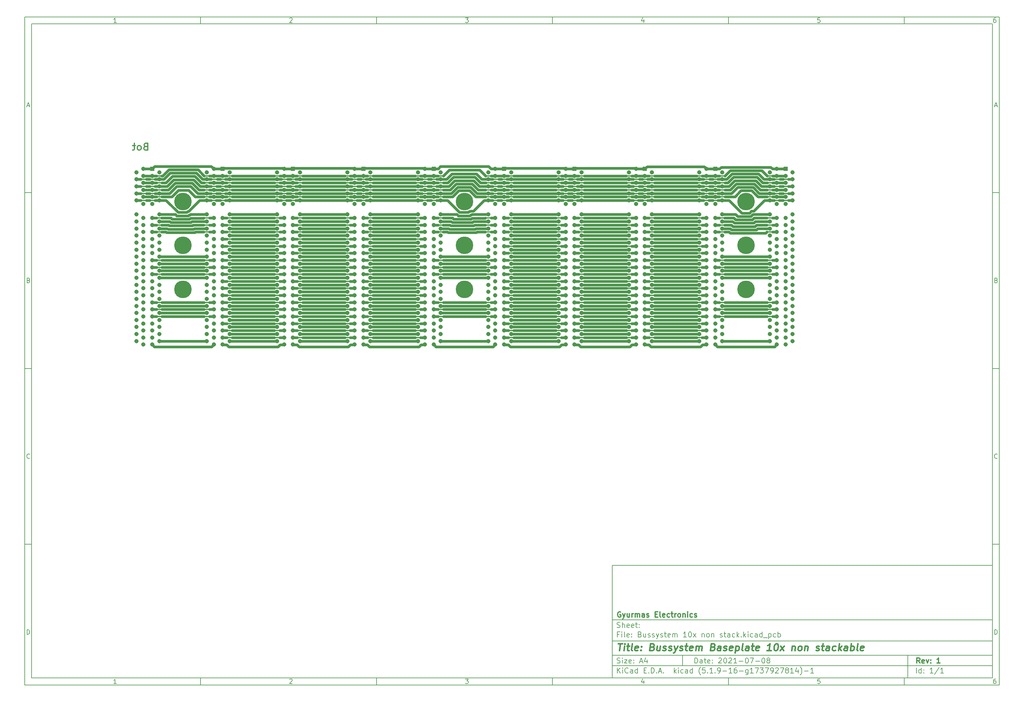
<source format=gbr>
%TF.GenerationSoftware,KiCad,Pcbnew,(5.1.9-16-g1737927814)-1*%
%TF.CreationDate,2021-07-08T15:56:40+02:00*%
%TF.ProjectId,Bussystem 10x non stack,42757373-7973-4746-956d-20313078206e,1*%
%TF.SameCoordinates,Original*%
%TF.FileFunction,Copper,L2,Bot*%
%TF.FilePolarity,Positive*%
%FSLAX46Y46*%
G04 Gerber Fmt 4.6, Leading zero omitted, Abs format (unit mm)*
G04 Created by KiCad (PCBNEW (5.1.9-16-g1737927814)-1) date 2021-07-08 15:56:40*
%MOMM*%
%LPD*%
G01*
G04 APERTURE LIST*
%ADD10C,0.100000*%
%ADD11C,0.150000*%
%ADD12C,0.300000*%
%ADD13C,0.400000*%
%TA.AperFunction,NonConductor*%
%ADD14C,0.300000*%
%TD*%
%TA.AperFunction,WasherPad*%
%ADD15C,5.000000*%
%TD*%
%TA.AperFunction,ComponentPad*%
%ADD16R,1.208000X1.208000*%
%TD*%
%TA.AperFunction,ComponentPad*%
%ADD17C,1.208000*%
%TD*%
%TA.AperFunction,Conductor*%
%ADD18C,0.750000*%
%TD*%
%TA.AperFunction,Conductor*%
%ADD19C,0.380000*%
%TD*%
G04 APERTURE END LIST*
D10*
D11*
X177002200Y-166007200D02*
X177002200Y-198007200D01*
X285002200Y-198007200D01*
X285002200Y-166007200D01*
X177002200Y-166007200D01*
D10*
D11*
X10000000Y-10000000D02*
X10000000Y-200007200D01*
X287002200Y-200007200D01*
X287002200Y-10000000D01*
X10000000Y-10000000D01*
D10*
D11*
X12000000Y-12000000D02*
X12000000Y-198007200D01*
X285002200Y-198007200D01*
X285002200Y-12000000D01*
X12000000Y-12000000D01*
D10*
D11*
X60000000Y-12000000D02*
X60000000Y-10000000D01*
D10*
D11*
X110000000Y-12000000D02*
X110000000Y-10000000D01*
D10*
D11*
X160000000Y-12000000D02*
X160000000Y-10000000D01*
D10*
D11*
X210000000Y-12000000D02*
X210000000Y-10000000D01*
D10*
D11*
X260000000Y-12000000D02*
X260000000Y-10000000D01*
D10*
D11*
X36065476Y-11588095D02*
X35322619Y-11588095D01*
X35694047Y-11588095D02*
X35694047Y-10288095D01*
X35570238Y-10473809D01*
X35446428Y-10597619D01*
X35322619Y-10659523D01*
D10*
D11*
X85322619Y-10411904D02*
X85384523Y-10350000D01*
X85508333Y-10288095D01*
X85817857Y-10288095D01*
X85941666Y-10350000D01*
X86003571Y-10411904D01*
X86065476Y-10535714D01*
X86065476Y-10659523D01*
X86003571Y-10845238D01*
X85260714Y-11588095D01*
X86065476Y-11588095D01*
D10*
D11*
X135260714Y-10288095D02*
X136065476Y-10288095D01*
X135632142Y-10783333D01*
X135817857Y-10783333D01*
X135941666Y-10845238D01*
X136003571Y-10907142D01*
X136065476Y-11030952D01*
X136065476Y-11340476D01*
X136003571Y-11464285D01*
X135941666Y-11526190D01*
X135817857Y-11588095D01*
X135446428Y-11588095D01*
X135322619Y-11526190D01*
X135260714Y-11464285D01*
D10*
D11*
X185941666Y-10721428D02*
X185941666Y-11588095D01*
X185632142Y-10226190D02*
X185322619Y-11154761D01*
X186127380Y-11154761D01*
D10*
D11*
X236003571Y-10288095D02*
X235384523Y-10288095D01*
X235322619Y-10907142D01*
X235384523Y-10845238D01*
X235508333Y-10783333D01*
X235817857Y-10783333D01*
X235941666Y-10845238D01*
X236003571Y-10907142D01*
X236065476Y-11030952D01*
X236065476Y-11340476D01*
X236003571Y-11464285D01*
X235941666Y-11526190D01*
X235817857Y-11588095D01*
X235508333Y-11588095D01*
X235384523Y-11526190D01*
X235322619Y-11464285D01*
D10*
D11*
X285941666Y-10288095D02*
X285694047Y-10288095D01*
X285570238Y-10350000D01*
X285508333Y-10411904D01*
X285384523Y-10597619D01*
X285322619Y-10845238D01*
X285322619Y-11340476D01*
X285384523Y-11464285D01*
X285446428Y-11526190D01*
X285570238Y-11588095D01*
X285817857Y-11588095D01*
X285941666Y-11526190D01*
X286003571Y-11464285D01*
X286065476Y-11340476D01*
X286065476Y-11030952D01*
X286003571Y-10907142D01*
X285941666Y-10845238D01*
X285817857Y-10783333D01*
X285570238Y-10783333D01*
X285446428Y-10845238D01*
X285384523Y-10907142D01*
X285322619Y-11030952D01*
D10*
D11*
X60000000Y-198007200D02*
X60000000Y-200007200D01*
D10*
D11*
X110000000Y-198007200D02*
X110000000Y-200007200D01*
D10*
D11*
X160000000Y-198007200D02*
X160000000Y-200007200D01*
D10*
D11*
X210000000Y-198007200D02*
X210000000Y-200007200D01*
D10*
D11*
X260000000Y-198007200D02*
X260000000Y-200007200D01*
D10*
D11*
X36065476Y-199595295D02*
X35322619Y-199595295D01*
X35694047Y-199595295D02*
X35694047Y-198295295D01*
X35570238Y-198481009D01*
X35446428Y-198604819D01*
X35322619Y-198666723D01*
D10*
D11*
X85322619Y-198419104D02*
X85384523Y-198357200D01*
X85508333Y-198295295D01*
X85817857Y-198295295D01*
X85941666Y-198357200D01*
X86003571Y-198419104D01*
X86065476Y-198542914D01*
X86065476Y-198666723D01*
X86003571Y-198852438D01*
X85260714Y-199595295D01*
X86065476Y-199595295D01*
D10*
D11*
X135260714Y-198295295D02*
X136065476Y-198295295D01*
X135632142Y-198790533D01*
X135817857Y-198790533D01*
X135941666Y-198852438D01*
X136003571Y-198914342D01*
X136065476Y-199038152D01*
X136065476Y-199347676D01*
X136003571Y-199471485D01*
X135941666Y-199533390D01*
X135817857Y-199595295D01*
X135446428Y-199595295D01*
X135322619Y-199533390D01*
X135260714Y-199471485D01*
D10*
D11*
X185941666Y-198728628D02*
X185941666Y-199595295D01*
X185632142Y-198233390D02*
X185322619Y-199161961D01*
X186127380Y-199161961D01*
D10*
D11*
X236003571Y-198295295D02*
X235384523Y-198295295D01*
X235322619Y-198914342D01*
X235384523Y-198852438D01*
X235508333Y-198790533D01*
X235817857Y-198790533D01*
X235941666Y-198852438D01*
X236003571Y-198914342D01*
X236065476Y-199038152D01*
X236065476Y-199347676D01*
X236003571Y-199471485D01*
X235941666Y-199533390D01*
X235817857Y-199595295D01*
X235508333Y-199595295D01*
X235384523Y-199533390D01*
X235322619Y-199471485D01*
D10*
D11*
X285941666Y-198295295D02*
X285694047Y-198295295D01*
X285570238Y-198357200D01*
X285508333Y-198419104D01*
X285384523Y-198604819D01*
X285322619Y-198852438D01*
X285322619Y-199347676D01*
X285384523Y-199471485D01*
X285446428Y-199533390D01*
X285570238Y-199595295D01*
X285817857Y-199595295D01*
X285941666Y-199533390D01*
X286003571Y-199471485D01*
X286065476Y-199347676D01*
X286065476Y-199038152D01*
X286003571Y-198914342D01*
X285941666Y-198852438D01*
X285817857Y-198790533D01*
X285570238Y-198790533D01*
X285446428Y-198852438D01*
X285384523Y-198914342D01*
X285322619Y-199038152D01*
D10*
D11*
X10000000Y-60000000D02*
X12000000Y-60000000D01*
D10*
D11*
X10000000Y-110000000D02*
X12000000Y-110000000D01*
D10*
D11*
X10000000Y-160000000D02*
X12000000Y-160000000D01*
D10*
D11*
X10690476Y-35216666D02*
X11309523Y-35216666D01*
X10566666Y-35588095D02*
X11000000Y-34288095D01*
X11433333Y-35588095D01*
D10*
D11*
X11092857Y-84907142D02*
X11278571Y-84969047D01*
X11340476Y-85030952D01*
X11402380Y-85154761D01*
X11402380Y-85340476D01*
X11340476Y-85464285D01*
X11278571Y-85526190D01*
X11154761Y-85588095D01*
X10659523Y-85588095D01*
X10659523Y-84288095D01*
X11092857Y-84288095D01*
X11216666Y-84350000D01*
X11278571Y-84411904D01*
X11340476Y-84535714D01*
X11340476Y-84659523D01*
X11278571Y-84783333D01*
X11216666Y-84845238D01*
X11092857Y-84907142D01*
X10659523Y-84907142D01*
D10*
D11*
X11402380Y-135464285D02*
X11340476Y-135526190D01*
X11154761Y-135588095D01*
X11030952Y-135588095D01*
X10845238Y-135526190D01*
X10721428Y-135402380D01*
X10659523Y-135278571D01*
X10597619Y-135030952D01*
X10597619Y-134845238D01*
X10659523Y-134597619D01*
X10721428Y-134473809D01*
X10845238Y-134350000D01*
X11030952Y-134288095D01*
X11154761Y-134288095D01*
X11340476Y-134350000D01*
X11402380Y-134411904D01*
D10*
D11*
X10659523Y-185588095D02*
X10659523Y-184288095D01*
X10969047Y-184288095D01*
X11154761Y-184350000D01*
X11278571Y-184473809D01*
X11340476Y-184597619D01*
X11402380Y-184845238D01*
X11402380Y-185030952D01*
X11340476Y-185278571D01*
X11278571Y-185402380D01*
X11154761Y-185526190D01*
X10969047Y-185588095D01*
X10659523Y-185588095D01*
D10*
D11*
X287002200Y-60000000D02*
X285002200Y-60000000D01*
D10*
D11*
X287002200Y-110000000D02*
X285002200Y-110000000D01*
D10*
D11*
X287002200Y-160000000D02*
X285002200Y-160000000D01*
D10*
D11*
X285692676Y-35216666D02*
X286311723Y-35216666D01*
X285568866Y-35588095D02*
X286002200Y-34288095D01*
X286435533Y-35588095D01*
D10*
D11*
X286095057Y-84907142D02*
X286280771Y-84969047D01*
X286342676Y-85030952D01*
X286404580Y-85154761D01*
X286404580Y-85340476D01*
X286342676Y-85464285D01*
X286280771Y-85526190D01*
X286156961Y-85588095D01*
X285661723Y-85588095D01*
X285661723Y-84288095D01*
X286095057Y-84288095D01*
X286218866Y-84350000D01*
X286280771Y-84411904D01*
X286342676Y-84535714D01*
X286342676Y-84659523D01*
X286280771Y-84783333D01*
X286218866Y-84845238D01*
X286095057Y-84907142D01*
X285661723Y-84907142D01*
D10*
D11*
X286404580Y-135464285D02*
X286342676Y-135526190D01*
X286156961Y-135588095D01*
X286033152Y-135588095D01*
X285847438Y-135526190D01*
X285723628Y-135402380D01*
X285661723Y-135278571D01*
X285599819Y-135030952D01*
X285599819Y-134845238D01*
X285661723Y-134597619D01*
X285723628Y-134473809D01*
X285847438Y-134350000D01*
X286033152Y-134288095D01*
X286156961Y-134288095D01*
X286342676Y-134350000D01*
X286404580Y-134411904D01*
D10*
D11*
X285661723Y-185588095D02*
X285661723Y-184288095D01*
X285971247Y-184288095D01*
X286156961Y-184350000D01*
X286280771Y-184473809D01*
X286342676Y-184597619D01*
X286404580Y-184845238D01*
X286404580Y-185030952D01*
X286342676Y-185278571D01*
X286280771Y-185402380D01*
X286156961Y-185526190D01*
X285971247Y-185588095D01*
X285661723Y-185588095D01*
D10*
D11*
X200434342Y-193785771D02*
X200434342Y-192285771D01*
X200791485Y-192285771D01*
X201005771Y-192357200D01*
X201148628Y-192500057D01*
X201220057Y-192642914D01*
X201291485Y-192928628D01*
X201291485Y-193142914D01*
X201220057Y-193428628D01*
X201148628Y-193571485D01*
X201005771Y-193714342D01*
X200791485Y-193785771D01*
X200434342Y-193785771D01*
X202577200Y-193785771D02*
X202577200Y-193000057D01*
X202505771Y-192857200D01*
X202362914Y-192785771D01*
X202077200Y-192785771D01*
X201934342Y-192857200D01*
X202577200Y-193714342D02*
X202434342Y-193785771D01*
X202077200Y-193785771D01*
X201934342Y-193714342D01*
X201862914Y-193571485D01*
X201862914Y-193428628D01*
X201934342Y-193285771D01*
X202077200Y-193214342D01*
X202434342Y-193214342D01*
X202577200Y-193142914D01*
X203077200Y-192785771D02*
X203648628Y-192785771D01*
X203291485Y-192285771D02*
X203291485Y-193571485D01*
X203362914Y-193714342D01*
X203505771Y-193785771D01*
X203648628Y-193785771D01*
X204720057Y-193714342D02*
X204577200Y-193785771D01*
X204291485Y-193785771D01*
X204148628Y-193714342D01*
X204077200Y-193571485D01*
X204077200Y-193000057D01*
X204148628Y-192857200D01*
X204291485Y-192785771D01*
X204577200Y-192785771D01*
X204720057Y-192857200D01*
X204791485Y-193000057D01*
X204791485Y-193142914D01*
X204077200Y-193285771D01*
X205434342Y-193642914D02*
X205505771Y-193714342D01*
X205434342Y-193785771D01*
X205362914Y-193714342D01*
X205434342Y-193642914D01*
X205434342Y-193785771D01*
X205434342Y-192857200D02*
X205505771Y-192928628D01*
X205434342Y-193000057D01*
X205362914Y-192928628D01*
X205434342Y-192857200D01*
X205434342Y-193000057D01*
X207220057Y-192428628D02*
X207291485Y-192357200D01*
X207434342Y-192285771D01*
X207791485Y-192285771D01*
X207934342Y-192357200D01*
X208005771Y-192428628D01*
X208077200Y-192571485D01*
X208077200Y-192714342D01*
X208005771Y-192928628D01*
X207148628Y-193785771D01*
X208077200Y-193785771D01*
X209005771Y-192285771D02*
X209148628Y-192285771D01*
X209291485Y-192357200D01*
X209362914Y-192428628D01*
X209434342Y-192571485D01*
X209505771Y-192857200D01*
X209505771Y-193214342D01*
X209434342Y-193500057D01*
X209362914Y-193642914D01*
X209291485Y-193714342D01*
X209148628Y-193785771D01*
X209005771Y-193785771D01*
X208862914Y-193714342D01*
X208791485Y-193642914D01*
X208720057Y-193500057D01*
X208648628Y-193214342D01*
X208648628Y-192857200D01*
X208720057Y-192571485D01*
X208791485Y-192428628D01*
X208862914Y-192357200D01*
X209005771Y-192285771D01*
X210077200Y-192428628D02*
X210148628Y-192357200D01*
X210291485Y-192285771D01*
X210648628Y-192285771D01*
X210791485Y-192357200D01*
X210862914Y-192428628D01*
X210934342Y-192571485D01*
X210934342Y-192714342D01*
X210862914Y-192928628D01*
X210005771Y-193785771D01*
X210934342Y-193785771D01*
X212362914Y-193785771D02*
X211505771Y-193785771D01*
X211934342Y-193785771D02*
X211934342Y-192285771D01*
X211791485Y-192500057D01*
X211648628Y-192642914D01*
X211505771Y-192714342D01*
X213005771Y-193214342D02*
X214148628Y-193214342D01*
X215148628Y-192285771D02*
X215291485Y-192285771D01*
X215434342Y-192357200D01*
X215505771Y-192428628D01*
X215577200Y-192571485D01*
X215648628Y-192857200D01*
X215648628Y-193214342D01*
X215577200Y-193500057D01*
X215505771Y-193642914D01*
X215434342Y-193714342D01*
X215291485Y-193785771D01*
X215148628Y-193785771D01*
X215005771Y-193714342D01*
X214934342Y-193642914D01*
X214862914Y-193500057D01*
X214791485Y-193214342D01*
X214791485Y-192857200D01*
X214862914Y-192571485D01*
X214934342Y-192428628D01*
X215005771Y-192357200D01*
X215148628Y-192285771D01*
X216148628Y-192285771D02*
X217148628Y-192285771D01*
X216505771Y-193785771D01*
X217720057Y-193214342D02*
X218862914Y-193214342D01*
X219862914Y-192285771D02*
X220005771Y-192285771D01*
X220148628Y-192357200D01*
X220220057Y-192428628D01*
X220291485Y-192571485D01*
X220362914Y-192857200D01*
X220362914Y-193214342D01*
X220291485Y-193500057D01*
X220220057Y-193642914D01*
X220148628Y-193714342D01*
X220005771Y-193785771D01*
X219862914Y-193785771D01*
X219720057Y-193714342D01*
X219648628Y-193642914D01*
X219577200Y-193500057D01*
X219505771Y-193214342D01*
X219505771Y-192857200D01*
X219577200Y-192571485D01*
X219648628Y-192428628D01*
X219720057Y-192357200D01*
X219862914Y-192285771D01*
X221220057Y-192928628D02*
X221077200Y-192857200D01*
X221005771Y-192785771D01*
X220934342Y-192642914D01*
X220934342Y-192571485D01*
X221005771Y-192428628D01*
X221077200Y-192357200D01*
X221220057Y-192285771D01*
X221505771Y-192285771D01*
X221648628Y-192357200D01*
X221720057Y-192428628D01*
X221791485Y-192571485D01*
X221791485Y-192642914D01*
X221720057Y-192785771D01*
X221648628Y-192857200D01*
X221505771Y-192928628D01*
X221220057Y-192928628D01*
X221077200Y-193000057D01*
X221005771Y-193071485D01*
X220934342Y-193214342D01*
X220934342Y-193500057D01*
X221005771Y-193642914D01*
X221077200Y-193714342D01*
X221220057Y-193785771D01*
X221505771Y-193785771D01*
X221648628Y-193714342D01*
X221720057Y-193642914D01*
X221791485Y-193500057D01*
X221791485Y-193214342D01*
X221720057Y-193071485D01*
X221648628Y-193000057D01*
X221505771Y-192928628D01*
D10*
D11*
X177002200Y-194507200D02*
X285002200Y-194507200D01*
D10*
D11*
X178434342Y-196585771D02*
X178434342Y-195085771D01*
X179291485Y-196585771D02*
X178648628Y-195728628D01*
X179291485Y-195085771D02*
X178434342Y-195942914D01*
X179934342Y-196585771D02*
X179934342Y-195585771D01*
X179934342Y-195085771D02*
X179862914Y-195157200D01*
X179934342Y-195228628D01*
X180005771Y-195157200D01*
X179934342Y-195085771D01*
X179934342Y-195228628D01*
X181505771Y-196442914D02*
X181434342Y-196514342D01*
X181220057Y-196585771D01*
X181077200Y-196585771D01*
X180862914Y-196514342D01*
X180720057Y-196371485D01*
X180648628Y-196228628D01*
X180577200Y-195942914D01*
X180577200Y-195728628D01*
X180648628Y-195442914D01*
X180720057Y-195300057D01*
X180862914Y-195157200D01*
X181077200Y-195085771D01*
X181220057Y-195085771D01*
X181434342Y-195157200D01*
X181505771Y-195228628D01*
X182791485Y-196585771D02*
X182791485Y-195800057D01*
X182720057Y-195657200D01*
X182577200Y-195585771D01*
X182291485Y-195585771D01*
X182148628Y-195657200D01*
X182791485Y-196514342D02*
X182648628Y-196585771D01*
X182291485Y-196585771D01*
X182148628Y-196514342D01*
X182077200Y-196371485D01*
X182077200Y-196228628D01*
X182148628Y-196085771D01*
X182291485Y-196014342D01*
X182648628Y-196014342D01*
X182791485Y-195942914D01*
X184148628Y-196585771D02*
X184148628Y-195085771D01*
X184148628Y-196514342D02*
X184005771Y-196585771D01*
X183720057Y-196585771D01*
X183577200Y-196514342D01*
X183505771Y-196442914D01*
X183434342Y-196300057D01*
X183434342Y-195871485D01*
X183505771Y-195728628D01*
X183577200Y-195657200D01*
X183720057Y-195585771D01*
X184005771Y-195585771D01*
X184148628Y-195657200D01*
X186005771Y-195800057D02*
X186505771Y-195800057D01*
X186720057Y-196585771D02*
X186005771Y-196585771D01*
X186005771Y-195085771D01*
X186720057Y-195085771D01*
X187362914Y-196442914D02*
X187434342Y-196514342D01*
X187362914Y-196585771D01*
X187291485Y-196514342D01*
X187362914Y-196442914D01*
X187362914Y-196585771D01*
X188077200Y-196585771D02*
X188077200Y-195085771D01*
X188434342Y-195085771D01*
X188648628Y-195157200D01*
X188791485Y-195300057D01*
X188862914Y-195442914D01*
X188934342Y-195728628D01*
X188934342Y-195942914D01*
X188862914Y-196228628D01*
X188791485Y-196371485D01*
X188648628Y-196514342D01*
X188434342Y-196585771D01*
X188077200Y-196585771D01*
X189577200Y-196442914D02*
X189648628Y-196514342D01*
X189577200Y-196585771D01*
X189505771Y-196514342D01*
X189577200Y-196442914D01*
X189577200Y-196585771D01*
X190220057Y-196157200D02*
X190934342Y-196157200D01*
X190077200Y-196585771D02*
X190577200Y-195085771D01*
X191077200Y-196585771D01*
X191577200Y-196442914D02*
X191648628Y-196514342D01*
X191577200Y-196585771D01*
X191505771Y-196514342D01*
X191577200Y-196442914D01*
X191577200Y-196585771D01*
X194577200Y-196585771D02*
X194577200Y-195085771D01*
X194720057Y-196014342D02*
X195148628Y-196585771D01*
X195148628Y-195585771D02*
X194577200Y-196157200D01*
X195791485Y-196585771D02*
X195791485Y-195585771D01*
X195791485Y-195085771D02*
X195720057Y-195157200D01*
X195791485Y-195228628D01*
X195862914Y-195157200D01*
X195791485Y-195085771D01*
X195791485Y-195228628D01*
X197148628Y-196514342D02*
X197005771Y-196585771D01*
X196720057Y-196585771D01*
X196577200Y-196514342D01*
X196505771Y-196442914D01*
X196434342Y-196300057D01*
X196434342Y-195871485D01*
X196505771Y-195728628D01*
X196577200Y-195657200D01*
X196720057Y-195585771D01*
X197005771Y-195585771D01*
X197148628Y-195657200D01*
X198434342Y-196585771D02*
X198434342Y-195800057D01*
X198362914Y-195657200D01*
X198220057Y-195585771D01*
X197934342Y-195585771D01*
X197791485Y-195657200D01*
X198434342Y-196514342D02*
X198291485Y-196585771D01*
X197934342Y-196585771D01*
X197791485Y-196514342D01*
X197720057Y-196371485D01*
X197720057Y-196228628D01*
X197791485Y-196085771D01*
X197934342Y-196014342D01*
X198291485Y-196014342D01*
X198434342Y-195942914D01*
X199791485Y-196585771D02*
X199791485Y-195085771D01*
X199791485Y-196514342D02*
X199648628Y-196585771D01*
X199362914Y-196585771D01*
X199220057Y-196514342D01*
X199148628Y-196442914D01*
X199077200Y-196300057D01*
X199077200Y-195871485D01*
X199148628Y-195728628D01*
X199220057Y-195657200D01*
X199362914Y-195585771D01*
X199648628Y-195585771D01*
X199791485Y-195657200D01*
X202077200Y-197157200D02*
X202005771Y-197085771D01*
X201862914Y-196871485D01*
X201791485Y-196728628D01*
X201720057Y-196514342D01*
X201648628Y-196157200D01*
X201648628Y-195871485D01*
X201720057Y-195514342D01*
X201791485Y-195300057D01*
X201862914Y-195157200D01*
X202005771Y-194942914D01*
X202077200Y-194871485D01*
X203362914Y-195085771D02*
X202648628Y-195085771D01*
X202577200Y-195800057D01*
X202648628Y-195728628D01*
X202791485Y-195657200D01*
X203148628Y-195657200D01*
X203291485Y-195728628D01*
X203362914Y-195800057D01*
X203434342Y-195942914D01*
X203434342Y-196300057D01*
X203362914Y-196442914D01*
X203291485Y-196514342D01*
X203148628Y-196585771D01*
X202791485Y-196585771D01*
X202648628Y-196514342D01*
X202577200Y-196442914D01*
X204077200Y-196442914D02*
X204148628Y-196514342D01*
X204077200Y-196585771D01*
X204005771Y-196514342D01*
X204077200Y-196442914D01*
X204077200Y-196585771D01*
X205577200Y-196585771D02*
X204720057Y-196585771D01*
X205148628Y-196585771D02*
X205148628Y-195085771D01*
X205005771Y-195300057D01*
X204862914Y-195442914D01*
X204720057Y-195514342D01*
X206220057Y-196442914D02*
X206291485Y-196514342D01*
X206220057Y-196585771D01*
X206148628Y-196514342D01*
X206220057Y-196442914D01*
X206220057Y-196585771D01*
X207005771Y-196585771D02*
X207291485Y-196585771D01*
X207434342Y-196514342D01*
X207505771Y-196442914D01*
X207648628Y-196228628D01*
X207720057Y-195942914D01*
X207720057Y-195371485D01*
X207648628Y-195228628D01*
X207577200Y-195157200D01*
X207434342Y-195085771D01*
X207148628Y-195085771D01*
X207005771Y-195157200D01*
X206934342Y-195228628D01*
X206862914Y-195371485D01*
X206862914Y-195728628D01*
X206934342Y-195871485D01*
X207005771Y-195942914D01*
X207148628Y-196014342D01*
X207434342Y-196014342D01*
X207577200Y-195942914D01*
X207648628Y-195871485D01*
X207720057Y-195728628D01*
X208362914Y-196014342D02*
X209505771Y-196014342D01*
X211005771Y-196585771D02*
X210148628Y-196585771D01*
X210577200Y-196585771D02*
X210577200Y-195085771D01*
X210434342Y-195300057D01*
X210291485Y-195442914D01*
X210148628Y-195514342D01*
X212291485Y-195085771D02*
X212005771Y-195085771D01*
X211862914Y-195157200D01*
X211791485Y-195228628D01*
X211648628Y-195442914D01*
X211577200Y-195728628D01*
X211577200Y-196300057D01*
X211648628Y-196442914D01*
X211720057Y-196514342D01*
X211862914Y-196585771D01*
X212148628Y-196585771D01*
X212291485Y-196514342D01*
X212362914Y-196442914D01*
X212434342Y-196300057D01*
X212434342Y-195942914D01*
X212362914Y-195800057D01*
X212291485Y-195728628D01*
X212148628Y-195657200D01*
X211862914Y-195657200D01*
X211720057Y-195728628D01*
X211648628Y-195800057D01*
X211577200Y-195942914D01*
X213077200Y-196014342D02*
X214220057Y-196014342D01*
X215577200Y-195585771D02*
X215577200Y-196800057D01*
X215505771Y-196942914D01*
X215434342Y-197014342D01*
X215291485Y-197085771D01*
X215077200Y-197085771D01*
X214934342Y-197014342D01*
X215577200Y-196514342D02*
X215434342Y-196585771D01*
X215148628Y-196585771D01*
X215005771Y-196514342D01*
X214934342Y-196442914D01*
X214862914Y-196300057D01*
X214862914Y-195871485D01*
X214934342Y-195728628D01*
X215005771Y-195657200D01*
X215148628Y-195585771D01*
X215434342Y-195585771D01*
X215577200Y-195657200D01*
X217077200Y-196585771D02*
X216220057Y-196585771D01*
X216648628Y-196585771D02*
X216648628Y-195085771D01*
X216505771Y-195300057D01*
X216362914Y-195442914D01*
X216220057Y-195514342D01*
X217577200Y-195085771D02*
X218577200Y-195085771D01*
X217934342Y-196585771D01*
X219005771Y-195085771D02*
X219934342Y-195085771D01*
X219434342Y-195657200D01*
X219648628Y-195657200D01*
X219791485Y-195728628D01*
X219862914Y-195800057D01*
X219934342Y-195942914D01*
X219934342Y-196300057D01*
X219862914Y-196442914D01*
X219791485Y-196514342D01*
X219648628Y-196585771D01*
X219220057Y-196585771D01*
X219077200Y-196514342D01*
X219005771Y-196442914D01*
X220434342Y-195085771D02*
X221434342Y-195085771D01*
X220791485Y-196585771D01*
X222077200Y-196585771D02*
X222362914Y-196585771D01*
X222505771Y-196514342D01*
X222577200Y-196442914D01*
X222720057Y-196228628D01*
X222791485Y-195942914D01*
X222791485Y-195371485D01*
X222720057Y-195228628D01*
X222648628Y-195157200D01*
X222505771Y-195085771D01*
X222220057Y-195085771D01*
X222077200Y-195157200D01*
X222005771Y-195228628D01*
X221934342Y-195371485D01*
X221934342Y-195728628D01*
X222005771Y-195871485D01*
X222077200Y-195942914D01*
X222220057Y-196014342D01*
X222505771Y-196014342D01*
X222648628Y-195942914D01*
X222720057Y-195871485D01*
X222791485Y-195728628D01*
X223362914Y-195228628D02*
X223434342Y-195157200D01*
X223577200Y-195085771D01*
X223934342Y-195085771D01*
X224077200Y-195157200D01*
X224148628Y-195228628D01*
X224220057Y-195371485D01*
X224220057Y-195514342D01*
X224148628Y-195728628D01*
X223291485Y-196585771D01*
X224220057Y-196585771D01*
X224720057Y-195085771D02*
X225720057Y-195085771D01*
X225077200Y-196585771D01*
X226505771Y-195728628D02*
X226362914Y-195657200D01*
X226291485Y-195585771D01*
X226220057Y-195442914D01*
X226220057Y-195371485D01*
X226291485Y-195228628D01*
X226362914Y-195157200D01*
X226505771Y-195085771D01*
X226791485Y-195085771D01*
X226934342Y-195157200D01*
X227005771Y-195228628D01*
X227077199Y-195371485D01*
X227077199Y-195442914D01*
X227005771Y-195585771D01*
X226934342Y-195657200D01*
X226791485Y-195728628D01*
X226505771Y-195728628D01*
X226362914Y-195800057D01*
X226291485Y-195871485D01*
X226220057Y-196014342D01*
X226220057Y-196300057D01*
X226291485Y-196442914D01*
X226362914Y-196514342D01*
X226505771Y-196585771D01*
X226791485Y-196585771D01*
X226934342Y-196514342D01*
X227005771Y-196442914D01*
X227077199Y-196300057D01*
X227077199Y-196014342D01*
X227005771Y-195871485D01*
X226934342Y-195800057D01*
X226791485Y-195728628D01*
X228505771Y-196585771D02*
X227648628Y-196585771D01*
X228077199Y-196585771D02*
X228077199Y-195085771D01*
X227934342Y-195300057D01*
X227791485Y-195442914D01*
X227648628Y-195514342D01*
X229791485Y-195585771D02*
X229791485Y-196585771D01*
X229434342Y-195014342D02*
X229077199Y-196085771D01*
X230005771Y-196085771D01*
X230434342Y-197157200D02*
X230505771Y-197085771D01*
X230648628Y-196871485D01*
X230720057Y-196728628D01*
X230791485Y-196514342D01*
X230862914Y-196157200D01*
X230862914Y-195871485D01*
X230791485Y-195514342D01*
X230720057Y-195300057D01*
X230648628Y-195157200D01*
X230505771Y-194942914D01*
X230434342Y-194871485D01*
X231577199Y-196014342D02*
X232720057Y-196014342D01*
X234220057Y-196585771D02*
X233362914Y-196585771D01*
X233791485Y-196585771D02*
X233791485Y-195085771D01*
X233648628Y-195300057D01*
X233505771Y-195442914D01*
X233362914Y-195514342D01*
D10*
D11*
X177002200Y-191507200D02*
X285002200Y-191507200D01*
D10*
D12*
X264411485Y-193785771D02*
X263911485Y-193071485D01*
X263554342Y-193785771D02*
X263554342Y-192285771D01*
X264125771Y-192285771D01*
X264268628Y-192357200D01*
X264340057Y-192428628D01*
X264411485Y-192571485D01*
X264411485Y-192785771D01*
X264340057Y-192928628D01*
X264268628Y-193000057D01*
X264125771Y-193071485D01*
X263554342Y-193071485D01*
X265625771Y-193714342D02*
X265482914Y-193785771D01*
X265197200Y-193785771D01*
X265054342Y-193714342D01*
X264982914Y-193571485D01*
X264982914Y-193000057D01*
X265054342Y-192857200D01*
X265197200Y-192785771D01*
X265482914Y-192785771D01*
X265625771Y-192857200D01*
X265697200Y-193000057D01*
X265697200Y-193142914D01*
X264982914Y-193285771D01*
X266197200Y-192785771D02*
X266554342Y-193785771D01*
X266911485Y-192785771D01*
X267482914Y-193642914D02*
X267554342Y-193714342D01*
X267482914Y-193785771D01*
X267411485Y-193714342D01*
X267482914Y-193642914D01*
X267482914Y-193785771D01*
X267482914Y-192857200D02*
X267554342Y-192928628D01*
X267482914Y-193000057D01*
X267411485Y-192928628D01*
X267482914Y-192857200D01*
X267482914Y-193000057D01*
X270125771Y-193785771D02*
X269268628Y-193785771D01*
X269697200Y-193785771D02*
X269697200Y-192285771D01*
X269554342Y-192500057D01*
X269411485Y-192642914D01*
X269268628Y-192714342D01*
D10*
D11*
X178362914Y-193714342D02*
X178577200Y-193785771D01*
X178934342Y-193785771D01*
X179077200Y-193714342D01*
X179148628Y-193642914D01*
X179220057Y-193500057D01*
X179220057Y-193357200D01*
X179148628Y-193214342D01*
X179077200Y-193142914D01*
X178934342Y-193071485D01*
X178648628Y-193000057D01*
X178505771Y-192928628D01*
X178434342Y-192857200D01*
X178362914Y-192714342D01*
X178362914Y-192571485D01*
X178434342Y-192428628D01*
X178505771Y-192357200D01*
X178648628Y-192285771D01*
X179005771Y-192285771D01*
X179220057Y-192357200D01*
X179862914Y-193785771D02*
X179862914Y-192785771D01*
X179862914Y-192285771D02*
X179791485Y-192357200D01*
X179862914Y-192428628D01*
X179934342Y-192357200D01*
X179862914Y-192285771D01*
X179862914Y-192428628D01*
X180434342Y-192785771D02*
X181220057Y-192785771D01*
X180434342Y-193785771D01*
X181220057Y-193785771D01*
X182362914Y-193714342D02*
X182220057Y-193785771D01*
X181934342Y-193785771D01*
X181791485Y-193714342D01*
X181720057Y-193571485D01*
X181720057Y-193000057D01*
X181791485Y-192857200D01*
X181934342Y-192785771D01*
X182220057Y-192785771D01*
X182362914Y-192857200D01*
X182434342Y-193000057D01*
X182434342Y-193142914D01*
X181720057Y-193285771D01*
X183077200Y-193642914D02*
X183148628Y-193714342D01*
X183077200Y-193785771D01*
X183005771Y-193714342D01*
X183077200Y-193642914D01*
X183077200Y-193785771D01*
X183077200Y-192857200D02*
X183148628Y-192928628D01*
X183077200Y-193000057D01*
X183005771Y-192928628D01*
X183077200Y-192857200D01*
X183077200Y-193000057D01*
X184862914Y-193357200D02*
X185577200Y-193357200D01*
X184720057Y-193785771D02*
X185220057Y-192285771D01*
X185720057Y-193785771D01*
X186862914Y-192785771D02*
X186862914Y-193785771D01*
X186505771Y-192214342D02*
X186148628Y-193285771D01*
X187077200Y-193285771D01*
D10*
D11*
X263434342Y-196585771D02*
X263434342Y-195085771D01*
X264791485Y-196585771D02*
X264791485Y-195085771D01*
X264791485Y-196514342D02*
X264648628Y-196585771D01*
X264362914Y-196585771D01*
X264220057Y-196514342D01*
X264148628Y-196442914D01*
X264077200Y-196300057D01*
X264077200Y-195871485D01*
X264148628Y-195728628D01*
X264220057Y-195657200D01*
X264362914Y-195585771D01*
X264648628Y-195585771D01*
X264791485Y-195657200D01*
X265505771Y-196442914D02*
X265577200Y-196514342D01*
X265505771Y-196585771D01*
X265434342Y-196514342D01*
X265505771Y-196442914D01*
X265505771Y-196585771D01*
X265505771Y-195657200D02*
X265577200Y-195728628D01*
X265505771Y-195800057D01*
X265434342Y-195728628D01*
X265505771Y-195657200D01*
X265505771Y-195800057D01*
X268148628Y-196585771D02*
X267291485Y-196585771D01*
X267720057Y-196585771D02*
X267720057Y-195085771D01*
X267577200Y-195300057D01*
X267434342Y-195442914D01*
X267291485Y-195514342D01*
X269862914Y-195014342D02*
X268577200Y-196942914D01*
X271148628Y-196585771D02*
X270291485Y-196585771D01*
X270720057Y-196585771D02*
X270720057Y-195085771D01*
X270577200Y-195300057D01*
X270434342Y-195442914D01*
X270291485Y-195514342D01*
D10*
D11*
X177002200Y-187507200D02*
X285002200Y-187507200D01*
D10*
D13*
X178714580Y-188211961D02*
X179857438Y-188211961D01*
X179036009Y-190211961D02*
X179286009Y-188211961D01*
X180274104Y-190211961D02*
X180440771Y-188878628D01*
X180524104Y-188211961D02*
X180416961Y-188307200D01*
X180500295Y-188402438D01*
X180607438Y-188307200D01*
X180524104Y-188211961D01*
X180500295Y-188402438D01*
X181107438Y-188878628D02*
X181869342Y-188878628D01*
X181476485Y-188211961D02*
X181262200Y-189926247D01*
X181333628Y-190116723D01*
X181512200Y-190211961D01*
X181702676Y-190211961D01*
X182655057Y-190211961D02*
X182476485Y-190116723D01*
X182405057Y-189926247D01*
X182619342Y-188211961D01*
X184190771Y-190116723D02*
X183988390Y-190211961D01*
X183607438Y-190211961D01*
X183428866Y-190116723D01*
X183357438Y-189926247D01*
X183452676Y-189164342D01*
X183571723Y-188973866D01*
X183774104Y-188878628D01*
X184155057Y-188878628D01*
X184333628Y-188973866D01*
X184405057Y-189164342D01*
X184381247Y-189354819D01*
X183405057Y-189545295D01*
X185155057Y-190021485D02*
X185238390Y-190116723D01*
X185131247Y-190211961D01*
X185047914Y-190116723D01*
X185155057Y-190021485D01*
X185131247Y-190211961D01*
X185286009Y-188973866D02*
X185369342Y-189069104D01*
X185262200Y-189164342D01*
X185178866Y-189069104D01*
X185286009Y-188973866D01*
X185262200Y-189164342D01*
X188405057Y-189164342D02*
X188678866Y-189259580D01*
X188762200Y-189354819D01*
X188833628Y-189545295D01*
X188797914Y-189831009D01*
X188678866Y-190021485D01*
X188571723Y-190116723D01*
X188369342Y-190211961D01*
X187607438Y-190211961D01*
X187857438Y-188211961D01*
X188524104Y-188211961D01*
X188702676Y-188307200D01*
X188786009Y-188402438D01*
X188857438Y-188592914D01*
X188833628Y-188783390D01*
X188714580Y-188973866D01*
X188607438Y-189069104D01*
X188405057Y-189164342D01*
X187738390Y-189164342D01*
X190631247Y-188878628D02*
X190464580Y-190211961D01*
X189774104Y-188878628D02*
X189643152Y-189926247D01*
X189714580Y-190116723D01*
X189893152Y-190211961D01*
X190178866Y-190211961D01*
X190381247Y-190116723D01*
X190488390Y-190021485D01*
X191333628Y-190116723D02*
X191512200Y-190211961D01*
X191893152Y-190211961D01*
X192095533Y-190116723D01*
X192214580Y-189926247D01*
X192226485Y-189831009D01*
X192155057Y-189640533D01*
X191976485Y-189545295D01*
X191690771Y-189545295D01*
X191512200Y-189450057D01*
X191440771Y-189259580D01*
X191452676Y-189164342D01*
X191571723Y-188973866D01*
X191774104Y-188878628D01*
X192059819Y-188878628D01*
X192238390Y-188973866D01*
X192952676Y-190116723D02*
X193131247Y-190211961D01*
X193512200Y-190211961D01*
X193714580Y-190116723D01*
X193833628Y-189926247D01*
X193845533Y-189831009D01*
X193774104Y-189640533D01*
X193595533Y-189545295D01*
X193309819Y-189545295D01*
X193131247Y-189450057D01*
X193059819Y-189259580D01*
X193071723Y-189164342D01*
X193190771Y-188973866D01*
X193393152Y-188878628D01*
X193678866Y-188878628D01*
X193857438Y-188973866D01*
X194631247Y-188878628D02*
X194940771Y-190211961D01*
X195583628Y-188878628D02*
X194940771Y-190211961D01*
X194690771Y-190688152D01*
X194583628Y-190783390D01*
X194381247Y-190878628D01*
X196095533Y-190116723D02*
X196274104Y-190211961D01*
X196655057Y-190211961D01*
X196857438Y-190116723D01*
X196976485Y-189926247D01*
X196988390Y-189831009D01*
X196916961Y-189640533D01*
X196738390Y-189545295D01*
X196452676Y-189545295D01*
X196274104Y-189450057D01*
X196202676Y-189259580D01*
X196214580Y-189164342D01*
X196333628Y-188973866D01*
X196536009Y-188878628D01*
X196821723Y-188878628D01*
X197000295Y-188973866D01*
X197678866Y-188878628D02*
X198440771Y-188878628D01*
X198047914Y-188211961D02*
X197833628Y-189926247D01*
X197905057Y-190116723D01*
X198083628Y-190211961D01*
X198274104Y-190211961D01*
X199714580Y-190116723D02*
X199512200Y-190211961D01*
X199131247Y-190211961D01*
X198952676Y-190116723D01*
X198881247Y-189926247D01*
X198976485Y-189164342D01*
X199095533Y-188973866D01*
X199297914Y-188878628D01*
X199678866Y-188878628D01*
X199857438Y-188973866D01*
X199928866Y-189164342D01*
X199905057Y-189354819D01*
X198928866Y-189545295D01*
X200655057Y-190211961D02*
X200821723Y-188878628D01*
X200797914Y-189069104D02*
X200905057Y-188973866D01*
X201107438Y-188878628D01*
X201393152Y-188878628D01*
X201571723Y-188973866D01*
X201643152Y-189164342D01*
X201512200Y-190211961D01*
X201643152Y-189164342D02*
X201762200Y-188973866D01*
X201964580Y-188878628D01*
X202250295Y-188878628D01*
X202428866Y-188973866D01*
X202500295Y-189164342D01*
X202369342Y-190211961D01*
X205643152Y-189164342D02*
X205916961Y-189259580D01*
X206000295Y-189354819D01*
X206071723Y-189545295D01*
X206036009Y-189831009D01*
X205916961Y-190021485D01*
X205809819Y-190116723D01*
X205607438Y-190211961D01*
X204845533Y-190211961D01*
X205095533Y-188211961D01*
X205762200Y-188211961D01*
X205940771Y-188307200D01*
X206024104Y-188402438D01*
X206095533Y-188592914D01*
X206071723Y-188783390D01*
X205952676Y-188973866D01*
X205845533Y-189069104D01*
X205643152Y-189164342D01*
X204976485Y-189164342D01*
X207702676Y-190211961D02*
X207833628Y-189164342D01*
X207762200Y-188973866D01*
X207583628Y-188878628D01*
X207202676Y-188878628D01*
X207000295Y-188973866D01*
X207714580Y-190116723D02*
X207512200Y-190211961D01*
X207036009Y-190211961D01*
X206857438Y-190116723D01*
X206786009Y-189926247D01*
X206809819Y-189735771D01*
X206928866Y-189545295D01*
X207131247Y-189450057D01*
X207607438Y-189450057D01*
X207809819Y-189354819D01*
X208571723Y-190116723D02*
X208750295Y-190211961D01*
X209131247Y-190211961D01*
X209333628Y-190116723D01*
X209452676Y-189926247D01*
X209464580Y-189831009D01*
X209393152Y-189640533D01*
X209214580Y-189545295D01*
X208928866Y-189545295D01*
X208750295Y-189450057D01*
X208678866Y-189259580D01*
X208690771Y-189164342D01*
X208809819Y-188973866D01*
X209012200Y-188878628D01*
X209297914Y-188878628D01*
X209476485Y-188973866D01*
X211047914Y-190116723D02*
X210845533Y-190211961D01*
X210464580Y-190211961D01*
X210286009Y-190116723D01*
X210214580Y-189926247D01*
X210309819Y-189164342D01*
X210428866Y-188973866D01*
X210631247Y-188878628D01*
X211012200Y-188878628D01*
X211190771Y-188973866D01*
X211262200Y-189164342D01*
X211238390Y-189354819D01*
X210262200Y-189545295D01*
X212155057Y-188878628D02*
X211905057Y-190878628D01*
X212143152Y-188973866D02*
X212345533Y-188878628D01*
X212726485Y-188878628D01*
X212905057Y-188973866D01*
X212988390Y-189069104D01*
X213059819Y-189259580D01*
X212988390Y-189831009D01*
X212869342Y-190021485D01*
X212762200Y-190116723D01*
X212559819Y-190211961D01*
X212178866Y-190211961D01*
X212000295Y-190116723D01*
X214083628Y-190211961D02*
X213905057Y-190116723D01*
X213833628Y-189926247D01*
X214047914Y-188211961D01*
X215702676Y-190211961D02*
X215833628Y-189164342D01*
X215762200Y-188973866D01*
X215583628Y-188878628D01*
X215202676Y-188878628D01*
X215000295Y-188973866D01*
X215714580Y-190116723D02*
X215512200Y-190211961D01*
X215036009Y-190211961D01*
X214857438Y-190116723D01*
X214786009Y-189926247D01*
X214809819Y-189735771D01*
X214928866Y-189545295D01*
X215131247Y-189450057D01*
X215607438Y-189450057D01*
X215809819Y-189354819D01*
X216536009Y-188878628D02*
X217297914Y-188878628D01*
X216905057Y-188211961D02*
X216690771Y-189926247D01*
X216762200Y-190116723D01*
X216940771Y-190211961D01*
X217131247Y-190211961D01*
X218571723Y-190116723D02*
X218369342Y-190211961D01*
X217988390Y-190211961D01*
X217809819Y-190116723D01*
X217738390Y-189926247D01*
X217833628Y-189164342D01*
X217952676Y-188973866D01*
X218155057Y-188878628D01*
X218536009Y-188878628D01*
X218714580Y-188973866D01*
X218786009Y-189164342D01*
X218762200Y-189354819D01*
X217786009Y-189545295D01*
X222083628Y-190211961D02*
X220940771Y-190211961D01*
X221512200Y-190211961D02*
X221762200Y-188211961D01*
X221536009Y-188497676D01*
X221321723Y-188688152D01*
X221119342Y-188783390D01*
X223571723Y-188211961D02*
X223762200Y-188211961D01*
X223940771Y-188307200D01*
X224024104Y-188402438D01*
X224095533Y-188592914D01*
X224143152Y-188973866D01*
X224083628Y-189450057D01*
X223940771Y-189831009D01*
X223821723Y-190021485D01*
X223714580Y-190116723D01*
X223512200Y-190211961D01*
X223321723Y-190211961D01*
X223143152Y-190116723D01*
X223059819Y-190021485D01*
X222988390Y-189831009D01*
X222940771Y-189450057D01*
X223000295Y-188973866D01*
X223143152Y-188592914D01*
X223262200Y-188402438D01*
X223369342Y-188307200D01*
X223571723Y-188211961D01*
X224655057Y-190211961D02*
X225869342Y-188878628D01*
X224821723Y-188878628D02*
X225702676Y-190211961D01*
X228155057Y-188878628D02*
X227988390Y-190211961D01*
X228131247Y-189069104D02*
X228238390Y-188973866D01*
X228440771Y-188878628D01*
X228726485Y-188878628D01*
X228905057Y-188973866D01*
X228976485Y-189164342D01*
X228845533Y-190211961D01*
X230083628Y-190211961D02*
X229905057Y-190116723D01*
X229821723Y-190021485D01*
X229750295Y-189831009D01*
X229821723Y-189259580D01*
X229940771Y-189069104D01*
X230047914Y-188973866D01*
X230250295Y-188878628D01*
X230536009Y-188878628D01*
X230714580Y-188973866D01*
X230797914Y-189069104D01*
X230869342Y-189259580D01*
X230797914Y-189831009D01*
X230678866Y-190021485D01*
X230571723Y-190116723D01*
X230369342Y-190211961D01*
X230083628Y-190211961D01*
X231774104Y-188878628D02*
X231607438Y-190211961D01*
X231750295Y-189069104D02*
X231857438Y-188973866D01*
X232059819Y-188878628D01*
X232345533Y-188878628D01*
X232524104Y-188973866D01*
X232595533Y-189164342D01*
X232464580Y-190211961D01*
X234857438Y-190116723D02*
X235036009Y-190211961D01*
X235416961Y-190211961D01*
X235619342Y-190116723D01*
X235738390Y-189926247D01*
X235750295Y-189831009D01*
X235678866Y-189640533D01*
X235500295Y-189545295D01*
X235214580Y-189545295D01*
X235036009Y-189450057D01*
X234964580Y-189259580D01*
X234976485Y-189164342D01*
X235095533Y-188973866D01*
X235297914Y-188878628D01*
X235583628Y-188878628D01*
X235762199Y-188973866D01*
X236440771Y-188878628D02*
X237202676Y-188878628D01*
X236809819Y-188211961D02*
X236595533Y-189926247D01*
X236666961Y-190116723D01*
X236845533Y-190211961D01*
X237036009Y-190211961D01*
X238559819Y-190211961D02*
X238690771Y-189164342D01*
X238619342Y-188973866D01*
X238440771Y-188878628D01*
X238059819Y-188878628D01*
X237857438Y-188973866D01*
X238571723Y-190116723D02*
X238369342Y-190211961D01*
X237893152Y-190211961D01*
X237714580Y-190116723D01*
X237643152Y-189926247D01*
X237666961Y-189735771D01*
X237786009Y-189545295D01*
X237988390Y-189450057D01*
X238464580Y-189450057D01*
X238666961Y-189354819D01*
X240381247Y-190116723D02*
X240178866Y-190211961D01*
X239797914Y-190211961D01*
X239619342Y-190116723D01*
X239536009Y-190021485D01*
X239464580Y-189831009D01*
X239536009Y-189259580D01*
X239655057Y-189069104D01*
X239762199Y-188973866D01*
X239964580Y-188878628D01*
X240345533Y-188878628D01*
X240524104Y-188973866D01*
X241226485Y-190211961D02*
X241476485Y-188211961D01*
X241512199Y-189450057D02*
X241988390Y-190211961D01*
X242155057Y-188878628D02*
X241297914Y-189640533D01*
X243702676Y-190211961D02*
X243833628Y-189164342D01*
X243762199Y-188973866D01*
X243583628Y-188878628D01*
X243202676Y-188878628D01*
X243000295Y-188973866D01*
X243714580Y-190116723D02*
X243512199Y-190211961D01*
X243036009Y-190211961D01*
X242857438Y-190116723D01*
X242786009Y-189926247D01*
X242809819Y-189735771D01*
X242928866Y-189545295D01*
X243131247Y-189450057D01*
X243607438Y-189450057D01*
X243809819Y-189354819D01*
X244655057Y-190211961D02*
X244905057Y-188211961D01*
X244809819Y-188973866D02*
X245012199Y-188878628D01*
X245393152Y-188878628D01*
X245571723Y-188973866D01*
X245655057Y-189069104D01*
X245726485Y-189259580D01*
X245655057Y-189831009D01*
X245536009Y-190021485D01*
X245428866Y-190116723D01*
X245226485Y-190211961D01*
X244845533Y-190211961D01*
X244666961Y-190116723D01*
X246750295Y-190211961D02*
X246571723Y-190116723D01*
X246500295Y-189926247D01*
X246714580Y-188211961D01*
X248286009Y-190116723D02*
X248083628Y-190211961D01*
X247702676Y-190211961D01*
X247524104Y-190116723D01*
X247452676Y-189926247D01*
X247547914Y-189164342D01*
X247666961Y-188973866D01*
X247869342Y-188878628D01*
X248250295Y-188878628D01*
X248428866Y-188973866D01*
X248500295Y-189164342D01*
X248476485Y-189354819D01*
X247500295Y-189545295D01*
D10*
D11*
X178934342Y-185600057D02*
X178434342Y-185600057D01*
X178434342Y-186385771D02*
X178434342Y-184885771D01*
X179148628Y-184885771D01*
X179720057Y-186385771D02*
X179720057Y-185385771D01*
X179720057Y-184885771D02*
X179648628Y-184957200D01*
X179720057Y-185028628D01*
X179791485Y-184957200D01*
X179720057Y-184885771D01*
X179720057Y-185028628D01*
X180648628Y-186385771D02*
X180505771Y-186314342D01*
X180434342Y-186171485D01*
X180434342Y-184885771D01*
X181791485Y-186314342D02*
X181648628Y-186385771D01*
X181362914Y-186385771D01*
X181220057Y-186314342D01*
X181148628Y-186171485D01*
X181148628Y-185600057D01*
X181220057Y-185457200D01*
X181362914Y-185385771D01*
X181648628Y-185385771D01*
X181791485Y-185457200D01*
X181862914Y-185600057D01*
X181862914Y-185742914D01*
X181148628Y-185885771D01*
X182505771Y-186242914D02*
X182577200Y-186314342D01*
X182505771Y-186385771D01*
X182434342Y-186314342D01*
X182505771Y-186242914D01*
X182505771Y-186385771D01*
X182505771Y-185457200D02*
X182577200Y-185528628D01*
X182505771Y-185600057D01*
X182434342Y-185528628D01*
X182505771Y-185457200D01*
X182505771Y-185600057D01*
X184862914Y-185600057D02*
X185077200Y-185671485D01*
X185148628Y-185742914D01*
X185220057Y-185885771D01*
X185220057Y-186100057D01*
X185148628Y-186242914D01*
X185077200Y-186314342D01*
X184934342Y-186385771D01*
X184362914Y-186385771D01*
X184362914Y-184885771D01*
X184862914Y-184885771D01*
X185005771Y-184957200D01*
X185077200Y-185028628D01*
X185148628Y-185171485D01*
X185148628Y-185314342D01*
X185077200Y-185457200D01*
X185005771Y-185528628D01*
X184862914Y-185600057D01*
X184362914Y-185600057D01*
X186505771Y-185385771D02*
X186505771Y-186385771D01*
X185862914Y-185385771D02*
X185862914Y-186171485D01*
X185934342Y-186314342D01*
X186077200Y-186385771D01*
X186291485Y-186385771D01*
X186434342Y-186314342D01*
X186505771Y-186242914D01*
X187148628Y-186314342D02*
X187291485Y-186385771D01*
X187577200Y-186385771D01*
X187720057Y-186314342D01*
X187791485Y-186171485D01*
X187791485Y-186100057D01*
X187720057Y-185957200D01*
X187577200Y-185885771D01*
X187362914Y-185885771D01*
X187220057Y-185814342D01*
X187148628Y-185671485D01*
X187148628Y-185600057D01*
X187220057Y-185457200D01*
X187362914Y-185385771D01*
X187577200Y-185385771D01*
X187720057Y-185457200D01*
X188362914Y-186314342D02*
X188505771Y-186385771D01*
X188791485Y-186385771D01*
X188934342Y-186314342D01*
X189005771Y-186171485D01*
X189005771Y-186100057D01*
X188934342Y-185957200D01*
X188791485Y-185885771D01*
X188577200Y-185885771D01*
X188434342Y-185814342D01*
X188362914Y-185671485D01*
X188362914Y-185600057D01*
X188434342Y-185457200D01*
X188577200Y-185385771D01*
X188791485Y-185385771D01*
X188934342Y-185457200D01*
X189505771Y-185385771D02*
X189862914Y-186385771D01*
X190220057Y-185385771D02*
X189862914Y-186385771D01*
X189720057Y-186742914D01*
X189648628Y-186814342D01*
X189505771Y-186885771D01*
X190720057Y-186314342D02*
X190862914Y-186385771D01*
X191148628Y-186385771D01*
X191291485Y-186314342D01*
X191362914Y-186171485D01*
X191362914Y-186100057D01*
X191291485Y-185957200D01*
X191148628Y-185885771D01*
X190934342Y-185885771D01*
X190791485Y-185814342D01*
X190720057Y-185671485D01*
X190720057Y-185600057D01*
X190791485Y-185457200D01*
X190934342Y-185385771D01*
X191148628Y-185385771D01*
X191291485Y-185457200D01*
X191791485Y-185385771D02*
X192362914Y-185385771D01*
X192005771Y-184885771D02*
X192005771Y-186171485D01*
X192077200Y-186314342D01*
X192220057Y-186385771D01*
X192362914Y-186385771D01*
X193434342Y-186314342D02*
X193291485Y-186385771D01*
X193005771Y-186385771D01*
X192862914Y-186314342D01*
X192791485Y-186171485D01*
X192791485Y-185600057D01*
X192862914Y-185457200D01*
X193005771Y-185385771D01*
X193291485Y-185385771D01*
X193434342Y-185457200D01*
X193505771Y-185600057D01*
X193505771Y-185742914D01*
X192791485Y-185885771D01*
X194148628Y-186385771D02*
X194148628Y-185385771D01*
X194148628Y-185528628D02*
X194220057Y-185457200D01*
X194362914Y-185385771D01*
X194577200Y-185385771D01*
X194720057Y-185457200D01*
X194791485Y-185600057D01*
X194791485Y-186385771D01*
X194791485Y-185600057D02*
X194862914Y-185457200D01*
X195005771Y-185385771D01*
X195220057Y-185385771D01*
X195362914Y-185457200D01*
X195434342Y-185600057D01*
X195434342Y-186385771D01*
X198077200Y-186385771D02*
X197220057Y-186385771D01*
X197648628Y-186385771D02*
X197648628Y-184885771D01*
X197505771Y-185100057D01*
X197362914Y-185242914D01*
X197220057Y-185314342D01*
X199005771Y-184885771D02*
X199148628Y-184885771D01*
X199291485Y-184957200D01*
X199362914Y-185028628D01*
X199434342Y-185171485D01*
X199505771Y-185457200D01*
X199505771Y-185814342D01*
X199434342Y-186100057D01*
X199362914Y-186242914D01*
X199291485Y-186314342D01*
X199148628Y-186385771D01*
X199005771Y-186385771D01*
X198862914Y-186314342D01*
X198791485Y-186242914D01*
X198720057Y-186100057D01*
X198648628Y-185814342D01*
X198648628Y-185457200D01*
X198720057Y-185171485D01*
X198791485Y-185028628D01*
X198862914Y-184957200D01*
X199005771Y-184885771D01*
X200005771Y-186385771D02*
X200791485Y-185385771D01*
X200005771Y-185385771D02*
X200791485Y-186385771D01*
X202505771Y-185385771D02*
X202505771Y-186385771D01*
X202505771Y-185528628D02*
X202577200Y-185457200D01*
X202720057Y-185385771D01*
X202934342Y-185385771D01*
X203077200Y-185457200D01*
X203148628Y-185600057D01*
X203148628Y-186385771D01*
X204077200Y-186385771D02*
X203934342Y-186314342D01*
X203862914Y-186242914D01*
X203791485Y-186100057D01*
X203791485Y-185671485D01*
X203862914Y-185528628D01*
X203934342Y-185457200D01*
X204077200Y-185385771D01*
X204291485Y-185385771D01*
X204434342Y-185457200D01*
X204505771Y-185528628D01*
X204577200Y-185671485D01*
X204577200Y-186100057D01*
X204505771Y-186242914D01*
X204434342Y-186314342D01*
X204291485Y-186385771D01*
X204077200Y-186385771D01*
X205220057Y-185385771D02*
X205220057Y-186385771D01*
X205220057Y-185528628D02*
X205291485Y-185457200D01*
X205434342Y-185385771D01*
X205648628Y-185385771D01*
X205791485Y-185457200D01*
X205862914Y-185600057D01*
X205862914Y-186385771D01*
X207648628Y-186314342D02*
X207791485Y-186385771D01*
X208077200Y-186385771D01*
X208220057Y-186314342D01*
X208291485Y-186171485D01*
X208291485Y-186100057D01*
X208220057Y-185957200D01*
X208077200Y-185885771D01*
X207862914Y-185885771D01*
X207720057Y-185814342D01*
X207648628Y-185671485D01*
X207648628Y-185600057D01*
X207720057Y-185457200D01*
X207862914Y-185385771D01*
X208077200Y-185385771D01*
X208220057Y-185457200D01*
X208720057Y-185385771D02*
X209291485Y-185385771D01*
X208934342Y-184885771D02*
X208934342Y-186171485D01*
X209005771Y-186314342D01*
X209148628Y-186385771D01*
X209291485Y-186385771D01*
X210434342Y-186385771D02*
X210434342Y-185600057D01*
X210362914Y-185457200D01*
X210220057Y-185385771D01*
X209934342Y-185385771D01*
X209791485Y-185457200D01*
X210434342Y-186314342D02*
X210291485Y-186385771D01*
X209934342Y-186385771D01*
X209791485Y-186314342D01*
X209720057Y-186171485D01*
X209720057Y-186028628D01*
X209791485Y-185885771D01*
X209934342Y-185814342D01*
X210291485Y-185814342D01*
X210434342Y-185742914D01*
X211791485Y-186314342D02*
X211648628Y-186385771D01*
X211362914Y-186385771D01*
X211220057Y-186314342D01*
X211148628Y-186242914D01*
X211077200Y-186100057D01*
X211077200Y-185671485D01*
X211148628Y-185528628D01*
X211220057Y-185457200D01*
X211362914Y-185385771D01*
X211648628Y-185385771D01*
X211791485Y-185457200D01*
X212434342Y-186385771D02*
X212434342Y-184885771D01*
X212577200Y-185814342D02*
X213005771Y-186385771D01*
X213005771Y-185385771D02*
X212434342Y-185957200D01*
X213648628Y-186242914D02*
X213720057Y-186314342D01*
X213648628Y-186385771D01*
X213577200Y-186314342D01*
X213648628Y-186242914D01*
X213648628Y-186385771D01*
X214362914Y-186385771D02*
X214362914Y-184885771D01*
X214505771Y-185814342D02*
X214934342Y-186385771D01*
X214934342Y-185385771D02*
X214362914Y-185957200D01*
X215577200Y-186385771D02*
X215577200Y-185385771D01*
X215577200Y-184885771D02*
X215505771Y-184957200D01*
X215577200Y-185028628D01*
X215648628Y-184957200D01*
X215577200Y-184885771D01*
X215577200Y-185028628D01*
X216934342Y-186314342D02*
X216791485Y-186385771D01*
X216505771Y-186385771D01*
X216362914Y-186314342D01*
X216291485Y-186242914D01*
X216220057Y-186100057D01*
X216220057Y-185671485D01*
X216291485Y-185528628D01*
X216362914Y-185457200D01*
X216505771Y-185385771D01*
X216791485Y-185385771D01*
X216934342Y-185457200D01*
X218220057Y-186385771D02*
X218220057Y-185600057D01*
X218148628Y-185457200D01*
X218005771Y-185385771D01*
X217720057Y-185385771D01*
X217577200Y-185457200D01*
X218220057Y-186314342D02*
X218077200Y-186385771D01*
X217720057Y-186385771D01*
X217577200Y-186314342D01*
X217505771Y-186171485D01*
X217505771Y-186028628D01*
X217577200Y-185885771D01*
X217720057Y-185814342D01*
X218077200Y-185814342D01*
X218220057Y-185742914D01*
X219577200Y-186385771D02*
X219577200Y-184885771D01*
X219577200Y-186314342D02*
X219434342Y-186385771D01*
X219148628Y-186385771D01*
X219005771Y-186314342D01*
X218934342Y-186242914D01*
X218862914Y-186100057D01*
X218862914Y-185671485D01*
X218934342Y-185528628D01*
X219005771Y-185457200D01*
X219148628Y-185385771D01*
X219434342Y-185385771D01*
X219577200Y-185457200D01*
X219934342Y-186528628D02*
X221077200Y-186528628D01*
X221434342Y-185385771D02*
X221434342Y-186885771D01*
X221434342Y-185457200D02*
X221577200Y-185385771D01*
X221862914Y-185385771D01*
X222005771Y-185457200D01*
X222077200Y-185528628D01*
X222148628Y-185671485D01*
X222148628Y-186100057D01*
X222077200Y-186242914D01*
X222005771Y-186314342D01*
X221862914Y-186385771D01*
X221577200Y-186385771D01*
X221434342Y-186314342D01*
X223434342Y-186314342D02*
X223291485Y-186385771D01*
X223005771Y-186385771D01*
X222862914Y-186314342D01*
X222791485Y-186242914D01*
X222720057Y-186100057D01*
X222720057Y-185671485D01*
X222791485Y-185528628D01*
X222862914Y-185457200D01*
X223005771Y-185385771D01*
X223291485Y-185385771D01*
X223434342Y-185457200D01*
X224077200Y-186385771D02*
X224077200Y-184885771D01*
X224077200Y-185457200D02*
X224220057Y-185385771D01*
X224505771Y-185385771D01*
X224648628Y-185457200D01*
X224720057Y-185528628D01*
X224791485Y-185671485D01*
X224791485Y-186100057D01*
X224720057Y-186242914D01*
X224648628Y-186314342D01*
X224505771Y-186385771D01*
X224220057Y-186385771D01*
X224077200Y-186314342D01*
D10*
D11*
X177002200Y-181507200D02*
X285002200Y-181507200D01*
D10*
D11*
X178362914Y-183614342D02*
X178577200Y-183685771D01*
X178934342Y-183685771D01*
X179077200Y-183614342D01*
X179148628Y-183542914D01*
X179220057Y-183400057D01*
X179220057Y-183257200D01*
X179148628Y-183114342D01*
X179077200Y-183042914D01*
X178934342Y-182971485D01*
X178648628Y-182900057D01*
X178505771Y-182828628D01*
X178434342Y-182757200D01*
X178362914Y-182614342D01*
X178362914Y-182471485D01*
X178434342Y-182328628D01*
X178505771Y-182257200D01*
X178648628Y-182185771D01*
X179005771Y-182185771D01*
X179220057Y-182257200D01*
X179862914Y-183685771D02*
X179862914Y-182185771D01*
X180505771Y-183685771D02*
X180505771Y-182900057D01*
X180434342Y-182757200D01*
X180291485Y-182685771D01*
X180077200Y-182685771D01*
X179934342Y-182757200D01*
X179862914Y-182828628D01*
X181791485Y-183614342D02*
X181648628Y-183685771D01*
X181362914Y-183685771D01*
X181220057Y-183614342D01*
X181148628Y-183471485D01*
X181148628Y-182900057D01*
X181220057Y-182757200D01*
X181362914Y-182685771D01*
X181648628Y-182685771D01*
X181791485Y-182757200D01*
X181862914Y-182900057D01*
X181862914Y-183042914D01*
X181148628Y-183185771D01*
X183077200Y-183614342D02*
X182934342Y-183685771D01*
X182648628Y-183685771D01*
X182505771Y-183614342D01*
X182434342Y-183471485D01*
X182434342Y-182900057D01*
X182505771Y-182757200D01*
X182648628Y-182685771D01*
X182934342Y-182685771D01*
X183077200Y-182757200D01*
X183148628Y-182900057D01*
X183148628Y-183042914D01*
X182434342Y-183185771D01*
X183577200Y-182685771D02*
X184148628Y-182685771D01*
X183791485Y-182185771D02*
X183791485Y-183471485D01*
X183862914Y-183614342D01*
X184005771Y-183685771D01*
X184148628Y-183685771D01*
X184648628Y-183542914D02*
X184720057Y-183614342D01*
X184648628Y-183685771D01*
X184577200Y-183614342D01*
X184648628Y-183542914D01*
X184648628Y-183685771D01*
X184648628Y-182757200D02*
X184720057Y-182828628D01*
X184648628Y-182900057D01*
X184577200Y-182828628D01*
X184648628Y-182757200D01*
X184648628Y-182900057D01*
D10*
D12*
X179340057Y-179257200D02*
X179197200Y-179185771D01*
X178982914Y-179185771D01*
X178768628Y-179257200D01*
X178625771Y-179400057D01*
X178554342Y-179542914D01*
X178482914Y-179828628D01*
X178482914Y-180042914D01*
X178554342Y-180328628D01*
X178625771Y-180471485D01*
X178768628Y-180614342D01*
X178982914Y-180685771D01*
X179125771Y-180685771D01*
X179340057Y-180614342D01*
X179411485Y-180542914D01*
X179411485Y-180042914D01*
X179125771Y-180042914D01*
X179911485Y-179685771D02*
X180268628Y-180685771D01*
X180625771Y-179685771D02*
X180268628Y-180685771D01*
X180125771Y-181042914D01*
X180054342Y-181114342D01*
X179911485Y-181185771D01*
X181840057Y-179685771D02*
X181840057Y-180685771D01*
X181197200Y-179685771D02*
X181197200Y-180471485D01*
X181268628Y-180614342D01*
X181411485Y-180685771D01*
X181625771Y-180685771D01*
X181768628Y-180614342D01*
X181840057Y-180542914D01*
X182554342Y-180685771D02*
X182554342Y-179685771D01*
X182554342Y-179971485D02*
X182625771Y-179828628D01*
X182697200Y-179757200D01*
X182840057Y-179685771D01*
X182982914Y-179685771D01*
X183482914Y-180685771D02*
X183482914Y-179685771D01*
X183482914Y-179828628D02*
X183554342Y-179757200D01*
X183697200Y-179685771D01*
X183911485Y-179685771D01*
X184054342Y-179757200D01*
X184125771Y-179900057D01*
X184125771Y-180685771D01*
X184125771Y-179900057D02*
X184197200Y-179757200D01*
X184340057Y-179685771D01*
X184554342Y-179685771D01*
X184697200Y-179757200D01*
X184768628Y-179900057D01*
X184768628Y-180685771D01*
X186125771Y-180685771D02*
X186125771Y-179900057D01*
X186054342Y-179757200D01*
X185911485Y-179685771D01*
X185625771Y-179685771D01*
X185482914Y-179757200D01*
X186125771Y-180614342D02*
X185982914Y-180685771D01*
X185625771Y-180685771D01*
X185482914Y-180614342D01*
X185411485Y-180471485D01*
X185411485Y-180328628D01*
X185482914Y-180185771D01*
X185625771Y-180114342D01*
X185982914Y-180114342D01*
X186125771Y-180042914D01*
X186768628Y-180614342D02*
X186911485Y-180685771D01*
X187197200Y-180685771D01*
X187340057Y-180614342D01*
X187411485Y-180471485D01*
X187411485Y-180400057D01*
X187340057Y-180257200D01*
X187197200Y-180185771D01*
X186982914Y-180185771D01*
X186840057Y-180114342D01*
X186768628Y-179971485D01*
X186768628Y-179900057D01*
X186840057Y-179757200D01*
X186982914Y-179685771D01*
X187197200Y-179685771D01*
X187340057Y-179757200D01*
X189197200Y-179900057D02*
X189697200Y-179900057D01*
X189911485Y-180685771D02*
X189197200Y-180685771D01*
X189197200Y-179185771D01*
X189911485Y-179185771D01*
X190768628Y-180685771D02*
X190625771Y-180614342D01*
X190554342Y-180471485D01*
X190554342Y-179185771D01*
X191911485Y-180614342D02*
X191768628Y-180685771D01*
X191482914Y-180685771D01*
X191340057Y-180614342D01*
X191268628Y-180471485D01*
X191268628Y-179900057D01*
X191340057Y-179757200D01*
X191482914Y-179685771D01*
X191768628Y-179685771D01*
X191911485Y-179757200D01*
X191982914Y-179900057D01*
X191982914Y-180042914D01*
X191268628Y-180185771D01*
X193268628Y-180614342D02*
X193125771Y-180685771D01*
X192840057Y-180685771D01*
X192697200Y-180614342D01*
X192625771Y-180542914D01*
X192554342Y-180400057D01*
X192554342Y-179971485D01*
X192625771Y-179828628D01*
X192697200Y-179757200D01*
X192840057Y-179685771D01*
X193125771Y-179685771D01*
X193268628Y-179757200D01*
X193697200Y-179685771D02*
X194268628Y-179685771D01*
X193911485Y-179185771D02*
X193911485Y-180471485D01*
X193982914Y-180614342D01*
X194125771Y-180685771D01*
X194268628Y-180685771D01*
X194768628Y-180685771D02*
X194768628Y-179685771D01*
X194768628Y-179971485D02*
X194840057Y-179828628D01*
X194911485Y-179757200D01*
X195054342Y-179685771D01*
X195197200Y-179685771D01*
X195911485Y-180685771D02*
X195768628Y-180614342D01*
X195697200Y-180542914D01*
X195625771Y-180400057D01*
X195625771Y-179971485D01*
X195697200Y-179828628D01*
X195768628Y-179757200D01*
X195911485Y-179685771D01*
X196125771Y-179685771D01*
X196268628Y-179757200D01*
X196340057Y-179828628D01*
X196411485Y-179971485D01*
X196411485Y-180400057D01*
X196340057Y-180542914D01*
X196268628Y-180614342D01*
X196125771Y-180685771D01*
X195911485Y-180685771D01*
X197054342Y-179685771D02*
X197054342Y-180685771D01*
X197054342Y-179828628D02*
X197125771Y-179757200D01*
X197268628Y-179685771D01*
X197482914Y-179685771D01*
X197625771Y-179757200D01*
X197697200Y-179900057D01*
X197697200Y-180685771D01*
X198411485Y-180685771D02*
X198411485Y-179685771D01*
X198411485Y-179185771D02*
X198340057Y-179257200D01*
X198411485Y-179328628D01*
X198482914Y-179257200D01*
X198411485Y-179185771D01*
X198411485Y-179328628D01*
X199768628Y-180614342D02*
X199625771Y-180685771D01*
X199340057Y-180685771D01*
X199197200Y-180614342D01*
X199125771Y-180542914D01*
X199054342Y-180400057D01*
X199054342Y-179971485D01*
X199125771Y-179828628D01*
X199197200Y-179757200D01*
X199340057Y-179685771D01*
X199625771Y-179685771D01*
X199768628Y-179757200D01*
X200340057Y-180614342D02*
X200482914Y-180685771D01*
X200768628Y-180685771D01*
X200911485Y-180614342D01*
X200982914Y-180471485D01*
X200982914Y-180400057D01*
X200911485Y-180257200D01*
X200768628Y-180185771D01*
X200554342Y-180185771D01*
X200411485Y-180114342D01*
X200340057Y-179971485D01*
X200340057Y-179900057D01*
X200411485Y-179757200D01*
X200554342Y-179685771D01*
X200768628Y-179685771D01*
X200911485Y-179757200D01*
D10*
D11*
X197002200Y-191507200D02*
X197002200Y-194507200D01*
D10*
D11*
X261002200Y-191507200D02*
X261002200Y-198007200D01*
D14*
X44333333Y-46857142D02*
X44047619Y-46952380D01*
X43952380Y-47047619D01*
X43857142Y-47238095D01*
X43857142Y-47523809D01*
X43952380Y-47714285D01*
X44047619Y-47809523D01*
X44238095Y-47904761D01*
X45000000Y-47904761D01*
X45000000Y-45904761D01*
X44333333Y-45904761D01*
X44142857Y-46000000D01*
X44047619Y-46095238D01*
X43952380Y-46285714D01*
X43952380Y-46476190D01*
X44047619Y-46666666D01*
X44142857Y-46761904D01*
X44333333Y-46857142D01*
X45000000Y-46857142D01*
X42714285Y-47904761D02*
X42904761Y-47809523D01*
X43000000Y-47714285D01*
X43095238Y-47523809D01*
X43095238Y-46952380D01*
X43000000Y-46761904D01*
X42904761Y-46666666D01*
X42714285Y-46571428D01*
X42428571Y-46571428D01*
X42238095Y-46666666D01*
X42142857Y-46761904D01*
X42047619Y-46952380D01*
X42047619Y-47523809D01*
X42142857Y-47714285D01*
X42238095Y-47809523D01*
X42428571Y-47904761D01*
X42714285Y-47904761D01*
X41476190Y-46571428D02*
X40714285Y-46571428D01*
X41190476Y-45904761D02*
X41190476Y-47619047D01*
X41095238Y-47809523D01*
X40904761Y-47904761D01*
X40714285Y-47904761D01*
D15*
%TO.P,DRA2,*%
%TO.N,*%
X135000000Y-75000000D03*
X135000000Y-87500000D03*
X135000000Y-62500000D03*
%TD*%
%TO.P,DRA3,*%
%TO.N,*%
X55000000Y-75000000D03*
X55000000Y-87500000D03*
X55000000Y-62500000D03*
%TD*%
%TO.P,DRA1,*%
%TO.N,*%
X215000000Y-75000000D03*
X215000000Y-87500000D03*
X215000000Y-62500000D03*
%TD*%
D16*
%TO.P,J1,A1*%
%TO.N,Net-(J1-PadA1)*%
X46250000Y-53190000D03*
D17*
%TO.P,J1,A2*%
%TO.N,Net-(J1-PadA2)*%
X48250000Y-54190000D03*
%TO.P,J1,B1*%
%TO.N,Net-(J1-PadA1)*%
X43750000Y-53190000D03*
%TO.P,J1,B2*%
%TO.N,Net-(J1-PadA2)*%
X41750000Y-54190000D03*
%TO.P,J1,A3*%
%TO.N,Net-(J1-PadA3)*%
X46250000Y-55190000D03*
%TO.P,J1,A4*%
%TO.N,Net-(J1-PadA4)*%
X48250000Y-56190000D03*
%TO.P,J1,B3*%
%TO.N,Net-(J1-PadA3)*%
X43750000Y-55190000D03*
%TO.P,J1,B4*%
%TO.N,Net-(J1-PadA4)*%
X41750000Y-56190000D03*
%TO.P,J1,A5*%
%TO.N,Net-(J1-PadA5)*%
X46250000Y-57190000D03*
%TO.P,J1,A6*%
%TO.N,Net-(J1-PadA6)*%
X48250000Y-58190000D03*
%TO.P,J1,B5*%
%TO.N,Net-(J1-PadA5)*%
X43750000Y-57190000D03*
%TO.P,J1,B6*%
%TO.N,Net-(J1-PadA6)*%
X41750000Y-58190000D03*
%TO.P,J1,A7*%
%TO.N,Net-(J1-PadA7)*%
X46250000Y-59190000D03*
%TO.P,J1,A8*%
%TO.N,Net-(J1-PadA8)*%
X48250000Y-60190000D03*
%TO.P,J1,B7*%
%TO.N,Net-(J1-PadA7)*%
X43750000Y-59190000D03*
%TO.P,J1,B8*%
%TO.N,Net-(J1-PadA8)*%
X41750000Y-60190000D03*
%TO.P,J1,A9*%
%TO.N,Net-(J1-PadA9)*%
X46250000Y-61190000D03*
%TO.P,J1,A10*%
%TO.N,Net-(J1-PadA10)*%
X48250000Y-62190000D03*
%TO.P,J1,B9*%
%TO.N,Net-(J1-PadA9)*%
X43750000Y-61190000D03*
%TO.P,J1,B10*%
%TO.N,Net-(J1-PadA10)*%
X41750000Y-62190000D03*
%TO.P,J1,A11*%
%TO.N,Net-(J1-PadA11)*%
X46250000Y-63190000D03*
%TO.P,J1,B11*%
X43750000Y-63190000D03*
%TO.P,J1,A12*%
%TO.N,Net-(J1-PadA12)*%
X48250000Y-66190000D03*
%TO.P,J1,B12*%
%TO.N,N/C*%
X41750000Y-66190000D03*
%TO.P,J1,A13*%
%TO.N,Net-(J1-PadA13)*%
X46250000Y-67190000D03*
%TO.P,J1,A14*%
%TO.N,Net-(J1-PadA14)*%
X48250000Y-68190000D03*
%TO.P,J1,B13*%
%TO.N,N/C*%
X43750000Y-67190000D03*
%TO.P,J1,B14*%
X41750000Y-68190000D03*
%TO.P,J1,A15*%
%TO.N,Net-(J1-PadA15)*%
X46250000Y-69190000D03*
%TO.P,J1,A16*%
%TO.N,Net-(J1-PadA16)*%
X48250000Y-70190000D03*
%TO.P,J1,B15*%
%TO.N,N/C*%
X43750000Y-69190000D03*
%TO.P,J1,B16*%
X41750000Y-70190000D03*
%TO.P,J1,A17*%
%TO.N,Net-(J1-PadA17)*%
X46250000Y-71190000D03*
%TO.P,J1,A18*%
%TO.N,Net-(J1-PadA18)*%
X48250000Y-72190000D03*
%TO.P,J1,B17*%
%TO.N,N/C*%
X43750000Y-71190000D03*
%TO.P,J1,B18*%
X41750000Y-72190000D03*
%TO.P,J1,A19*%
%TO.N,Net-(J1-PadA19)*%
X46250000Y-73190000D03*
%TO.P,J1,A20*%
%TO.N,Net-(J1-PadA20)*%
X48250000Y-74190000D03*
%TO.P,J1,B19*%
%TO.N,N/C*%
X43750000Y-73190000D03*
%TO.P,J1,B20*%
X41750000Y-74190000D03*
%TO.P,J1,A21*%
%TO.N,Net-(J1-PadA21)*%
X46250000Y-75190000D03*
%TO.P,J1,B21*%
%TO.N,N/C*%
X43750000Y-75190000D03*
%TO.P,J1,A22*%
%TO.N,Net-(J1-PadA22)*%
X48250000Y-76190000D03*
%TO.P,J1,B22*%
%TO.N,N/C*%
X41750000Y-76190000D03*
%TO.P,J1,A23*%
%TO.N,Net-(J1-PadA23)*%
X46250000Y-77190000D03*
%TO.P,J1,A24*%
%TO.N,Net-(J1-PadA24)*%
X48250000Y-78190000D03*
%TO.P,J1,B23*%
%TO.N,N/C*%
X43750000Y-77190000D03*
%TO.P,J1,B24*%
X41750000Y-78190000D03*
%TO.P,J1,A25*%
%TO.N,Net-(J1-PadA25)*%
X46250000Y-79190000D03*
%TO.P,J1,A26*%
%TO.N,Net-(J1-PadA26)*%
X48250000Y-80190000D03*
%TO.P,J1,B25*%
%TO.N,N/C*%
X43750000Y-79190000D03*
%TO.P,J1,B26*%
X41750000Y-80190000D03*
%TO.P,J1,A27*%
%TO.N,Net-(J1-PadA27)*%
X46250000Y-81190000D03*
%TO.P,J1,A28*%
%TO.N,Net-(J1-PadA28)*%
X48250000Y-82190000D03*
%TO.P,J1,B27*%
%TO.N,N/C*%
X43750000Y-81190000D03*
%TO.P,J1,B28*%
X41750000Y-82190000D03*
%TO.P,J1,A29*%
%TO.N,Net-(J1-PadA29)*%
X46250000Y-83190000D03*
%TO.P,J1,A30*%
%TO.N,Net-(J1-PadA30)*%
X48250000Y-84190000D03*
%TO.P,J1,B29*%
%TO.N,N/C*%
X43750000Y-83190000D03*
%TO.P,J1,B30*%
X41750000Y-84190000D03*
%TO.P,J1,A31*%
%TO.N,Net-(J1-PadA31)*%
X46250000Y-85190000D03*
%TO.P,J1,B31*%
%TO.N,N/C*%
X43750000Y-85190000D03*
%TO.P,J1,A32*%
%TO.N,Net-(J1-PadA32)*%
X48250000Y-86190000D03*
%TO.P,J1,B32*%
%TO.N,N/C*%
X41750000Y-86190000D03*
%TO.P,J1,A33*%
%TO.N,Net-(J1-PadA33)*%
X46250000Y-87190000D03*
%TO.P,J1,A34*%
%TO.N,Net-(J1-PadA34)*%
X48250000Y-88190000D03*
%TO.P,J1,B33*%
%TO.N,N/C*%
X43750000Y-87190000D03*
%TO.P,J1,B34*%
X41750000Y-88190000D03*
%TO.P,J1,A35*%
%TO.N,Net-(J1-PadA35)*%
X46250000Y-89190000D03*
%TO.P,J1,B35*%
%TO.N,N/C*%
X43750000Y-89190000D03*
%TO.P,J1,A36*%
%TO.N,Net-(J1-PadA36)*%
X48250000Y-90190000D03*
%TO.P,J1,B36*%
%TO.N,N/C*%
X41750000Y-90190000D03*
%TO.P,J1,A37*%
%TO.N,Net-(J1-PadA37)*%
X46250000Y-91190000D03*
%TO.P,J1,A38*%
%TO.N,Net-(J1-PadA38)*%
X48250000Y-92190000D03*
%TO.P,J1,B37*%
%TO.N,N/C*%
X43750000Y-91190000D03*
%TO.P,J1,B38*%
X41750000Y-92190000D03*
%TO.P,J1,A39*%
%TO.N,Net-(J1-PadA39)*%
X46250000Y-93190000D03*
%TO.P,J1,B39*%
%TO.N,N/C*%
X43750000Y-93190000D03*
%TO.P,J1,A40*%
%TO.N,Net-(J1-PadA40)*%
X48250000Y-94190000D03*
%TO.P,J1,B40*%
%TO.N,N/C*%
X41750000Y-94190000D03*
%TO.P,J1,A41*%
%TO.N,Net-(J1-PadA41)*%
X46250000Y-95190000D03*
%TO.P,J1,A42*%
%TO.N,Net-(J1-PadA42)*%
X48250000Y-96190000D03*
%TO.P,J1,B41*%
%TO.N,N/C*%
X43750000Y-95190000D03*
%TO.P,J1,B42*%
X41750000Y-96190000D03*
%TO.P,J1,A43*%
%TO.N,Net-(J1-PadA43)*%
X46250000Y-97190000D03*
%TO.P,J1,B43*%
%TO.N,N/C*%
X43750000Y-97190000D03*
%TO.P,J1,A44*%
%TO.N,Net-(J1-PadA44)*%
X48250000Y-98190000D03*
%TO.P,J1,B44*%
%TO.N,N/C*%
X41750000Y-98190000D03*
%TO.P,J1,A45*%
%TO.N,Net-(J1-PadA45)*%
X46250000Y-99190000D03*
%TO.P,J1,A46*%
%TO.N,Net-(J1-PadA46)*%
X48250000Y-100190000D03*
%TO.P,J1,B45*%
%TO.N,N/C*%
X43750000Y-99190000D03*
%TO.P,J1,B46*%
X41750000Y-100190000D03*
%TO.P,J1,A47*%
%TO.N,Net-(J1-PadA47)*%
X46250000Y-101190000D03*
%TO.P,J1,B47*%
%TO.N,N/C*%
X43750000Y-101190000D03*
%TO.P,J1,A48*%
%TO.N,Net-(J1-PadA48)*%
X48250000Y-102190000D03*
%TO.P,J1,B48*%
%TO.N,N/C*%
X41750000Y-102190000D03*
%TO.P,J1,B49*%
X43750000Y-103190000D03*
%TO.P,J1,A49*%
%TO.N,Net-(J1-PadA49)*%
X46250000Y-103190000D03*
%TD*%
%TO.P,J2,A49*%
%TO.N,Net-(J2-PadA49)*%
X66250000Y-103190000D03*
%TO.P,J2,B49*%
%TO.N,Net-(J1-PadA49)*%
X63750000Y-103190000D03*
%TO.P,J2,B48*%
%TO.N,Net-(J1-PadA48)*%
X61750000Y-102190000D03*
%TO.P,J2,A48*%
%TO.N,Net-(J2-PadA48)*%
X68250000Y-102190000D03*
%TO.P,J2,B47*%
%TO.N,Net-(J1-PadA47)*%
X63750000Y-101190000D03*
%TO.P,J2,A47*%
%TO.N,Net-(J2-PadA47)*%
X66250000Y-101190000D03*
%TO.P,J2,B46*%
%TO.N,Net-(J1-PadA46)*%
X61750000Y-100190000D03*
%TO.P,J2,B45*%
%TO.N,Net-(J1-PadA45)*%
X63750000Y-99190000D03*
%TO.P,J2,A46*%
%TO.N,Net-(J2-PadA46)*%
X68250000Y-100190000D03*
%TO.P,J2,A45*%
%TO.N,Net-(J2-PadA45)*%
X66250000Y-99190000D03*
%TO.P,J2,B44*%
%TO.N,Net-(J1-PadA44)*%
X61750000Y-98190000D03*
%TO.P,J2,A44*%
%TO.N,Net-(J2-PadA44)*%
X68250000Y-98190000D03*
%TO.P,J2,B43*%
%TO.N,Net-(J1-PadA43)*%
X63750000Y-97190000D03*
%TO.P,J2,A43*%
%TO.N,Net-(J2-PadA43)*%
X66250000Y-97190000D03*
%TO.P,J2,B42*%
%TO.N,Net-(J1-PadA42)*%
X61750000Y-96190000D03*
%TO.P,J2,B41*%
%TO.N,Net-(J1-PadA41)*%
X63750000Y-95190000D03*
%TO.P,J2,A42*%
%TO.N,Net-(J2-PadA42)*%
X68250000Y-96190000D03*
%TO.P,J2,A41*%
%TO.N,Net-(J2-PadA41)*%
X66250000Y-95190000D03*
%TO.P,J2,B40*%
%TO.N,Net-(J1-PadA40)*%
X61750000Y-94190000D03*
%TO.P,J2,A40*%
%TO.N,Net-(J2-PadA40)*%
X68250000Y-94190000D03*
%TO.P,J2,B39*%
%TO.N,Net-(J1-PadA39)*%
X63750000Y-93190000D03*
%TO.P,J2,A39*%
%TO.N,Net-(J2-PadA39)*%
X66250000Y-93190000D03*
%TO.P,J2,B38*%
%TO.N,Net-(J1-PadA38)*%
X61750000Y-92190000D03*
%TO.P,J2,B37*%
%TO.N,Net-(J1-PadA37)*%
X63750000Y-91190000D03*
%TO.P,J2,A38*%
%TO.N,Net-(J2-PadA38)*%
X68250000Y-92190000D03*
%TO.P,J2,A37*%
%TO.N,Net-(J2-PadA37)*%
X66250000Y-91190000D03*
%TO.P,J2,B36*%
%TO.N,Net-(J1-PadA36)*%
X61750000Y-90190000D03*
%TO.P,J2,A36*%
%TO.N,Net-(J2-PadA36)*%
X68250000Y-90190000D03*
%TO.P,J2,B35*%
%TO.N,Net-(J1-PadA35)*%
X63750000Y-89190000D03*
%TO.P,J2,A35*%
%TO.N,Net-(J2-PadA35)*%
X66250000Y-89190000D03*
%TO.P,J2,B34*%
%TO.N,Net-(J1-PadA34)*%
X61750000Y-88190000D03*
%TO.P,J2,B33*%
%TO.N,Net-(J1-PadA33)*%
X63750000Y-87190000D03*
%TO.P,J2,A34*%
%TO.N,Net-(J2-PadA34)*%
X68250000Y-88190000D03*
%TO.P,J2,A33*%
%TO.N,Net-(J2-PadA33)*%
X66250000Y-87190000D03*
%TO.P,J2,B32*%
%TO.N,Net-(J1-PadA32)*%
X61750000Y-86190000D03*
%TO.P,J2,A32*%
%TO.N,Net-(J2-PadA32)*%
X68250000Y-86190000D03*
%TO.P,J2,B31*%
%TO.N,Net-(J1-PadA31)*%
X63750000Y-85190000D03*
%TO.P,J2,A31*%
%TO.N,Net-(J2-PadA31)*%
X66250000Y-85190000D03*
%TO.P,J2,B30*%
%TO.N,Net-(J1-PadA30)*%
X61750000Y-84190000D03*
%TO.P,J2,B29*%
%TO.N,Net-(J1-PadA29)*%
X63750000Y-83190000D03*
%TO.P,J2,A30*%
%TO.N,Net-(J2-PadA30)*%
X68250000Y-84190000D03*
%TO.P,J2,A29*%
%TO.N,Net-(J2-PadA29)*%
X66250000Y-83190000D03*
%TO.P,J2,B28*%
%TO.N,Net-(J1-PadA28)*%
X61750000Y-82190000D03*
%TO.P,J2,B27*%
%TO.N,Net-(J1-PadA27)*%
X63750000Y-81190000D03*
%TO.P,J2,A28*%
%TO.N,Net-(J2-PadA28)*%
X68250000Y-82190000D03*
%TO.P,J2,A27*%
%TO.N,Net-(J2-PadA27)*%
X66250000Y-81190000D03*
%TO.P,J2,B26*%
%TO.N,Net-(J1-PadA26)*%
X61750000Y-80190000D03*
%TO.P,J2,B25*%
%TO.N,Net-(J1-PadA25)*%
X63750000Y-79190000D03*
%TO.P,J2,A26*%
%TO.N,Net-(J2-PadA26)*%
X68250000Y-80190000D03*
%TO.P,J2,A25*%
%TO.N,Net-(J2-PadA25)*%
X66250000Y-79190000D03*
%TO.P,J2,B24*%
%TO.N,Net-(J1-PadA24)*%
X61750000Y-78190000D03*
%TO.P,J2,B23*%
%TO.N,Net-(J1-PadA23)*%
X63750000Y-77190000D03*
%TO.P,J2,A24*%
%TO.N,Net-(J2-PadA24)*%
X68250000Y-78190000D03*
%TO.P,J2,A23*%
%TO.N,Net-(J2-PadA23)*%
X66250000Y-77190000D03*
%TO.P,J2,B22*%
%TO.N,Net-(J1-PadA22)*%
X61750000Y-76190000D03*
%TO.P,J2,A22*%
%TO.N,Net-(J2-PadA22)*%
X68250000Y-76190000D03*
%TO.P,J2,B21*%
%TO.N,Net-(J1-PadA21)*%
X63750000Y-75190000D03*
%TO.P,J2,A21*%
%TO.N,Net-(J2-PadA21)*%
X66250000Y-75190000D03*
%TO.P,J2,B20*%
%TO.N,Net-(J1-PadA20)*%
X61750000Y-74190000D03*
%TO.P,J2,B19*%
%TO.N,Net-(J1-PadA19)*%
X63750000Y-73190000D03*
%TO.P,J2,A20*%
%TO.N,Net-(J2-PadA20)*%
X68250000Y-74190000D03*
%TO.P,J2,A19*%
%TO.N,Net-(J2-PadA19)*%
X66250000Y-73190000D03*
%TO.P,J2,B18*%
%TO.N,Net-(J1-PadA18)*%
X61750000Y-72190000D03*
%TO.P,J2,B17*%
%TO.N,Net-(J1-PadA17)*%
X63750000Y-71190000D03*
%TO.P,J2,A18*%
%TO.N,Net-(J2-PadA18)*%
X68250000Y-72190000D03*
%TO.P,J2,A17*%
%TO.N,Net-(J2-PadA17)*%
X66250000Y-71190000D03*
%TO.P,J2,B16*%
%TO.N,Net-(J1-PadA16)*%
X61750000Y-70190000D03*
%TO.P,J2,B15*%
%TO.N,Net-(J1-PadA15)*%
X63750000Y-69190000D03*
%TO.P,J2,A16*%
%TO.N,Net-(J2-PadA16)*%
X68250000Y-70190000D03*
%TO.P,J2,A15*%
%TO.N,Net-(J2-PadA15)*%
X66250000Y-69190000D03*
%TO.P,J2,B14*%
%TO.N,Net-(J1-PadA14)*%
X61750000Y-68190000D03*
%TO.P,J2,B13*%
%TO.N,Net-(J1-PadA13)*%
X63750000Y-67190000D03*
%TO.P,J2,A14*%
%TO.N,Net-(J2-PadA14)*%
X68250000Y-68190000D03*
%TO.P,J2,A13*%
%TO.N,Net-(J2-PadA13)*%
X66250000Y-67190000D03*
%TO.P,J2,B12*%
%TO.N,Net-(J1-PadA12)*%
X61750000Y-66190000D03*
%TO.P,J2,A12*%
%TO.N,Net-(J2-PadA12)*%
X68250000Y-66190000D03*
%TO.P,J2,B11*%
%TO.N,Net-(J1-PadA11)*%
X63750000Y-63190000D03*
%TO.P,J2,A11*%
X66250000Y-63190000D03*
%TO.P,J2,B10*%
%TO.N,Net-(J1-PadA10)*%
X61750000Y-62190000D03*
%TO.P,J2,B9*%
%TO.N,Net-(J1-PadA9)*%
X63750000Y-61190000D03*
%TO.P,J2,A10*%
%TO.N,Net-(J1-PadA10)*%
X68250000Y-62190000D03*
%TO.P,J2,A9*%
%TO.N,Net-(J1-PadA9)*%
X66250000Y-61190000D03*
%TO.P,J2,B8*%
%TO.N,Net-(J1-PadA8)*%
X61750000Y-60190000D03*
%TO.P,J2,B7*%
%TO.N,Net-(J1-PadA7)*%
X63750000Y-59190000D03*
%TO.P,J2,A8*%
%TO.N,Net-(J1-PadA8)*%
X68250000Y-60190000D03*
%TO.P,J2,A7*%
%TO.N,Net-(J1-PadA7)*%
X66250000Y-59190000D03*
%TO.P,J2,B6*%
%TO.N,Net-(J1-PadA6)*%
X61750000Y-58190000D03*
%TO.P,J2,B5*%
%TO.N,Net-(J1-PadA5)*%
X63750000Y-57190000D03*
%TO.P,J2,A6*%
%TO.N,Net-(J1-PadA6)*%
X68250000Y-58190000D03*
%TO.P,J2,A5*%
%TO.N,Net-(J1-PadA5)*%
X66250000Y-57190000D03*
%TO.P,J2,B4*%
%TO.N,Net-(J1-PadA4)*%
X61750000Y-56190000D03*
%TO.P,J2,B3*%
%TO.N,Net-(J1-PadA3)*%
X63750000Y-55190000D03*
%TO.P,J2,A4*%
%TO.N,Net-(J1-PadA4)*%
X68250000Y-56190000D03*
%TO.P,J2,A3*%
%TO.N,Net-(J1-PadA3)*%
X66250000Y-55190000D03*
%TO.P,J2,B2*%
%TO.N,Net-(J1-PadA2)*%
X61750000Y-54190000D03*
%TO.P,J2,B1*%
%TO.N,Net-(J1-PadA1)*%
X63750000Y-53190000D03*
%TO.P,J2,A2*%
%TO.N,Net-(J1-PadA2)*%
X68250000Y-54190000D03*
D16*
%TO.P,J2,A1*%
%TO.N,Net-(J1-PadA1)*%
X66250000Y-53190000D03*
%TD*%
%TO.P,J3,A1*%
%TO.N,Net-(J1-PadA1)*%
X86250000Y-53190000D03*
D17*
%TO.P,J3,A2*%
%TO.N,Net-(J1-PadA2)*%
X88250000Y-54190000D03*
%TO.P,J3,B1*%
%TO.N,Net-(J1-PadA1)*%
X83750000Y-53190000D03*
%TO.P,J3,B2*%
%TO.N,Net-(J1-PadA2)*%
X81750000Y-54190000D03*
%TO.P,J3,A3*%
%TO.N,Net-(J1-PadA3)*%
X86250000Y-55190000D03*
%TO.P,J3,A4*%
%TO.N,Net-(J1-PadA4)*%
X88250000Y-56190000D03*
%TO.P,J3,B3*%
%TO.N,Net-(J1-PadA3)*%
X83750000Y-55190000D03*
%TO.P,J3,B4*%
%TO.N,Net-(J1-PadA4)*%
X81750000Y-56190000D03*
%TO.P,J3,A5*%
%TO.N,Net-(J1-PadA5)*%
X86250000Y-57190000D03*
%TO.P,J3,A6*%
%TO.N,Net-(J1-PadA6)*%
X88250000Y-58190000D03*
%TO.P,J3,B5*%
%TO.N,Net-(J1-PadA5)*%
X83750000Y-57190000D03*
%TO.P,J3,B6*%
%TO.N,Net-(J1-PadA6)*%
X81750000Y-58190000D03*
%TO.P,J3,A7*%
%TO.N,Net-(J1-PadA7)*%
X86250000Y-59190000D03*
%TO.P,J3,A8*%
%TO.N,Net-(J1-PadA8)*%
X88250000Y-60190000D03*
%TO.P,J3,B7*%
%TO.N,Net-(J1-PadA7)*%
X83750000Y-59190000D03*
%TO.P,J3,B8*%
%TO.N,Net-(J1-PadA8)*%
X81750000Y-60190000D03*
%TO.P,J3,A9*%
%TO.N,Net-(J1-PadA9)*%
X86250000Y-61190000D03*
%TO.P,J3,A10*%
%TO.N,Net-(J1-PadA10)*%
X88250000Y-62190000D03*
%TO.P,J3,B9*%
%TO.N,Net-(J1-PadA9)*%
X83750000Y-61190000D03*
%TO.P,J3,B10*%
%TO.N,Net-(J1-PadA10)*%
X81750000Y-62190000D03*
%TO.P,J3,A11*%
%TO.N,Net-(J1-PadA11)*%
X86250000Y-63190000D03*
%TO.P,J3,B11*%
X83750000Y-63190000D03*
%TO.P,J3,A12*%
%TO.N,Net-(J3-PadA12)*%
X88250000Y-66190000D03*
%TO.P,J3,B12*%
%TO.N,Net-(J2-PadA12)*%
X81750000Y-66190000D03*
%TO.P,J3,A13*%
%TO.N,Net-(J3-PadA13)*%
X86250000Y-67190000D03*
%TO.P,J3,A14*%
%TO.N,Net-(J3-PadA14)*%
X88250000Y-68190000D03*
%TO.P,J3,B13*%
%TO.N,Net-(J2-PadA13)*%
X83750000Y-67190000D03*
%TO.P,J3,B14*%
%TO.N,Net-(J2-PadA14)*%
X81750000Y-68190000D03*
%TO.P,J3,A15*%
%TO.N,Net-(J3-PadA15)*%
X86250000Y-69190000D03*
%TO.P,J3,A16*%
%TO.N,Net-(J3-PadA16)*%
X88250000Y-70190000D03*
%TO.P,J3,B15*%
%TO.N,Net-(J2-PadA15)*%
X83750000Y-69190000D03*
%TO.P,J3,B16*%
%TO.N,Net-(J2-PadA16)*%
X81750000Y-70190000D03*
%TO.P,J3,A17*%
%TO.N,Net-(J3-PadA17)*%
X86250000Y-71190000D03*
%TO.P,J3,A18*%
%TO.N,Net-(J3-PadA18)*%
X88250000Y-72190000D03*
%TO.P,J3,B17*%
%TO.N,Net-(J2-PadA17)*%
X83750000Y-71190000D03*
%TO.P,J3,B18*%
%TO.N,Net-(J2-PadA18)*%
X81750000Y-72190000D03*
%TO.P,J3,A19*%
%TO.N,Net-(J3-PadA19)*%
X86250000Y-73190000D03*
%TO.P,J3,A20*%
%TO.N,Net-(J3-PadA20)*%
X88250000Y-74190000D03*
%TO.P,J3,B19*%
%TO.N,Net-(J2-PadA19)*%
X83750000Y-73190000D03*
%TO.P,J3,B20*%
%TO.N,Net-(J2-PadA20)*%
X81750000Y-74190000D03*
%TO.P,J3,A21*%
%TO.N,Net-(J3-PadA21)*%
X86250000Y-75190000D03*
%TO.P,J3,B21*%
%TO.N,Net-(J2-PadA21)*%
X83750000Y-75190000D03*
%TO.P,J3,A22*%
%TO.N,Net-(J3-PadA22)*%
X88250000Y-76190000D03*
%TO.P,J3,B22*%
%TO.N,Net-(J2-PadA22)*%
X81750000Y-76190000D03*
%TO.P,J3,A23*%
%TO.N,Net-(J3-PadA23)*%
X86250000Y-77190000D03*
%TO.P,J3,A24*%
%TO.N,Net-(J3-PadA24)*%
X88250000Y-78190000D03*
%TO.P,J3,B23*%
%TO.N,Net-(J2-PadA23)*%
X83750000Y-77190000D03*
%TO.P,J3,B24*%
%TO.N,Net-(J2-PadA24)*%
X81750000Y-78190000D03*
%TO.P,J3,A25*%
%TO.N,Net-(J3-PadA25)*%
X86250000Y-79190000D03*
%TO.P,J3,A26*%
%TO.N,Net-(J3-PadA26)*%
X88250000Y-80190000D03*
%TO.P,J3,B25*%
%TO.N,Net-(J2-PadA25)*%
X83750000Y-79190000D03*
%TO.P,J3,B26*%
%TO.N,Net-(J2-PadA26)*%
X81750000Y-80190000D03*
%TO.P,J3,A27*%
%TO.N,Net-(J3-PadA27)*%
X86250000Y-81190000D03*
%TO.P,J3,A28*%
%TO.N,Net-(J3-PadA28)*%
X88250000Y-82190000D03*
%TO.P,J3,B27*%
%TO.N,Net-(J2-PadA27)*%
X83750000Y-81190000D03*
%TO.P,J3,B28*%
%TO.N,Net-(J2-PadA28)*%
X81750000Y-82190000D03*
%TO.P,J3,A29*%
%TO.N,Net-(J3-PadA29)*%
X86250000Y-83190000D03*
%TO.P,J3,A30*%
%TO.N,Net-(J3-PadA30)*%
X88250000Y-84190000D03*
%TO.P,J3,B29*%
%TO.N,Net-(J2-PadA29)*%
X83750000Y-83190000D03*
%TO.P,J3,B30*%
%TO.N,Net-(J2-PadA30)*%
X81750000Y-84190000D03*
%TO.P,J3,A31*%
%TO.N,Net-(J3-PadA31)*%
X86250000Y-85190000D03*
%TO.P,J3,B31*%
%TO.N,Net-(J2-PadA31)*%
X83750000Y-85190000D03*
%TO.P,J3,A32*%
%TO.N,Net-(J3-PadA32)*%
X88250000Y-86190000D03*
%TO.P,J3,B32*%
%TO.N,Net-(J2-PadA32)*%
X81750000Y-86190000D03*
%TO.P,J3,A33*%
%TO.N,Net-(J3-PadA33)*%
X86250000Y-87190000D03*
%TO.P,J3,A34*%
%TO.N,Net-(J3-PadA34)*%
X88250000Y-88190000D03*
%TO.P,J3,B33*%
%TO.N,Net-(J2-PadA33)*%
X83750000Y-87190000D03*
%TO.P,J3,B34*%
%TO.N,Net-(J2-PadA34)*%
X81750000Y-88190000D03*
%TO.P,J3,A35*%
%TO.N,Net-(J3-PadA35)*%
X86250000Y-89190000D03*
%TO.P,J3,B35*%
%TO.N,Net-(J2-PadA35)*%
X83750000Y-89190000D03*
%TO.P,J3,A36*%
%TO.N,Net-(J3-PadA36)*%
X88250000Y-90190000D03*
%TO.P,J3,B36*%
%TO.N,Net-(J2-PadA36)*%
X81750000Y-90190000D03*
%TO.P,J3,A37*%
%TO.N,Net-(J3-PadA37)*%
X86250000Y-91190000D03*
%TO.P,J3,A38*%
%TO.N,Net-(J3-PadA38)*%
X88250000Y-92190000D03*
%TO.P,J3,B37*%
%TO.N,Net-(J2-PadA37)*%
X83750000Y-91190000D03*
%TO.P,J3,B38*%
%TO.N,Net-(J2-PadA38)*%
X81750000Y-92190000D03*
%TO.P,J3,A39*%
%TO.N,Net-(J3-PadA39)*%
X86250000Y-93190000D03*
%TO.P,J3,B39*%
%TO.N,Net-(J2-PadA39)*%
X83750000Y-93190000D03*
%TO.P,J3,A40*%
%TO.N,Net-(J3-PadA40)*%
X88250000Y-94190000D03*
%TO.P,J3,B40*%
%TO.N,Net-(J2-PadA40)*%
X81750000Y-94190000D03*
%TO.P,J3,A41*%
%TO.N,Net-(J3-PadA41)*%
X86250000Y-95190000D03*
%TO.P,J3,A42*%
%TO.N,Net-(J3-PadA42)*%
X88250000Y-96190000D03*
%TO.P,J3,B41*%
%TO.N,Net-(J2-PadA41)*%
X83750000Y-95190000D03*
%TO.P,J3,B42*%
%TO.N,Net-(J2-PadA42)*%
X81750000Y-96190000D03*
%TO.P,J3,A43*%
%TO.N,Net-(J3-PadA43)*%
X86250000Y-97190000D03*
%TO.P,J3,B43*%
%TO.N,Net-(J2-PadA43)*%
X83750000Y-97190000D03*
%TO.P,J3,A44*%
%TO.N,Net-(J3-PadA44)*%
X88250000Y-98190000D03*
%TO.P,J3,B44*%
%TO.N,Net-(J2-PadA44)*%
X81750000Y-98190000D03*
%TO.P,J3,A45*%
%TO.N,Net-(J3-PadA45)*%
X86250000Y-99190000D03*
%TO.P,J3,A46*%
%TO.N,Net-(J3-PadA46)*%
X88250000Y-100190000D03*
%TO.P,J3,B45*%
%TO.N,Net-(J2-PadA45)*%
X83750000Y-99190000D03*
%TO.P,J3,B46*%
%TO.N,Net-(J2-PadA46)*%
X81750000Y-100190000D03*
%TO.P,J3,A47*%
%TO.N,Net-(J3-PadA47)*%
X86250000Y-101190000D03*
%TO.P,J3,B47*%
%TO.N,Net-(J2-PadA47)*%
X83750000Y-101190000D03*
%TO.P,J3,A48*%
%TO.N,Net-(J3-PadA48)*%
X88250000Y-102190000D03*
%TO.P,J3,B48*%
%TO.N,Net-(J2-PadA48)*%
X81750000Y-102190000D03*
%TO.P,J3,B49*%
%TO.N,Net-(J2-PadA49)*%
X83750000Y-103190000D03*
%TO.P,J3,A49*%
%TO.N,Net-(J3-PadA49)*%
X86250000Y-103190000D03*
%TD*%
%TO.P,J4,A49*%
%TO.N,Net-(J4-PadA49)*%
X106250000Y-103190000D03*
%TO.P,J4,B49*%
%TO.N,Net-(J3-PadA49)*%
X103750000Y-103190000D03*
%TO.P,J4,B48*%
%TO.N,Net-(J3-PadA48)*%
X101750000Y-102190000D03*
%TO.P,J4,A48*%
%TO.N,Net-(J4-PadA48)*%
X108250000Y-102190000D03*
%TO.P,J4,B47*%
%TO.N,Net-(J3-PadA47)*%
X103750000Y-101190000D03*
%TO.P,J4,A47*%
%TO.N,Net-(J4-PadA47)*%
X106250000Y-101190000D03*
%TO.P,J4,B46*%
%TO.N,Net-(J3-PadA46)*%
X101750000Y-100190000D03*
%TO.P,J4,B45*%
%TO.N,Net-(J3-PadA45)*%
X103750000Y-99190000D03*
%TO.P,J4,A46*%
%TO.N,Net-(J4-PadA46)*%
X108250000Y-100190000D03*
%TO.P,J4,A45*%
%TO.N,Net-(J4-PadA45)*%
X106250000Y-99190000D03*
%TO.P,J4,B44*%
%TO.N,Net-(J3-PadA44)*%
X101750000Y-98190000D03*
%TO.P,J4,A44*%
%TO.N,Net-(J4-PadA44)*%
X108250000Y-98190000D03*
%TO.P,J4,B43*%
%TO.N,Net-(J3-PadA43)*%
X103750000Y-97190000D03*
%TO.P,J4,A43*%
%TO.N,Net-(J4-PadA43)*%
X106250000Y-97190000D03*
%TO.P,J4,B42*%
%TO.N,Net-(J3-PadA42)*%
X101750000Y-96190000D03*
%TO.P,J4,B41*%
%TO.N,Net-(J3-PadA41)*%
X103750000Y-95190000D03*
%TO.P,J4,A42*%
%TO.N,Net-(J4-PadA42)*%
X108250000Y-96190000D03*
%TO.P,J4,A41*%
%TO.N,Net-(J4-PadA41)*%
X106250000Y-95190000D03*
%TO.P,J4,B40*%
%TO.N,Net-(J3-PadA40)*%
X101750000Y-94190000D03*
%TO.P,J4,A40*%
%TO.N,Net-(J4-PadA40)*%
X108250000Y-94190000D03*
%TO.P,J4,B39*%
%TO.N,Net-(J3-PadA39)*%
X103750000Y-93190000D03*
%TO.P,J4,A39*%
%TO.N,Net-(J4-PadA39)*%
X106250000Y-93190000D03*
%TO.P,J4,B38*%
%TO.N,Net-(J3-PadA38)*%
X101750000Y-92190000D03*
%TO.P,J4,B37*%
%TO.N,Net-(J3-PadA37)*%
X103750000Y-91190000D03*
%TO.P,J4,A38*%
%TO.N,Net-(J4-PadA38)*%
X108250000Y-92190000D03*
%TO.P,J4,A37*%
%TO.N,Net-(J4-PadA37)*%
X106250000Y-91190000D03*
%TO.P,J4,B36*%
%TO.N,Net-(J3-PadA36)*%
X101750000Y-90190000D03*
%TO.P,J4,A36*%
%TO.N,Net-(J4-PadA36)*%
X108250000Y-90190000D03*
%TO.P,J4,B35*%
%TO.N,Net-(J3-PadA35)*%
X103750000Y-89190000D03*
%TO.P,J4,A35*%
%TO.N,Net-(J4-PadA35)*%
X106250000Y-89190000D03*
%TO.P,J4,B34*%
%TO.N,Net-(J3-PadA34)*%
X101750000Y-88190000D03*
%TO.P,J4,B33*%
%TO.N,Net-(J3-PadA33)*%
X103750000Y-87190000D03*
%TO.P,J4,A34*%
%TO.N,Net-(J4-PadA34)*%
X108250000Y-88190000D03*
%TO.P,J4,A33*%
%TO.N,Net-(J4-PadA33)*%
X106250000Y-87190000D03*
%TO.P,J4,B32*%
%TO.N,Net-(J3-PadA32)*%
X101750000Y-86190000D03*
%TO.P,J4,A32*%
%TO.N,Net-(J4-PadA32)*%
X108250000Y-86190000D03*
%TO.P,J4,B31*%
%TO.N,Net-(J3-PadA31)*%
X103750000Y-85190000D03*
%TO.P,J4,A31*%
%TO.N,Net-(J4-PadA31)*%
X106250000Y-85190000D03*
%TO.P,J4,B30*%
%TO.N,Net-(J3-PadA30)*%
X101750000Y-84190000D03*
%TO.P,J4,B29*%
%TO.N,Net-(J3-PadA29)*%
X103750000Y-83190000D03*
%TO.P,J4,A30*%
%TO.N,Net-(J4-PadA30)*%
X108250000Y-84190000D03*
%TO.P,J4,A29*%
%TO.N,Net-(J4-PadA29)*%
X106250000Y-83190000D03*
%TO.P,J4,B28*%
%TO.N,Net-(J3-PadA28)*%
X101750000Y-82190000D03*
%TO.P,J4,B27*%
%TO.N,Net-(J3-PadA27)*%
X103750000Y-81190000D03*
%TO.P,J4,A28*%
%TO.N,Net-(J4-PadA28)*%
X108250000Y-82190000D03*
%TO.P,J4,A27*%
%TO.N,Net-(J4-PadA27)*%
X106250000Y-81190000D03*
%TO.P,J4,B26*%
%TO.N,Net-(J3-PadA26)*%
X101750000Y-80190000D03*
%TO.P,J4,B25*%
%TO.N,Net-(J3-PadA25)*%
X103750000Y-79190000D03*
%TO.P,J4,A26*%
%TO.N,Net-(J4-PadA26)*%
X108250000Y-80190000D03*
%TO.P,J4,A25*%
%TO.N,Net-(J4-PadA25)*%
X106250000Y-79190000D03*
%TO.P,J4,B24*%
%TO.N,Net-(J3-PadA24)*%
X101750000Y-78190000D03*
%TO.P,J4,B23*%
%TO.N,Net-(J3-PadA23)*%
X103750000Y-77190000D03*
%TO.P,J4,A24*%
%TO.N,Net-(J4-PadA24)*%
X108250000Y-78190000D03*
%TO.P,J4,A23*%
%TO.N,Net-(J4-PadA23)*%
X106250000Y-77190000D03*
%TO.P,J4,B22*%
%TO.N,Net-(J3-PadA22)*%
X101750000Y-76190000D03*
%TO.P,J4,A22*%
%TO.N,Net-(J4-PadA22)*%
X108250000Y-76190000D03*
%TO.P,J4,B21*%
%TO.N,Net-(J3-PadA21)*%
X103750000Y-75190000D03*
%TO.P,J4,A21*%
%TO.N,Net-(J4-PadA21)*%
X106250000Y-75190000D03*
%TO.P,J4,B20*%
%TO.N,Net-(J3-PadA20)*%
X101750000Y-74190000D03*
%TO.P,J4,B19*%
%TO.N,Net-(J3-PadA19)*%
X103750000Y-73190000D03*
%TO.P,J4,A20*%
%TO.N,Net-(J4-PadA20)*%
X108250000Y-74190000D03*
%TO.P,J4,A19*%
%TO.N,Net-(J4-PadA19)*%
X106250000Y-73190000D03*
%TO.P,J4,B18*%
%TO.N,Net-(J3-PadA18)*%
X101750000Y-72190000D03*
%TO.P,J4,B17*%
%TO.N,Net-(J3-PadA17)*%
X103750000Y-71190000D03*
%TO.P,J4,A18*%
%TO.N,Net-(J4-PadA18)*%
X108250000Y-72190000D03*
%TO.P,J4,A17*%
%TO.N,Net-(J4-PadA17)*%
X106250000Y-71190000D03*
%TO.P,J4,B16*%
%TO.N,Net-(J3-PadA16)*%
X101750000Y-70190000D03*
%TO.P,J4,B15*%
%TO.N,Net-(J3-PadA15)*%
X103750000Y-69190000D03*
%TO.P,J4,A16*%
%TO.N,Net-(J4-PadA16)*%
X108250000Y-70190000D03*
%TO.P,J4,A15*%
%TO.N,Net-(J4-PadA15)*%
X106250000Y-69190000D03*
%TO.P,J4,B14*%
%TO.N,Net-(J3-PadA14)*%
X101750000Y-68190000D03*
%TO.P,J4,B13*%
%TO.N,Net-(J3-PadA13)*%
X103750000Y-67190000D03*
%TO.P,J4,A14*%
%TO.N,Net-(J4-PadA14)*%
X108250000Y-68190000D03*
%TO.P,J4,A13*%
%TO.N,Net-(J4-PadA13)*%
X106250000Y-67190000D03*
%TO.P,J4,B12*%
%TO.N,Net-(J3-PadA12)*%
X101750000Y-66190000D03*
%TO.P,J4,A12*%
%TO.N,Net-(J4-PadA12)*%
X108250000Y-66190000D03*
%TO.P,J4,B11*%
%TO.N,Net-(J1-PadA11)*%
X103750000Y-63190000D03*
%TO.P,J4,A11*%
X106250000Y-63190000D03*
%TO.P,J4,B10*%
%TO.N,Net-(J1-PadA10)*%
X101750000Y-62190000D03*
%TO.P,J4,B9*%
%TO.N,Net-(J1-PadA9)*%
X103750000Y-61190000D03*
%TO.P,J4,A10*%
%TO.N,Net-(J1-PadA10)*%
X108250000Y-62190000D03*
%TO.P,J4,A9*%
%TO.N,Net-(J1-PadA9)*%
X106250000Y-61190000D03*
%TO.P,J4,B8*%
%TO.N,Net-(J1-PadA8)*%
X101750000Y-60190000D03*
%TO.P,J4,B7*%
%TO.N,Net-(J1-PadA7)*%
X103750000Y-59190000D03*
%TO.P,J4,A8*%
%TO.N,Net-(J1-PadA8)*%
X108250000Y-60190000D03*
%TO.P,J4,A7*%
%TO.N,Net-(J1-PadA7)*%
X106250000Y-59190000D03*
%TO.P,J4,B6*%
%TO.N,Net-(J1-PadA6)*%
X101750000Y-58190000D03*
%TO.P,J4,B5*%
%TO.N,Net-(J1-PadA5)*%
X103750000Y-57190000D03*
%TO.P,J4,A6*%
%TO.N,Net-(J1-PadA6)*%
X108250000Y-58190000D03*
%TO.P,J4,A5*%
%TO.N,Net-(J1-PadA5)*%
X106250000Y-57190000D03*
%TO.P,J4,B4*%
%TO.N,Net-(J1-PadA4)*%
X101750000Y-56190000D03*
%TO.P,J4,B3*%
%TO.N,Net-(J1-PadA3)*%
X103750000Y-55190000D03*
%TO.P,J4,A4*%
%TO.N,Net-(J1-PadA4)*%
X108250000Y-56190000D03*
%TO.P,J4,A3*%
%TO.N,Net-(J1-PadA3)*%
X106250000Y-55190000D03*
%TO.P,J4,B2*%
%TO.N,Net-(J1-PadA2)*%
X101750000Y-54190000D03*
%TO.P,J4,B1*%
%TO.N,Net-(J1-PadA1)*%
X103750000Y-53190000D03*
%TO.P,J4,A2*%
%TO.N,Net-(J1-PadA2)*%
X108250000Y-54190000D03*
D16*
%TO.P,J4,A1*%
%TO.N,Net-(J1-PadA1)*%
X106250000Y-53190000D03*
%TD*%
%TO.P,J5,A1*%
%TO.N,Net-(J1-PadA1)*%
X126250000Y-53190000D03*
D17*
%TO.P,J5,A2*%
%TO.N,Net-(J1-PadA2)*%
X128250000Y-54190000D03*
%TO.P,J5,B1*%
%TO.N,Net-(J1-PadA1)*%
X123750000Y-53190000D03*
%TO.P,J5,B2*%
%TO.N,Net-(J1-PadA2)*%
X121750000Y-54190000D03*
%TO.P,J5,A3*%
%TO.N,Net-(J1-PadA3)*%
X126250000Y-55190000D03*
%TO.P,J5,A4*%
%TO.N,Net-(J1-PadA4)*%
X128250000Y-56190000D03*
%TO.P,J5,B3*%
%TO.N,Net-(J1-PadA3)*%
X123750000Y-55190000D03*
%TO.P,J5,B4*%
%TO.N,Net-(J1-PadA4)*%
X121750000Y-56190000D03*
%TO.P,J5,A5*%
%TO.N,Net-(J1-PadA5)*%
X126250000Y-57190000D03*
%TO.P,J5,A6*%
%TO.N,Net-(J1-PadA6)*%
X128250000Y-58190000D03*
%TO.P,J5,B5*%
%TO.N,Net-(J1-PadA5)*%
X123750000Y-57190000D03*
%TO.P,J5,B6*%
%TO.N,Net-(J1-PadA6)*%
X121750000Y-58190000D03*
%TO.P,J5,A7*%
%TO.N,Net-(J1-PadA7)*%
X126250000Y-59190000D03*
%TO.P,J5,A8*%
%TO.N,Net-(J1-PadA8)*%
X128250000Y-60190000D03*
%TO.P,J5,B7*%
%TO.N,Net-(J1-PadA7)*%
X123750000Y-59190000D03*
%TO.P,J5,B8*%
%TO.N,Net-(J1-PadA8)*%
X121750000Y-60190000D03*
%TO.P,J5,A9*%
%TO.N,Net-(J1-PadA9)*%
X126250000Y-61190000D03*
%TO.P,J5,A10*%
%TO.N,Net-(J1-PadA10)*%
X128250000Y-62190000D03*
%TO.P,J5,B9*%
%TO.N,Net-(J1-PadA9)*%
X123750000Y-61190000D03*
%TO.P,J5,B10*%
%TO.N,Net-(J1-PadA10)*%
X121750000Y-62190000D03*
%TO.P,J5,A11*%
%TO.N,Net-(J1-PadA11)*%
X126250000Y-63190000D03*
%TO.P,J5,B11*%
X123750000Y-63190000D03*
%TO.P,J5,A12*%
%TO.N,Net-(J5-PadA12)*%
X128250000Y-66190000D03*
%TO.P,J5,B12*%
%TO.N,Net-(J4-PadA12)*%
X121750000Y-66190000D03*
%TO.P,J5,A13*%
%TO.N,Net-(J5-PadA13)*%
X126250000Y-67190000D03*
%TO.P,J5,A14*%
%TO.N,Net-(J5-PadA14)*%
X128250000Y-68190000D03*
%TO.P,J5,B13*%
%TO.N,Net-(J4-PadA13)*%
X123750000Y-67190000D03*
%TO.P,J5,B14*%
%TO.N,Net-(J4-PadA14)*%
X121750000Y-68190000D03*
%TO.P,J5,A15*%
%TO.N,Net-(J5-PadA15)*%
X126250000Y-69190000D03*
%TO.P,J5,A16*%
%TO.N,Net-(J5-PadA16)*%
X128250000Y-70190000D03*
%TO.P,J5,B15*%
%TO.N,Net-(J4-PadA15)*%
X123750000Y-69190000D03*
%TO.P,J5,B16*%
%TO.N,Net-(J4-PadA16)*%
X121750000Y-70190000D03*
%TO.P,J5,A17*%
%TO.N,Net-(J5-PadA17)*%
X126250000Y-71190000D03*
%TO.P,J5,A18*%
%TO.N,Net-(J5-PadA18)*%
X128250000Y-72190000D03*
%TO.P,J5,B17*%
%TO.N,Net-(J4-PadA17)*%
X123750000Y-71190000D03*
%TO.P,J5,B18*%
%TO.N,Net-(J4-PadA18)*%
X121750000Y-72190000D03*
%TO.P,J5,A19*%
%TO.N,Net-(J5-PadA19)*%
X126250000Y-73190000D03*
%TO.P,J5,A20*%
%TO.N,Net-(J5-PadA20)*%
X128250000Y-74190000D03*
%TO.P,J5,B19*%
%TO.N,Net-(J4-PadA19)*%
X123750000Y-73190000D03*
%TO.P,J5,B20*%
%TO.N,Net-(J4-PadA20)*%
X121750000Y-74190000D03*
%TO.P,J5,A21*%
%TO.N,Net-(J5-PadA21)*%
X126250000Y-75190000D03*
%TO.P,J5,B21*%
%TO.N,Net-(J4-PadA21)*%
X123750000Y-75190000D03*
%TO.P,J5,A22*%
%TO.N,Net-(J5-PadA22)*%
X128250000Y-76190000D03*
%TO.P,J5,B22*%
%TO.N,Net-(J4-PadA22)*%
X121750000Y-76190000D03*
%TO.P,J5,A23*%
%TO.N,Net-(J5-PadA23)*%
X126250000Y-77190000D03*
%TO.P,J5,A24*%
%TO.N,Net-(J5-PadA24)*%
X128250000Y-78190000D03*
%TO.P,J5,B23*%
%TO.N,Net-(J4-PadA23)*%
X123750000Y-77190000D03*
%TO.P,J5,B24*%
%TO.N,Net-(J4-PadA24)*%
X121750000Y-78190000D03*
%TO.P,J5,A25*%
%TO.N,Net-(J5-PadA25)*%
X126250000Y-79190000D03*
%TO.P,J5,A26*%
%TO.N,Net-(J5-PadA26)*%
X128250000Y-80190000D03*
%TO.P,J5,B25*%
%TO.N,Net-(J4-PadA25)*%
X123750000Y-79190000D03*
%TO.P,J5,B26*%
%TO.N,Net-(J4-PadA26)*%
X121750000Y-80190000D03*
%TO.P,J5,A27*%
%TO.N,Net-(J5-PadA27)*%
X126250000Y-81190000D03*
%TO.P,J5,A28*%
%TO.N,Net-(J5-PadA28)*%
X128250000Y-82190000D03*
%TO.P,J5,B27*%
%TO.N,Net-(J4-PadA27)*%
X123750000Y-81190000D03*
%TO.P,J5,B28*%
%TO.N,Net-(J4-PadA28)*%
X121750000Y-82190000D03*
%TO.P,J5,A29*%
%TO.N,Net-(J5-PadA29)*%
X126250000Y-83190000D03*
%TO.P,J5,A30*%
%TO.N,Net-(J5-PadA30)*%
X128250000Y-84190000D03*
%TO.P,J5,B29*%
%TO.N,Net-(J4-PadA29)*%
X123750000Y-83190000D03*
%TO.P,J5,B30*%
%TO.N,Net-(J4-PadA30)*%
X121750000Y-84190000D03*
%TO.P,J5,A31*%
%TO.N,Net-(J5-PadA31)*%
X126250000Y-85190000D03*
%TO.P,J5,B31*%
%TO.N,Net-(J4-PadA31)*%
X123750000Y-85190000D03*
%TO.P,J5,A32*%
%TO.N,Net-(J5-PadA32)*%
X128250000Y-86190000D03*
%TO.P,J5,B32*%
%TO.N,Net-(J4-PadA32)*%
X121750000Y-86190000D03*
%TO.P,J5,A33*%
%TO.N,Net-(J5-PadA33)*%
X126250000Y-87190000D03*
%TO.P,J5,A34*%
%TO.N,Net-(J5-PadA34)*%
X128250000Y-88190000D03*
%TO.P,J5,B33*%
%TO.N,Net-(J4-PadA33)*%
X123750000Y-87190000D03*
%TO.P,J5,B34*%
%TO.N,Net-(J4-PadA34)*%
X121750000Y-88190000D03*
%TO.P,J5,A35*%
%TO.N,Net-(J5-PadA35)*%
X126250000Y-89190000D03*
%TO.P,J5,B35*%
%TO.N,Net-(J4-PadA35)*%
X123750000Y-89190000D03*
%TO.P,J5,A36*%
%TO.N,Net-(J5-PadA36)*%
X128250000Y-90190000D03*
%TO.P,J5,B36*%
%TO.N,Net-(J4-PadA36)*%
X121750000Y-90190000D03*
%TO.P,J5,A37*%
%TO.N,Net-(J5-PadA37)*%
X126250000Y-91190000D03*
%TO.P,J5,A38*%
%TO.N,Net-(J5-PadA38)*%
X128250000Y-92190000D03*
%TO.P,J5,B37*%
%TO.N,Net-(J4-PadA37)*%
X123750000Y-91190000D03*
%TO.P,J5,B38*%
%TO.N,Net-(J4-PadA38)*%
X121750000Y-92190000D03*
%TO.P,J5,A39*%
%TO.N,Net-(J5-PadA39)*%
X126250000Y-93190000D03*
%TO.P,J5,B39*%
%TO.N,Net-(J4-PadA39)*%
X123750000Y-93190000D03*
%TO.P,J5,A40*%
%TO.N,Net-(J5-PadA40)*%
X128250000Y-94190000D03*
%TO.P,J5,B40*%
%TO.N,Net-(J4-PadA40)*%
X121750000Y-94190000D03*
%TO.P,J5,A41*%
%TO.N,Net-(J5-PadA41)*%
X126250000Y-95190000D03*
%TO.P,J5,A42*%
%TO.N,Net-(J5-PadA42)*%
X128250000Y-96190000D03*
%TO.P,J5,B41*%
%TO.N,Net-(J4-PadA41)*%
X123750000Y-95190000D03*
%TO.P,J5,B42*%
%TO.N,Net-(J4-PadA42)*%
X121750000Y-96190000D03*
%TO.P,J5,A43*%
%TO.N,Net-(J5-PadA43)*%
X126250000Y-97190000D03*
%TO.P,J5,B43*%
%TO.N,Net-(J4-PadA43)*%
X123750000Y-97190000D03*
%TO.P,J5,A44*%
%TO.N,Net-(J5-PadA44)*%
X128250000Y-98190000D03*
%TO.P,J5,B44*%
%TO.N,Net-(J4-PadA44)*%
X121750000Y-98190000D03*
%TO.P,J5,A45*%
%TO.N,Net-(J5-PadA45)*%
X126250000Y-99190000D03*
%TO.P,J5,A46*%
%TO.N,Net-(J5-PadA46)*%
X128250000Y-100190000D03*
%TO.P,J5,B45*%
%TO.N,Net-(J4-PadA45)*%
X123750000Y-99190000D03*
%TO.P,J5,B46*%
%TO.N,Net-(J4-PadA46)*%
X121750000Y-100190000D03*
%TO.P,J5,A47*%
%TO.N,Net-(J5-PadA47)*%
X126250000Y-101190000D03*
%TO.P,J5,B47*%
%TO.N,Net-(J4-PadA47)*%
X123750000Y-101190000D03*
%TO.P,J5,A48*%
%TO.N,Net-(J5-PadA48)*%
X128250000Y-102190000D03*
%TO.P,J5,B48*%
%TO.N,Net-(J4-PadA48)*%
X121750000Y-102190000D03*
%TO.P,J5,B49*%
%TO.N,Net-(J4-PadA49)*%
X123750000Y-103190000D03*
%TO.P,J5,A49*%
%TO.N,Net-(J5-PadA49)*%
X126250000Y-103190000D03*
%TD*%
%TO.P,J6,A49*%
%TO.N,Net-(J6-PadA49)*%
X146250000Y-103190000D03*
%TO.P,J6,B49*%
%TO.N,Net-(J5-PadA49)*%
X143750000Y-103190000D03*
%TO.P,J6,B48*%
%TO.N,Net-(J5-PadA48)*%
X141750000Y-102190000D03*
%TO.P,J6,A48*%
%TO.N,Net-(J6-PadA48)*%
X148250000Y-102190000D03*
%TO.P,J6,B47*%
%TO.N,Net-(J5-PadA47)*%
X143750000Y-101190000D03*
%TO.P,J6,A47*%
%TO.N,Net-(J6-PadA47)*%
X146250000Y-101190000D03*
%TO.P,J6,B46*%
%TO.N,Net-(J5-PadA46)*%
X141750000Y-100190000D03*
%TO.P,J6,B45*%
%TO.N,Net-(J5-PadA45)*%
X143750000Y-99190000D03*
%TO.P,J6,A46*%
%TO.N,Net-(J6-PadA46)*%
X148250000Y-100190000D03*
%TO.P,J6,A45*%
%TO.N,Net-(J6-PadA45)*%
X146250000Y-99190000D03*
%TO.P,J6,B44*%
%TO.N,Net-(J5-PadA44)*%
X141750000Y-98190000D03*
%TO.P,J6,A44*%
%TO.N,Net-(J6-PadA44)*%
X148250000Y-98190000D03*
%TO.P,J6,B43*%
%TO.N,Net-(J5-PadA43)*%
X143750000Y-97190000D03*
%TO.P,J6,A43*%
%TO.N,Net-(J6-PadA43)*%
X146250000Y-97190000D03*
%TO.P,J6,B42*%
%TO.N,Net-(J5-PadA42)*%
X141750000Y-96190000D03*
%TO.P,J6,B41*%
%TO.N,Net-(J5-PadA41)*%
X143750000Y-95190000D03*
%TO.P,J6,A42*%
%TO.N,Net-(J6-PadA42)*%
X148250000Y-96190000D03*
%TO.P,J6,A41*%
%TO.N,Net-(J6-PadA41)*%
X146250000Y-95190000D03*
%TO.P,J6,B40*%
%TO.N,Net-(J5-PadA40)*%
X141750000Y-94190000D03*
%TO.P,J6,A40*%
%TO.N,Net-(J6-PadA40)*%
X148250000Y-94190000D03*
%TO.P,J6,B39*%
%TO.N,Net-(J5-PadA39)*%
X143750000Y-93190000D03*
%TO.P,J6,A39*%
%TO.N,Net-(J6-PadA39)*%
X146250000Y-93190000D03*
%TO.P,J6,B38*%
%TO.N,Net-(J5-PadA38)*%
X141750000Y-92190000D03*
%TO.P,J6,B37*%
%TO.N,Net-(J5-PadA37)*%
X143750000Y-91190000D03*
%TO.P,J6,A38*%
%TO.N,Net-(J6-PadA38)*%
X148250000Y-92190000D03*
%TO.P,J6,A37*%
%TO.N,Net-(J6-PadA37)*%
X146250000Y-91190000D03*
%TO.P,J6,B36*%
%TO.N,Net-(J5-PadA36)*%
X141750000Y-90190000D03*
%TO.P,J6,A36*%
%TO.N,Net-(J6-PadA36)*%
X148250000Y-90190000D03*
%TO.P,J6,B35*%
%TO.N,Net-(J5-PadA35)*%
X143750000Y-89190000D03*
%TO.P,J6,A35*%
%TO.N,Net-(J6-PadA35)*%
X146250000Y-89190000D03*
%TO.P,J6,B34*%
%TO.N,Net-(J5-PadA34)*%
X141750000Y-88190000D03*
%TO.P,J6,B33*%
%TO.N,Net-(J5-PadA33)*%
X143750000Y-87190000D03*
%TO.P,J6,A34*%
%TO.N,Net-(J6-PadA34)*%
X148250000Y-88190000D03*
%TO.P,J6,A33*%
%TO.N,Net-(J6-PadA33)*%
X146250000Y-87190000D03*
%TO.P,J6,B32*%
%TO.N,Net-(J5-PadA32)*%
X141750000Y-86190000D03*
%TO.P,J6,A32*%
%TO.N,Net-(J6-PadA32)*%
X148250000Y-86190000D03*
%TO.P,J6,B31*%
%TO.N,Net-(J5-PadA31)*%
X143750000Y-85190000D03*
%TO.P,J6,A31*%
%TO.N,Net-(J6-PadA31)*%
X146250000Y-85190000D03*
%TO.P,J6,B30*%
%TO.N,Net-(J5-PadA30)*%
X141750000Y-84190000D03*
%TO.P,J6,B29*%
%TO.N,Net-(J5-PadA29)*%
X143750000Y-83190000D03*
%TO.P,J6,A30*%
%TO.N,Net-(J6-PadA30)*%
X148250000Y-84190000D03*
%TO.P,J6,A29*%
%TO.N,Net-(J6-PadA29)*%
X146250000Y-83190000D03*
%TO.P,J6,B28*%
%TO.N,Net-(J5-PadA28)*%
X141750000Y-82190000D03*
%TO.P,J6,B27*%
%TO.N,Net-(J5-PadA27)*%
X143750000Y-81190000D03*
%TO.P,J6,A28*%
%TO.N,Net-(J6-PadA28)*%
X148250000Y-82190000D03*
%TO.P,J6,A27*%
%TO.N,Net-(J6-PadA27)*%
X146250000Y-81190000D03*
%TO.P,J6,B26*%
%TO.N,Net-(J5-PadA26)*%
X141750000Y-80190000D03*
%TO.P,J6,B25*%
%TO.N,Net-(J5-PadA25)*%
X143750000Y-79190000D03*
%TO.P,J6,A26*%
%TO.N,Net-(J6-PadA26)*%
X148250000Y-80190000D03*
%TO.P,J6,A25*%
%TO.N,Net-(J6-PadA25)*%
X146250000Y-79190000D03*
%TO.P,J6,B24*%
%TO.N,Net-(J5-PadA24)*%
X141750000Y-78190000D03*
%TO.P,J6,B23*%
%TO.N,Net-(J5-PadA23)*%
X143750000Y-77190000D03*
%TO.P,J6,A24*%
%TO.N,Net-(J6-PadA24)*%
X148250000Y-78190000D03*
%TO.P,J6,A23*%
%TO.N,Net-(J6-PadA23)*%
X146250000Y-77190000D03*
%TO.P,J6,B22*%
%TO.N,Net-(J5-PadA22)*%
X141750000Y-76190000D03*
%TO.P,J6,A22*%
%TO.N,Net-(J6-PadA22)*%
X148250000Y-76190000D03*
%TO.P,J6,B21*%
%TO.N,Net-(J5-PadA21)*%
X143750000Y-75190000D03*
%TO.P,J6,A21*%
%TO.N,Net-(J6-PadA21)*%
X146250000Y-75190000D03*
%TO.P,J6,B20*%
%TO.N,Net-(J5-PadA20)*%
X141750000Y-74190000D03*
%TO.P,J6,B19*%
%TO.N,Net-(J5-PadA19)*%
X143750000Y-73190000D03*
%TO.P,J6,A20*%
%TO.N,Net-(J6-PadA20)*%
X148250000Y-74190000D03*
%TO.P,J6,A19*%
%TO.N,Net-(J6-PadA19)*%
X146250000Y-73190000D03*
%TO.P,J6,B18*%
%TO.N,Net-(J5-PadA18)*%
X141750000Y-72190000D03*
%TO.P,J6,B17*%
%TO.N,Net-(J5-PadA17)*%
X143750000Y-71190000D03*
%TO.P,J6,A18*%
%TO.N,Net-(J6-PadA18)*%
X148250000Y-72190000D03*
%TO.P,J6,A17*%
%TO.N,Net-(J6-PadA17)*%
X146250000Y-71190000D03*
%TO.P,J6,B16*%
%TO.N,Net-(J5-PadA16)*%
X141750000Y-70190000D03*
%TO.P,J6,B15*%
%TO.N,Net-(J5-PadA15)*%
X143750000Y-69190000D03*
%TO.P,J6,A16*%
%TO.N,Net-(J6-PadA16)*%
X148250000Y-70190000D03*
%TO.P,J6,A15*%
%TO.N,Net-(J6-PadA15)*%
X146250000Y-69190000D03*
%TO.P,J6,B14*%
%TO.N,Net-(J5-PadA14)*%
X141750000Y-68190000D03*
%TO.P,J6,B13*%
%TO.N,Net-(J5-PadA13)*%
X143750000Y-67190000D03*
%TO.P,J6,A14*%
%TO.N,Net-(J6-PadA14)*%
X148250000Y-68190000D03*
%TO.P,J6,A13*%
%TO.N,Net-(J6-PadA13)*%
X146250000Y-67190000D03*
%TO.P,J6,B12*%
%TO.N,Net-(J5-PadA12)*%
X141750000Y-66190000D03*
%TO.P,J6,A12*%
%TO.N,Net-(J6-PadA12)*%
X148250000Y-66190000D03*
%TO.P,J6,B11*%
%TO.N,Net-(J1-PadA11)*%
X143750000Y-63190000D03*
%TO.P,J6,A11*%
X146250000Y-63190000D03*
%TO.P,J6,B10*%
%TO.N,Net-(J1-PadA10)*%
X141750000Y-62190000D03*
%TO.P,J6,B9*%
%TO.N,Net-(J1-PadA9)*%
X143750000Y-61190000D03*
%TO.P,J6,A10*%
%TO.N,Net-(J1-PadA10)*%
X148250000Y-62190000D03*
%TO.P,J6,A9*%
%TO.N,Net-(J1-PadA9)*%
X146250000Y-61190000D03*
%TO.P,J6,B8*%
%TO.N,Net-(J1-PadA8)*%
X141750000Y-60190000D03*
%TO.P,J6,B7*%
%TO.N,Net-(J1-PadA7)*%
X143750000Y-59190000D03*
%TO.P,J6,A8*%
%TO.N,Net-(J1-PadA8)*%
X148250000Y-60190000D03*
%TO.P,J6,A7*%
%TO.N,Net-(J1-PadA7)*%
X146250000Y-59190000D03*
%TO.P,J6,B6*%
%TO.N,Net-(J1-PadA6)*%
X141750000Y-58190000D03*
%TO.P,J6,B5*%
%TO.N,Net-(J1-PadA5)*%
X143750000Y-57190000D03*
%TO.P,J6,A6*%
%TO.N,Net-(J1-PadA6)*%
X148250000Y-58190000D03*
%TO.P,J6,A5*%
%TO.N,Net-(J1-PadA5)*%
X146250000Y-57190000D03*
%TO.P,J6,B4*%
%TO.N,Net-(J1-PadA4)*%
X141750000Y-56190000D03*
%TO.P,J6,B3*%
%TO.N,Net-(J1-PadA3)*%
X143750000Y-55190000D03*
%TO.P,J6,A4*%
%TO.N,Net-(J1-PadA4)*%
X148250000Y-56190000D03*
%TO.P,J6,A3*%
%TO.N,Net-(J1-PadA3)*%
X146250000Y-55190000D03*
%TO.P,J6,B2*%
%TO.N,Net-(J1-PadA2)*%
X141750000Y-54190000D03*
%TO.P,J6,B1*%
%TO.N,Net-(J1-PadA1)*%
X143750000Y-53190000D03*
%TO.P,J6,A2*%
%TO.N,Net-(J1-PadA2)*%
X148250000Y-54190000D03*
D16*
%TO.P,J6,A1*%
%TO.N,Net-(J1-PadA1)*%
X146250000Y-53190000D03*
%TD*%
%TO.P,J7,A1*%
%TO.N,Net-(J1-PadA1)*%
X166250000Y-53190000D03*
D17*
%TO.P,J7,A2*%
%TO.N,Net-(J1-PadA2)*%
X168250000Y-54190000D03*
%TO.P,J7,B1*%
%TO.N,Net-(J1-PadA1)*%
X163750000Y-53190000D03*
%TO.P,J7,B2*%
%TO.N,Net-(J1-PadA2)*%
X161750000Y-54190000D03*
%TO.P,J7,A3*%
%TO.N,Net-(J1-PadA3)*%
X166250000Y-55190000D03*
%TO.P,J7,A4*%
%TO.N,Net-(J1-PadA4)*%
X168250000Y-56190000D03*
%TO.P,J7,B3*%
%TO.N,Net-(J1-PadA3)*%
X163750000Y-55190000D03*
%TO.P,J7,B4*%
%TO.N,Net-(J1-PadA4)*%
X161750000Y-56190000D03*
%TO.P,J7,A5*%
%TO.N,Net-(J1-PadA5)*%
X166250000Y-57190000D03*
%TO.P,J7,A6*%
%TO.N,Net-(J1-PadA6)*%
X168250000Y-58190000D03*
%TO.P,J7,B5*%
%TO.N,Net-(J1-PadA5)*%
X163750000Y-57190000D03*
%TO.P,J7,B6*%
%TO.N,Net-(J1-PadA6)*%
X161750000Y-58190000D03*
%TO.P,J7,A7*%
%TO.N,Net-(J1-PadA7)*%
X166250000Y-59190000D03*
%TO.P,J7,A8*%
%TO.N,Net-(J1-PadA8)*%
X168250000Y-60190000D03*
%TO.P,J7,B7*%
%TO.N,Net-(J1-PadA7)*%
X163750000Y-59190000D03*
%TO.P,J7,B8*%
%TO.N,Net-(J1-PadA8)*%
X161750000Y-60190000D03*
%TO.P,J7,A9*%
%TO.N,Net-(J1-PadA9)*%
X166250000Y-61190000D03*
%TO.P,J7,A10*%
%TO.N,Net-(J1-PadA10)*%
X168250000Y-62190000D03*
%TO.P,J7,B9*%
%TO.N,Net-(J1-PadA9)*%
X163750000Y-61190000D03*
%TO.P,J7,B10*%
%TO.N,Net-(J1-PadA10)*%
X161750000Y-62190000D03*
%TO.P,J7,A11*%
%TO.N,Net-(J1-PadA11)*%
X166250000Y-63190000D03*
%TO.P,J7,B11*%
X163750000Y-63190000D03*
%TO.P,J7,A12*%
%TO.N,Net-(J7-PadA12)*%
X168250000Y-66190000D03*
%TO.P,J7,B12*%
%TO.N,Net-(J6-PadA12)*%
X161750000Y-66190000D03*
%TO.P,J7,A13*%
%TO.N,Net-(J7-PadA13)*%
X166250000Y-67190000D03*
%TO.P,J7,A14*%
%TO.N,Net-(J7-PadA14)*%
X168250000Y-68190000D03*
%TO.P,J7,B13*%
%TO.N,Net-(J6-PadA13)*%
X163750000Y-67190000D03*
%TO.P,J7,B14*%
%TO.N,Net-(J6-PadA14)*%
X161750000Y-68190000D03*
%TO.P,J7,A15*%
%TO.N,Net-(J7-PadA15)*%
X166250000Y-69190000D03*
%TO.P,J7,A16*%
%TO.N,Net-(J7-PadA16)*%
X168250000Y-70190000D03*
%TO.P,J7,B15*%
%TO.N,Net-(J6-PadA15)*%
X163750000Y-69190000D03*
%TO.P,J7,B16*%
%TO.N,Net-(J6-PadA16)*%
X161750000Y-70190000D03*
%TO.P,J7,A17*%
%TO.N,Net-(J7-PadA17)*%
X166250000Y-71190000D03*
%TO.P,J7,A18*%
%TO.N,Net-(J7-PadA18)*%
X168250000Y-72190000D03*
%TO.P,J7,B17*%
%TO.N,Net-(J6-PadA17)*%
X163750000Y-71190000D03*
%TO.P,J7,B18*%
%TO.N,Net-(J6-PadA18)*%
X161750000Y-72190000D03*
%TO.P,J7,A19*%
%TO.N,Net-(J7-PadA19)*%
X166250000Y-73190000D03*
%TO.P,J7,A20*%
%TO.N,Net-(J7-PadA20)*%
X168250000Y-74190000D03*
%TO.P,J7,B19*%
%TO.N,Net-(J6-PadA19)*%
X163750000Y-73190000D03*
%TO.P,J7,B20*%
%TO.N,Net-(J6-PadA20)*%
X161750000Y-74190000D03*
%TO.P,J7,A21*%
%TO.N,Net-(J7-PadA21)*%
X166250000Y-75190000D03*
%TO.P,J7,B21*%
%TO.N,Net-(J6-PadA21)*%
X163750000Y-75190000D03*
%TO.P,J7,A22*%
%TO.N,Net-(J7-PadA22)*%
X168250000Y-76190000D03*
%TO.P,J7,B22*%
%TO.N,Net-(J6-PadA22)*%
X161750000Y-76190000D03*
%TO.P,J7,A23*%
%TO.N,Net-(J7-PadA23)*%
X166250000Y-77190000D03*
%TO.P,J7,A24*%
%TO.N,Net-(J7-PadA24)*%
X168250000Y-78190000D03*
%TO.P,J7,B23*%
%TO.N,Net-(J6-PadA23)*%
X163750000Y-77190000D03*
%TO.P,J7,B24*%
%TO.N,Net-(J6-PadA24)*%
X161750000Y-78190000D03*
%TO.P,J7,A25*%
%TO.N,Net-(J7-PadA25)*%
X166250000Y-79190000D03*
%TO.P,J7,A26*%
%TO.N,Net-(J7-PadA26)*%
X168250000Y-80190000D03*
%TO.P,J7,B25*%
%TO.N,Net-(J6-PadA25)*%
X163750000Y-79190000D03*
%TO.P,J7,B26*%
%TO.N,Net-(J6-PadA26)*%
X161750000Y-80190000D03*
%TO.P,J7,A27*%
%TO.N,Net-(J7-PadA27)*%
X166250000Y-81190000D03*
%TO.P,J7,A28*%
%TO.N,Net-(J7-PadA28)*%
X168250000Y-82190000D03*
%TO.P,J7,B27*%
%TO.N,Net-(J6-PadA27)*%
X163750000Y-81190000D03*
%TO.P,J7,B28*%
%TO.N,Net-(J6-PadA28)*%
X161750000Y-82190000D03*
%TO.P,J7,A29*%
%TO.N,Net-(J7-PadA29)*%
X166250000Y-83190000D03*
%TO.P,J7,A30*%
%TO.N,Net-(J7-PadA30)*%
X168250000Y-84190000D03*
%TO.P,J7,B29*%
%TO.N,Net-(J6-PadA29)*%
X163750000Y-83190000D03*
%TO.P,J7,B30*%
%TO.N,Net-(J6-PadA30)*%
X161750000Y-84190000D03*
%TO.P,J7,A31*%
%TO.N,Net-(J7-PadA31)*%
X166250000Y-85190000D03*
%TO.P,J7,B31*%
%TO.N,Net-(J6-PadA31)*%
X163750000Y-85190000D03*
%TO.P,J7,A32*%
%TO.N,Net-(J7-PadA32)*%
X168250000Y-86190000D03*
%TO.P,J7,B32*%
%TO.N,Net-(J6-PadA32)*%
X161750000Y-86190000D03*
%TO.P,J7,A33*%
%TO.N,Net-(J7-PadA33)*%
X166250000Y-87190000D03*
%TO.P,J7,A34*%
%TO.N,Net-(J7-PadA34)*%
X168250000Y-88190000D03*
%TO.P,J7,B33*%
%TO.N,Net-(J6-PadA33)*%
X163750000Y-87190000D03*
%TO.P,J7,B34*%
%TO.N,Net-(J6-PadA34)*%
X161750000Y-88190000D03*
%TO.P,J7,A35*%
%TO.N,Net-(J7-PadA35)*%
X166250000Y-89190000D03*
%TO.P,J7,B35*%
%TO.N,Net-(J6-PadA35)*%
X163750000Y-89190000D03*
%TO.P,J7,A36*%
%TO.N,Net-(J7-PadA36)*%
X168250000Y-90190000D03*
%TO.P,J7,B36*%
%TO.N,Net-(J6-PadA36)*%
X161750000Y-90190000D03*
%TO.P,J7,A37*%
%TO.N,Net-(J7-PadA37)*%
X166250000Y-91190000D03*
%TO.P,J7,A38*%
%TO.N,Net-(J7-PadA38)*%
X168250000Y-92190000D03*
%TO.P,J7,B37*%
%TO.N,Net-(J6-PadA37)*%
X163750000Y-91190000D03*
%TO.P,J7,B38*%
%TO.N,Net-(J6-PadA38)*%
X161750000Y-92190000D03*
%TO.P,J7,A39*%
%TO.N,Net-(J7-PadA39)*%
X166250000Y-93190000D03*
%TO.P,J7,B39*%
%TO.N,Net-(J6-PadA39)*%
X163750000Y-93190000D03*
%TO.P,J7,A40*%
%TO.N,Net-(J7-PadA40)*%
X168250000Y-94190000D03*
%TO.P,J7,B40*%
%TO.N,Net-(J6-PadA40)*%
X161750000Y-94190000D03*
%TO.P,J7,A41*%
%TO.N,Net-(J7-PadA41)*%
X166250000Y-95190000D03*
%TO.P,J7,A42*%
%TO.N,Net-(J7-PadA42)*%
X168250000Y-96190000D03*
%TO.P,J7,B41*%
%TO.N,Net-(J6-PadA41)*%
X163750000Y-95190000D03*
%TO.P,J7,B42*%
%TO.N,Net-(J6-PadA42)*%
X161750000Y-96190000D03*
%TO.P,J7,A43*%
%TO.N,Net-(J7-PadA43)*%
X166250000Y-97190000D03*
%TO.P,J7,B43*%
%TO.N,Net-(J6-PadA43)*%
X163750000Y-97190000D03*
%TO.P,J7,A44*%
%TO.N,Net-(J7-PadA44)*%
X168250000Y-98190000D03*
%TO.P,J7,B44*%
%TO.N,Net-(J6-PadA44)*%
X161750000Y-98190000D03*
%TO.P,J7,A45*%
%TO.N,Net-(J7-PadA45)*%
X166250000Y-99190000D03*
%TO.P,J7,A46*%
%TO.N,Net-(J7-PadA46)*%
X168250000Y-100190000D03*
%TO.P,J7,B45*%
%TO.N,Net-(J6-PadA45)*%
X163750000Y-99190000D03*
%TO.P,J7,B46*%
%TO.N,Net-(J6-PadA46)*%
X161750000Y-100190000D03*
%TO.P,J7,A47*%
%TO.N,Net-(J7-PadA47)*%
X166250000Y-101190000D03*
%TO.P,J7,B47*%
%TO.N,Net-(J6-PadA47)*%
X163750000Y-101190000D03*
%TO.P,J7,A48*%
%TO.N,Net-(J7-PadA48)*%
X168250000Y-102190000D03*
%TO.P,J7,B48*%
%TO.N,Net-(J6-PadA48)*%
X161750000Y-102190000D03*
%TO.P,J7,B49*%
%TO.N,Net-(J6-PadA49)*%
X163750000Y-103190000D03*
%TO.P,J7,A49*%
%TO.N,Net-(J7-PadA49)*%
X166250000Y-103190000D03*
%TD*%
%TO.P,J8,A49*%
%TO.N,Net-(J8-PadA49)*%
X186250000Y-103190000D03*
%TO.P,J8,B49*%
%TO.N,Net-(J7-PadA49)*%
X183750000Y-103190000D03*
%TO.P,J8,B48*%
%TO.N,Net-(J7-PadA48)*%
X181750000Y-102190000D03*
%TO.P,J8,A48*%
%TO.N,Net-(J8-PadA48)*%
X188250000Y-102190000D03*
%TO.P,J8,B47*%
%TO.N,Net-(J7-PadA47)*%
X183750000Y-101190000D03*
%TO.P,J8,A47*%
%TO.N,Net-(J8-PadA47)*%
X186250000Y-101190000D03*
%TO.P,J8,B46*%
%TO.N,Net-(J7-PadA46)*%
X181750000Y-100190000D03*
%TO.P,J8,B45*%
%TO.N,Net-(J7-PadA45)*%
X183750000Y-99190000D03*
%TO.P,J8,A46*%
%TO.N,Net-(J8-PadA46)*%
X188250000Y-100190000D03*
%TO.P,J8,A45*%
%TO.N,Net-(J8-PadA45)*%
X186250000Y-99190000D03*
%TO.P,J8,B44*%
%TO.N,Net-(J7-PadA44)*%
X181750000Y-98190000D03*
%TO.P,J8,A44*%
%TO.N,Net-(J8-PadA44)*%
X188250000Y-98190000D03*
%TO.P,J8,B43*%
%TO.N,Net-(J7-PadA43)*%
X183750000Y-97190000D03*
%TO.P,J8,A43*%
%TO.N,Net-(J8-PadA43)*%
X186250000Y-97190000D03*
%TO.P,J8,B42*%
%TO.N,Net-(J7-PadA42)*%
X181750000Y-96190000D03*
%TO.P,J8,B41*%
%TO.N,Net-(J7-PadA41)*%
X183750000Y-95190000D03*
%TO.P,J8,A42*%
%TO.N,Net-(J8-PadA42)*%
X188250000Y-96190000D03*
%TO.P,J8,A41*%
%TO.N,Net-(J8-PadA41)*%
X186250000Y-95190000D03*
%TO.P,J8,B40*%
%TO.N,Net-(J7-PadA40)*%
X181750000Y-94190000D03*
%TO.P,J8,A40*%
%TO.N,Net-(J8-PadA40)*%
X188250000Y-94190000D03*
%TO.P,J8,B39*%
%TO.N,Net-(J7-PadA39)*%
X183750000Y-93190000D03*
%TO.P,J8,A39*%
%TO.N,Net-(J8-PadA39)*%
X186250000Y-93190000D03*
%TO.P,J8,B38*%
%TO.N,Net-(J7-PadA38)*%
X181750000Y-92190000D03*
%TO.P,J8,B37*%
%TO.N,Net-(J7-PadA37)*%
X183750000Y-91190000D03*
%TO.P,J8,A38*%
%TO.N,Net-(J8-PadA38)*%
X188250000Y-92190000D03*
%TO.P,J8,A37*%
%TO.N,Net-(J8-PadA37)*%
X186250000Y-91190000D03*
%TO.P,J8,B36*%
%TO.N,Net-(J7-PadA36)*%
X181750000Y-90190000D03*
%TO.P,J8,A36*%
%TO.N,Net-(J8-PadA36)*%
X188250000Y-90190000D03*
%TO.P,J8,B35*%
%TO.N,Net-(J7-PadA35)*%
X183750000Y-89190000D03*
%TO.P,J8,A35*%
%TO.N,Net-(J8-PadA35)*%
X186250000Y-89190000D03*
%TO.P,J8,B34*%
%TO.N,Net-(J7-PadA34)*%
X181750000Y-88190000D03*
%TO.P,J8,B33*%
%TO.N,Net-(J7-PadA33)*%
X183750000Y-87190000D03*
%TO.P,J8,A34*%
%TO.N,Net-(J8-PadA34)*%
X188250000Y-88190000D03*
%TO.P,J8,A33*%
%TO.N,Net-(J8-PadA33)*%
X186250000Y-87190000D03*
%TO.P,J8,B32*%
%TO.N,Net-(J7-PadA32)*%
X181750000Y-86190000D03*
%TO.P,J8,A32*%
%TO.N,Net-(J8-PadA32)*%
X188250000Y-86190000D03*
%TO.P,J8,B31*%
%TO.N,Net-(J7-PadA31)*%
X183750000Y-85190000D03*
%TO.P,J8,A31*%
%TO.N,Net-(J8-PadA31)*%
X186250000Y-85190000D03*
%TO.P,J8,B30*%
%TO.N,Net-(J7-PadA30)*%
X181750000Y-84190000D03*
%TO.P,J8,B29*%
%TO.N,Net-(J7-PadA29)*%
X183750000Y-83190000D03*
%TO.P,J8,A30*%
%TO.N,Net-(J8-PadA30)*%
X188250000Y-84190000D03*
%TO.P,J8,A29*%
%TO.N,Net-(J8-PadA29)*%
X186250000Y-83190000D03*
%TO.P,J8,B28*%
%TO.N,Net-(J7-PadA28)*%
X181750000Y-82190000D03*
%TO.P,J8,B27*%
%TO.N,Net-(J7-PadA27)*%
X183750000Y-81190000D03*
%TO.P,J8,A28*%
%TO.N,Net-(J8-PadA28)*%
X188250000Y-82190000D03*
%TO.P,J8,A27*%
%TO.N,Net-(J8-PadA27)*%
X186250000Y-81190000D03*
%TO.P,J8,B26*%
%TO.N,Net-(J7-PadA26)*%
X181750000Y-80190000D03*
%TO.P,J8,B25*%
%TO.N,Net-(J7-PadA25)*%
X183750000Y-79190000D03*
%TO.P,J8,A26*%
%TO.N,Net-(J8-PadA26)*%
X188250000Y-80190000D03*
%TO.P,J8,A25*%
%TO.N,Net-(J8-PadA25)*%
X186250000Y-79190000D03*
%TO.P,J8,B24*%
%TO.N,Net-(J7-PadA24)*%
X181750000Y-78190000D03*
%TO.P,J8,B23*%
%TO.N,Net-(J7-PadA23)*%
X183750000Y-77190000D03*
%TO.P,J8,A24*%
%TO.N,Net-(J8-PadA24)*%
X188250000Y-78190000D03*
%TO.P,J8,A23*%
%TO.N,Net-(J8-PadA23)*%
X186250000Y-77190000D03*
%TO.P,J8,B22*%
%TO.N,Net-(J7-PadA22)*%
X181750000Y-76190000D03*
%TO.P,J8,A22*%
%TO.N,Net-(J8-PadA22)*%
X188250000Y-76190000D03*
%TO.P,J8,B21*%
%TO.N,Net-(J7-PadA21)*%
X183750000Y-75190000D03*
%TO.P,J8,A21*%
%TO.N,Net-(J8-PadA21)*%
X186250000Y-75190000D03*
%TO.P,J8,B20*%
%TO.N,Net-(J7-PadA20)*%
X181750000Y-74190000D03*
%TO.P,J8,B19*%
%TO.N,Net-(J7-PadA19)*%
X183750000Y-73190000D03*
%TO.P,J8,A20*%
%TO.N,Net-(J8-PadA20)*%
X188250000Y-74190000D03*
%TO.P,J8,A19*%
%TO.N,Net-(J8-PadA19)*%
X186250000Y-73190000D03*
%TO.P,J8,B18*%
%TO.N,Net-(J7-PadA18)*%
X181750000Y-72190000D03*
%TO.P,J8,B17*%
%TO.N,Net-(J7-PadA17)*%
X183750000Y-71190000D03*
%TO.P,J8,A18*%
%TO.N,Net-(J8-PadA18)*%
X188250000Y-72190000D03*
%TO.P,J8,A17*%
%TO.N,Net-(J8-PadA17)*%
X186250000Y-71190000D03*
%TO.P,J8,B16*%
%TO.N,Net-(J7-PadA16)*%
X181750000Y-70190000D03*
%TO.P,J8,B15*%
%TO.N,Net-(J7-PadA15)*%
X183750000Y-69190000D03*
%TO.P,J8,A16*%
%TO.N,Net-(J8-PadA16)*%
X188250000Y-70190000D03*
%TO.P,J8,A15*%
%TO.N,Net-(J8-PadA15)*%
X186250000Y-69190000D03*
%TO.P,J8,B14*%
%TO.N,Net-(J7-PadA14)*%
X181750000Y-68190000D03*
%TO.P,J8,B13*%
%TO.N,Net-(J7-PadA13)*%
X183750000Y-67190000D03*
%TO.P,J8,A14*%
%TO.N,Net-(J8-PadA14)*%
X188250000Y-68190000D03*
%TO.P,J8,A13*%
%TO.N,Net-(J8-PadA13)*%
X186250000Y-67190000D03*
%TO.P,J8,B12*%
%TO.N,Net-(J7-PadA12)*%
X181750000Y-66190000D03*
%TO.P,J8,A12*%
%TO.N,Net-(J8-PadA12)*%
X188250000Y-66190000D03*
%TO.P,J8,B11*%
%TO.N,Net-(J1-PadA11)*%
X183750000Y-63190000D03*
%TO.P,J8,A11*%
X186250000Y-63190000D03*
%TO.P,J8,B10*%
%TO.N,Net-(J1-PadA10)*%
X181750000Y-62190000D03*
%TO.P,J8,B9*%
%TO.N,Net-(J1-PadA9)*%
X183750000Y-61190000D03*
%TO.P,J8,A10*%
%TO.N,Net-(J1-PadA10)*%
X188250000Y-62190000D03*
%TO.P,J8,A9*%
%TO.N,Net-(J1-PadA9)*%
X186250000Y-61190000D03*
%TO.P,J8,B8*%
%TO.N,Net-(J1-PadA8)*%
X181750000Y-60190000D03*
%TO.P,J8,B7*%
%TO.N,Net-(J1-PadA7)*%
X183750000Y-59190000D03*
%TO.P,J8,A8*%
%TO.N,Net-(J1-PadA8)*%
X188250000Y-60190000D03*
%TO.P,J8,A7*%
%TO.N,Net-(J1-PadA7)*%
X186250000Y-59190000D03*
%TO.P,J8,B6*%
%TO.N,Net-(J1-PadA6)*%
X181750000Y-58190000D03*
%TO.P,J8,B5*%
%TO.N,Net-(J1-PadA5)*%
X183750000Y-57190000D03*
%TO.P,J8,A6*%
%TO.N,Net-(J1-PadA6)*%
X188250000Y-58190000D03*
%TO.P,J8,A5*%
%TO.N,Net-(J1-PadA5)*%
X186250000Y-57190000D03*
%TO.P,J8,B4*%
%TO.N,Net-(J1-PadA4)*%
X181750000Y-56190000D03*
%TO.P,J8,B3*%
%TO.N,Net-(J1-PadA3)*%
X183750000Y-55190000D03*
%TO.P,J8,A4*%
%TO.N,Net-(J1-PadA4)*%
X188250000Y-56190000D03*
%TO.P,J8,A3*%
%TO.N,Net-(J1-PadA3)*%
X186250000Y-55190000D03*
%TO.P,J8,B2*%
%TO.N,Net-(J1-PadA2)*%
X181750000Y-54190000D03*
%TO.P,J8,B1*%
%TO.N,Net-(J1-PadA1)*%
X183750000Y-53190000D03*
%TO.P,J8,A2*%
%TO.N,Net-(J1-PadA2)*%
X188250000Y-54190000D03*
D16*
%TO.P,J8,A1*%
%TO.N,Net-(J1-PadA1)*%
X186250000Y-53190000D03*
%TD*%
%TO.P,J9,A1*%
%TO.N,Net-(J1-PadA1)*%
X206250000Y-53190000D03*
D17*
%TO.P,J9,A2*%
%TO.N,Net-(J1-PadA2)*%
X208250000Y-54190000D03*
%TO.P,J9,B1*%
%TO.N,Net-(J1-PadA1)*%
X203750000Y-53190000D03*
%TO.P,J9,B2*%
%TO.N,Net-(J1-PadA2)*%
X201750000Y-54190000D03*
%TO.P,J9,A3*%
%TO.N,Net-(J1-PadA3)*%
X206250000Y-55190000D03*
%TO.P,J9,A4*%
%TO.N,Net-(J1-PadA4)*%
X208250000Y-56190000D03*
%TO.P,J9,B3*%
%TO.N,Net-(J1-PadA3)*%
X203750000Y-55190000D03*
%TO.P,J9,B4*%
%TO.N,Net-(J1-PadA4)*%
X201750000Y-56190000D03*
%TO.P,J9,A5*%
%TO.N,Net-(J1-PadA5)*%
X206250000Y-57190000D03*
%TO.P,J9,A6*%
%TO.N,Net-(J1-PadA6)*%
X208250000Y-58190000D03*
%TO.P,J9,B5*%
%TO.N,Net-(J1-PadA5)*%
X203750000Y-57190000D03*
%TO.P,J9,B6*%
%TO.N,Net-(J1-PadA6)*%
X201750000Y-58190000D03*
%TO.P,J9,A7*%
%TO.N,Net-(J1-PadA7)*%
X206250000Y-59190000D03*
%TO.P,J9,A8*%
%TO.N,Net-(J1-PadA8)*%
X208250000Y-60190000D03*
%TO.P,J9,B7*%
%TO.N,Net-(J1-PadA7)*%
X203750000Y-59190000D03*
%TO.P,J9,B8*%
%TO.N,Net-(J1-PadA8)*%
X201750000Y-60190000D03*
%TO.P,J9,A9*%
%TO.N,Net-(J1-PadA9)*%
X206250000Y-61190000D03*
%TO.P,J9,A10*%
%TO.N,Net-(J1-PadA10)*%
X208250000Y-62190000D03*
%TO.P,J9,B9*%
%TO.N,Net-(J1-PadA9)*%
X203750000Y-61190000D03*
%TO.P,J9,B10*%
%TO.N,Net-(J1-PadA10)*%
X201750000Y-62190000D03*
%TO.P,J9,A11*%
%TO.N,Net-(J1-PadA11)*%
X206250000Y-63190000D03*
%TO.P,J9,B11*%
X203750000Y-63190000D03*
%TO.P,J9,A12*%
%TO.N,Net-(J10-PadB12)*%
X208250000Y-66190000D03*
%TO.P,J9,B12*%
%TO.N,Net-(J8-PadA12)*%
X201750000Y-66190000D03*
%TO.P,J9,A13*%
%TO.N,Net-(J10-PadB13)*%
X206250000Y-67190000D03*
%TO.P,J9,A14*%
%TO.N,Net-(J10-PadB14)*%
X208250000Y-68190000D03*
%TO.P,J9,B13*%
%TO.N,Net-(J8-PadA13)*%
X203750000Y-67190000D03*
%TO.P,J9,B14*%
%TO.N,Net-(J8-PadA14)*%
X201750000Y-68190000D03*
%TO.P,J9,A15*%
%TO.N,Net-(J10-PadB15)*%
X206250000Y-69190000D03*
%TO.P,J9,A16*%
%TO.N,Net-(J10-PadB16)*%
X208250000Y-70190000D03*
%TO.P,J9,B15*%
%TO.N,Net-(J8-PadA15)*%
X203750000Y-69190000D03*
%TO.P,J9,B16*%
%TO.N,Net-(J8-PadA16)*%
X201750000Y-70190000D03*
%TO.P,J9,A17*%
%TO.N,Net-(J10-PadB17)*%
X206250000Y-71190000D03*
%TO.P,J9,A18*%
%TO.N,Net-(J10-PadB18)*%
X208250000Y-72190000D03*
%TO.P,J9,B17*%
%TO.N,Net-(J8-PadA17)*%
X203750000Y-71190000D03*
%TO.P,J9,B18*%
%TO.N,Net-(J8-PadA18)*%
X201750000Y-72190000D03*
%TO.P,J9,A19*%
%TO.N,Net-(J10-PadB19)*%
X206250000Y-73190000D03*
%TO.P,J9,A20*%
%TO.N,Net-(J10-PadB20)*%
X208250000Y-74190000D03*
%TO.P,J9,B19*%
%TO.N,Net-(J8-PadA19)*%
X203750000Y-73190000D03*
%TO.P,J9,B20*%
%TO.N,Net-(J8-PadA20)*%
X201750000Y-74190000D03*
%TO.P,J9,A21*%
%TO.N,Net-(J10-PadB21)*%
X206250000Y-75190000D03*
%TO.P,J9,B21*%
%TO.N,Net-(J8-PadA21)*%
X203750000Y-75190000D03*
%TO.P,J9,A22*%
%TO.N,Net-(J10-PadB22)*%
X208250000Y-76190000D03*
%TO.P,J9,B22*%
%TO.N,Net-(J8-PadA22)*%
X201750000Y-76190000D03*
%TO.P,J9,A23*%
%TO.N,Net-(J10-PadB23)*%
X206250000Y-77190000D03*
%TO.P,J9,A24*%
%TO.N,Net-(J10-PadB24)*%
X208250000Y-78190000D03*
%TO.P,J9,B23*%
%TO.N,Net-(J8-PadA23)*%
X203750000Y-77190000D03*
%TO.P,J9,B24*%
%TO.N,Net-(J8-PadA24)*%
X201750000Y-78190000D03*
%TO.P,J9,A25*%
%TO.N,Net-(J10-PadB25)*%
X206250000Y-79190000D03*
%TO.P,J9,A26*%
%TO.N,Net-(J10-PadB26)*%
X208250000Y-80190000D03*
%TO.P,J9,B25*%
%TO.N,Net-(J8-PadA25)*%
X203750000Y-79190000D03*
%TO.P,J9,B26*%
%TO.N,Net-(J8-PadA26)*%
X201750000Y-80190000D03*
%TO.P,J9,A27*%
%TO.N,Net-(J10-PadB27)*%
X206250000Y-81190000D03*
%TO.P,J9,A28*%
%TO.N,Net-(J10-PadB28)*%
X208250000Y-82190000D03*
%TO.P,J9,B27*%
%TO.N,Net-(J8-PadA27)*%
X203750000Y-81190000D03*
%TO.P,J9,B28*%
%TO.N,Net-(J8-PadA28)*%
X201750000Y-82190000D03*
%TO.P,J9,A29*%
%TO.N,Net-(J10-PadB29)*%
X206250000Y-83190000D03*
%TO.P,J9,A30*%
%TO.N,Net-(J10-PadB30)*%
X208250000Y-84190000D03*
%TO.P,J9,B29*%
%TO.N,Net-(J8-PadA29)*%
X203750000Y-83190000D03*
%TO.P,J9,B30*%
%TO.N,Net-(J8-PadA30)*%
X201750000Y-84190000D03*
%TO.P,J9,A31*%
%TO.N,Net-(J10-PadB31)*%
X206250000Y-85190000D03*
%TO.P,J9,B31*%
%TO.N,Net-(J8-PadA31)*%
X203750000Y-85190000D03*
%TO.P,J9,A32*%
%TO.N,Net-(J10-PadB32)*%
X208250000Y-86190000D03*
%TO.P,J9,B32*%
%TO.N,Net-(J8-PadA32)*%
X201750000Y-86190000D03*
%TO.P,J9,A33*%
%TO.N,Net-(J10-PadB33)*%
X206250000Y-87190000D03*
%TO.P,J9,A34*%
%TO.N,Net-(J10-PadB34)*%
X208250000Y-88190000D03*
%TO.P,J9,B33*%
%TO.N,Net-(J8-PadA33)*%
X203750000Y-87190000D03*
%TO.P,J9,B34*%
%TO.N,Net-(J8-PadA34)*%
X201750000Y-88190000D03*
%TO.P,J9,A35*%
%TO.N,Net-(J10-PadB35)*%
X206250000Y-89190000D03*
%TO.P,J9,B35*%
%TO.N,Net-(J8-PadA35)*%
X203750000Y-89190000D03*
%TO.P,J9,A36*%
%TO.N,Net-(J10-PadB36)*%
X208250000Y-90190000D03*
%TO.P,J9,B36*%
%TO.N,Net-(J8-PadA36)*%
X201750000Y-90190000D03*
%TO.P,J9,A37*%
%TO.N,Net-(J10-PadB37)*%
X206250000Y-91190000D03*
%TO.P,J9,A38*%
%TO.N,Net-(J10-PadB38)*%
X208250000Y-92190000D03*
%TO.P,J9,B37*%
%TO.N,Net-(J8-PadA37)*%
X203750000Y-91190000D03*
%TO.P,J9,B38*%
%TO.N,Net-(J8-PadA38)*%
X201750000Y-92190000D03*
%TO.P,J9,A39*%
%TO.N,Net-(J10-PadB39)*%
X206250000Y-93190000D03*
%TO.P,J9,B39*%
%TO.N,Net-(J8-PadA39)*%
X203750000Y-93190000D03*
%TO.P,J9,A40*%
%TO.N,Net-(J10-PadB40)*%
X208250000Y-94190000D03*
%TO.P,J9,B40*%
%TO.N,Net-(J8-PadA40)*%
X201750000Y-94190000D03*
%TO.P,J9,A41*%
%TO.N,Net-(J10-PadB41)*%
X206250000Y-95190000D03*
%TO.P,J9,A42*%
%TO.N,Net-(J10-PadB42)*%
X208250000Y-96190000D03*
%TO.P,J9,B41*%
%TO.N,Net-(J8-PadA41)*%
X203750000Y-95190000D03*
%TO.P,J9,B42*%
%TO.N,Net-(J8-PadA42)*%
X201750000Y-96190000D03*
%TO.P,J9,A43*%
%TO.N,Net-(J10-PadB43)*%
X206250000Y-97190000D03*
%TO.P,J9,B43*%
%TO.N,Net-(J8-PadA43)*%
X203750000Y-97190000D03*
%TO.P,J9,A44*%
%TO.N,Net-(J10-PadB44)*%
X208250000Y-98190000D03*
%TO.P,J9,B44*%
%TO.N,Net-(J8-PadA44)*%
X201750000Y-98190000D03*
%TO.P,J9,A45*%
%TO.N,Net-(J10-PadB45)*%
X206250000Y-99190000D03*
%TO.P,J9,A46*%
%TO.N,Net-(J10-PadB46)*%
X208250000Y-100190000D03*
%TO.P,J9,B45*%
%TO.N,Net-(J8-PadA45)*%
X203750000Y-99190000D03*
%TO.P,J9,B46*%
%TO.N,Net-(J8-PadA46)*%
X201750000Y-100190000D03*
%TO.P,J9,A47*%
%TO.N,Net-(J10-PadB47)*%
X206250000Y-101190000D03*
%TO.P,J9,B47*%
%TO.N,Net-(J8-PadA47)*%
X203750000Y-101190000D03*
%TO.P,J9,A48*%
%TO.N,Net-(J10-PadB48)*%
X208250000Y-102190000D03*
%TO.P,J9,B48*%
%TO.N,Net-(J8-PadA48)*%
X201750000Y-102190000D03*
%TO.P,J9,B49*%
%TO.N,Net-(J8-PadA49)*%
X203750000Y-103190000D03*
%TO.P,J9,A49*%
%TO.N,Net-(J10-PadB49)*%
X206250000Y-103190000D03*
%TD*%
%TO.P,J10,A49*%
%TO.N,N/C*%
X226250000Y-103190000D03*
%TO.P,J10,B49*%
%TO.N,Net-(J10-PadB49)*%
X223750000Y-103190000D03*
%TO.P,J10,B48*%
%TO.N,Net-(J10-PadB48)*%
X221750000Y-102190000D03*
%TO.P,J10,A48*%
%TO.N,N/C*%
X228250000Y-102190000D03*
%TO.P,J10,B47*%
%TO.N,Net-(J10-PadB47)*%
X223750000Y-101190000D03*
%TO.P,J10,A47*%
%TO.N,N/C*%
X226250000Y-101190000D03*
%TO.P,J10,B46*%
%TO.N,Net-(J10-PadB46)*%
X221750000Y-100190000D03*
%TO.P,J10,B45*%
%TO.N,Net-(J10-PadB45)*%
X223750000Y-99190000D03*
%TO.P,J10,A46*%
%TO.N,N/C*%
X228250000Y-100190000D03*
%TO.P,J10,A45*%
X226250000Y-99190000D03*
%TO.P,J10,B44*%
%TO.N,Net-(J10-PadB44)*%
X221750000Y-98190000D03*
%TO.P,J10,A44*%
%TO.N,N/C*%
X228250000Y-98190000D03*
%TO.P,J10,B43*%
%TO.N,Net-(J10-PadB43)*%
X223750000Y-97190000D03*
%TO.P,J10,A43*%
%TO.N,N/C*%
X226250000Y-97190000D03*
%TO.P,J10,B42*%
%TO.N,Net-(J10-PadB42)*%
X221750000Y-96190000D03*
%TO.P,J10,B41*%
%TO.N,Net-(J10-PadB41)*%
X223750000Y-95190000D03*
%TO.P,J10,A42*%
%TO.N,N/C*%
X228250000Y-96190000D03*
%TO.P,J10,A41*%
X226250000Y-95190000D03*
%TO.P,J10,B40*%
%TO.N,Net-(J10-PadB40)*%
X221750000Y-94190000D03*
%TO.P,J10,A40*%
%TO.N,N/C*%
X228250000Y-94190000D03*
%TO.P,J10,B39*%
%TO.N,Net-(J10-PadB39)*%
X223750000Y-93190000D03*
%TO.P,J10,A39*%
%TO.N,N/C*%
X226250000Y-93190000D03*
%TO.P,J10,B38*%
%TO.N,Net-(J10-PadB38)*%
X221750000Y-92190000D03*
%TO.P,J10,B37*%
%TO.N,Net-(J10-PadB37)*%
X223750000Y-91190000D03*
%TO.P,J10,A38*%
%TO.N,N/C*%
X228250000Y-92190000D03*
%TO.P,J10,A37*%
X226250000Y-91190000D03*
%TO.P,J10,B36*%
%TO.N,Net-(J10-PadB36)*%
X221750000Y-90190000D03*
%TO.P,J10,A36*%
%TO.N,N/C*%
X228250000Y-90190000D03*
%TO.P,J10,B35*%
%TO.N,Net-(J10-PadB35)*%
X223750000Y-89190000D03*
%TO.P,J10,A35*%
%TO.N,N/C*%
X226250000Y-89190000D03*
%TO.P,J10,B34*%
%TO.N,Net-(J10-PadB34)*%
X221750000Y-88190000D03*
%TO.P,J10,B33*%
%TO.N,Net-(J10-PadB33)*%
X223750000Y-87190000D03*
%TO.P,J10,A34*%
%TO.N,N/C*%
X228250000Y-88190000D03*
%TO.P,J10,A33*%
X226250000Y-87190000D03*
%TO.P,J10,B32*%
%TO.N,Net-(J10-PadB32)*%
X221750000Y-86190000D03*
%TO.P,J10,A32*%
%TO.N,N/C*%
X228250000Y-86190000D03*
%TO.P,J10,B31*%
%TO.N,Net-(J10-PadB31)*%
X223750000Y-85190000D03*
%TO.P,J10,A31*%
%TO.N,N/C*%
X226250000Y-85190000D03*
%TO.P,J10,B30*%
%TO.N,Net-(J10-PadB30)*%
X221750000Y-84190000D03*
%TO.P,J10,B29*%
%TO.N,Net-(J10-PadB29)*%
X223750000Y-83190000D03*
%TO.P,J10,A30*%
%TO.N,N/C*%
X228250000Y-84190000D03*
%TO.P,J10,A29*%
X226250000Y-83190000D03*
%TO.P,J10,B28*%
%TO.N,Net-(J10-PadB28)*%
X221750000Y-82190000D03*
%TO.P,J10,B27*%
%TO.N,Net-(J10-PadB27)*%
X223750000Y-81190000D03*
%TO.P,J10,A28*%
%TO.N,N/C*%
X228250000Y-82190000D03*
%TO.P,J10,A27*%
X226250000Y-81190000D03*
%TO.P,J10,B26*%
%TO.N,Net-(J10-PadB26)*%
X221750000Y-80190000D03*
%TO.P,J10,B25*%
%TO.N,Net-(J10-PadB25)*%
X223750000Y-79190000D03*
%TO.P,J10,A26*%
%TO.N,N/C*%
X228250000Y-80190000D03*
%TO.P,J10,A25*%
X226250000Y-79190000D03*
%TO.P,J10,B24*%
%TO.N,Net-(J10-PadB24)*%
X221750000Y-78190000D03*
%TO.P,J10,B23*%
%TO.N,Net-(J10-PadB23)*%
X223750000Y-77190000D03*
%TO.P,J10,A24*%
%TO.N,N/C*%
X228250000Y-78190000D03*
%TO.P,J10,A23*%
X226250000Y-77190000D03*
%TO.P,J10,B22*%
%TO.N,Net-(J10-PadB22)*%
X221750000Y-76190000D03*
%TO.P,J10,A22*%
%TO.N,N/C*%
X228250000Y-76190000D03*
%TO.P,J10,B21*%
%TO.N,Net-(J10-PadB21)*%
X223750000Y-75190000D03*
%TO.P,J10,A21*%
%TO.N,N/C*%
X226250000Y-75190000D03*
%TO.P,J10,B20*%
%TO.N,Net-(J10-PadB20)*%
X221750000Y-74190000D03*
%TO.P,J10,B19*%
%TO.N,Net-(J10-PadB19)*%
X223750000Y-73190000D03*
%TO.P,J10,A20*%
%TO.N,N/C*%
X228250000Y-74190000D03*
%TO.P,J10,A19*%
X226250000Y-73190000D03*
%TO.P,J10,B18*%
%TO.N,Net-(J10-PadB18)*%
X221750000Y-72190000D03*
%TO.P,J10,B17*%
%TO.N,Net-(J10-PadB17)*%
X223750000Y-71190000D03*
%TO.P,J10,A18*%
%TO.N,N/C*%
X228250000Y-72190000D03*
%TO.P,J10,A17*%
X226250000Y-71190000D03*
%TO.P,J10,B16*%
%TO.N,Net-(J10-PadB16)*%
X221750000Y-70190000D03*
%TO.P,J10,B15*%
%TO.N,Net-(J10-PadB15)*%
X223750000Y-69190000D03*
%TO.P,J10,A16*%
%TO.N,N/C*%
X228250000Y-70190000D03*
%TO.P,J10,A15*%
X226250000Y-69190000D03*
%TO.P,J10,B14*%
%TO.N,Net-(J10-PadB14)*%
X221750000Y-68190000D03*
%TO.P,J10,B13*%
%TO.N,Net-(J10-PadB13)*%
X223750000Y-67190000D03*
%TO.P,J10,A14*%
%TO.N,N/C*%
X228250000Y-68190000D03*
%TO.P,J10,A13*%
X226250000Y-67190000D03*
%TO.P,J10,B12*%
%TO.N,Net-(J10-PadB12)*%
X221750000Y-66190000D03*
%TO.P,J10,A12*%
%TO.N,N/C*%
X228250000Y-66190000D03*
%TO.P,J10,B11*%
%TO.N,Net-(J1-PadA11)*%
X223750000Y-63190000D03*
%TO.P,J10,A11*%
X226250000Y-63190000D03*
%TO.P,J10,B10*%
%TO.N,Net-(J1-PadA10)*%
X221750000Y-62190000D03*
%TO.P,J10,B9*%
%TO.N,Net-(J1-PadA9)*%
X223750000Y-61190000D03*
%TO.P,J10,A10*%
%TO.N,Net-(J1-PadA10)*%
X228250000Y-62190000D03*
%TO.P,J10,A9*%
%TO.N,Net-(J1-PadA9)*%
X226250000Y-61190000D03*
%TO.P,J10,B8*%
%TO.N,Net-(J1-PadA8)*%
X221750000Y-60190000D03*
%TO.P,J10,B7*%
%TO.N,Net-(J1-PadA7)*%
X223750000Y-59190000D03*
%TO.P,J10,A8*%
%TO.N,Net-(J1-PadA8)*%
X228250000Y-60190000D03*
%TO.P,J10,A7*%
%TO.N,Net-(J1-PadA7)*%
X226250000Y-59190000D03*
%TO.P,J10,B6*%
%TO.N,Net-(J1-PadA6)*%
X221750000Y-58190000D03*
%TO.P,J10,B5*%
%TO.N,Net-(J1-PadA5)*%
X223750000Y-57190000D03*
%TO.P,J10,A6*%
%TO.N,Net-(J1-PadA6)*%
X228250000Y-58190000D03*
%TO.P,J10,A5*%
%TO.N,Net-(J1-PadA5)*%
X226250000Y-57190000D03*
%TO.P,J10,B4*%
%TO.N,Net-(J1-PadA4)*%
X221750000Y-56190000D03*
%TO.P,J10,B3*%
%TO.N,Net-(J1-PadA3)*%
X223750000Y-55190000D03*
%TO.P,J10,A4*%
%TO.N,Net-(J1-PadA4)*%
X228250000Y-56190000D03*
%TO.P,J10,A3*%
%TO.N,Net-(J1-PadA3)*%
X226250000Y-55190000D03*
%TO.P,J10,B2*%
%TO.N,Net-(J1-PadA2)*%
X221750000Y-54190000D03*
%TO.P,J10,B1*%
%TO.N,Net-(J1-PadA1)*%
X223750000Y-53190000D03*
%TO.P,J10,A2*%
%TO.N,Net-(J1-PadA2)*%
X228250000Y-54190000D03*
D16*
%TO.P,J10,A1*%
%TO.N,Net-(J1-PadA1)*%
X226250000Y-53190000D03*
%TD*%
D18*
%TO.N,Net-(J8-PadA49)*%
X187993999Y-103793999D02*
X202006001Y-103793999D01*
X186260000Y-103200000D02*
X187400000Y-103200000D01*
X186250000Y-103190000D02*
X186260000Y-103200000D01*
X187400000Y-103200000D02*
X187993999Y-103793999D01*
X202600000Y-103200000D02*
X203740000Y-103200000D01*
X202006001Y-103793999D02*
X202600000Y-103200000D01*
X203740000Y-103200000D02*
X203750000Y-103190000D01*
%TO.N,Net-(J8-PadA48)*%
X188250000Y-102190000D02*
X201750000Y-102190000D01*
D19*
%TO.N,Net-(J8-PadA47)*%
X202494922Y-101190000D02*
X201010000Y-101190000D01*
X187505078Y-101190000D02*
X188990000Y-101190000D01*
D18*
X186250000Y-101190000D02*
X187505078Y-101190000D01*
X203750000Y-101190000D02*
X202494922Y-101190000D01*
X188990000Y-101190000D02*
X201010000Y-101190000D01*
%TO.N,Net-(J8-PadA46)*%
X188250000Y-100190000D02*
X201750000Y-100190000D01*
%TO.N,Net-(J8-PadA45)*%
X186250000Y-99190000D02*
X187505078Y-99190000D01*
D19*
X202494922Y-99190000D02*
X201010000Y-99190000D01*
D18*
X203750000Y-99190000D02*
X202494922Y-99190000D01*
X188990000Y-99190000D02*
X201010000Y-99190000D01*
D19*
X187505078Y-99190000D02*
X188990000Y-99190000D01*
D18*
%TO.N,Net-(J8-PadA44)*%
X188250000Y-98190000D02*
X201750000Y-98190000D01*
%TO.N,Net-(J8-PadA43)*%
X186250000Y-97190000D02*
X187505078Y-97190000D01*
D19*
X202494922Y-97190000D02*
X201010000Y-97190000D01*
D18*
X188990000Y-97190000D02*
X201010000Y-97190000D01*
X203750000Y-97190000D02*
X202494922Y-97190000D01*
D19*
X187505078Y-97190000D02*
X188990000Y-97190000D01*
D18*
%TO.N,Net-(J8-PadA42)*%
X188250000Y-96190000D02*
X201750000Y-96190000D01*
D19*
%TO.N,Net-(J8-PadA41)*%
X202494922Y-95190000D02*
X201010000Y-95190000D01*
X187505078Y-95190000D02*
X188990000Y-95190000D01*
D18*
X203750000Y-95190000D02*
X202494922Y-95190000D01*
X186250000Y-95190000D02*
X187505078Y-95190000D01*
X188990000Y-95190000D02*
X201010000Y-95190000D01*
%TO.N,Net-(J8-PadA40)*%
X188250000Y-94190000D02*
X201750000Y-94190000D01*
%TO.N,Net-(J8-PadA39)*%
X188990000Y-93190000D02*
X201010000Y-93190000D01*
D19*
X187505078Y-93190000D02*
X188990000Y-93190000D01*
X202494922Y-93190000D02*
X201010000Y-93190000D01*
D18*
X203750000Y-93190000D02*
X202494922Y-93190000D01*
X186250000Y-93190000D02*
X187505078Y-93190000D01*
%TO.N,Net-(J8-PadA38)*%
X188250000Y-92190000D02*
X201750000Y-92190000D01*
%TO.N,Net-(J8-PadA37)*%
X188990000Y-91190000D02*
X201010000Y-91190000D01*
D19*
X202494922Y-91190000D02*
X201010000Y-91190000D01*
X187505078Y-91190000D02*
X188990000Y-91190000D01*
D18*
X186250000Y-91190000D02*
X187505078Y-91190000D01*
X203750000Y-91190000D02*
X202494922Y-91190000D01*
%TO.N,Net-(J8-PadA36)*%
X188250000Y-90190000D02*
X201750000Y-90190000D01*
%TO.N,Net-(J8-PadA35)*%
X188990000Y-89190000D02*
X201010000Y-89190000D01*
D19*
X187505078Y-89190000D02*
X188990000Y-89190000D01*
X202494922Y-89190000D02*
X201010000Y-89190000D01*
D18*
X203750000Y-89190000D02*
X202494922Y-89190000D01*
X186250000Y-89190000D02*
X187505078Y-89190000D01*
%TO.N,Net-(J8-PadA34)*%
X188250000Y-88190000D02*
X201750000Y-88190000D01*
%TO.N,Net-(J8-PadA33)*%
X188990000Y-87190000D02*
X201010000Y-87190000D01*
D19*
X202494922Y-87190000D02*
X201010000Y-87190000D01*
X187505078Y-87190000D02*
X188990000Y-87190000D01*
D18*
X186250000Y-87190000D02*
X187505078Y-87190000D01*
X203750000Y-87190000D02*
X202494922Y-87190000D01*
%TO.N,Net-(J8-PadA32)*%
X188250000Y-86190000D02*
X201750000Y-86190000D01*
%TO.N,Net-(J8-PadA31)*%
X188990000Y-85190000D02*
X201010000Y-85190000D01*
X186250000Y-85190000D02*
X187505078Y-85190000D01*
D19*
X187505078Y-85190000D02*
X188990000Y-85190000D01*
X202494922Y-85190000D02*
X201010000Y-85190000D01*
D18*
X203750000Y-85190000D02*
X202494922Y-85190000D01*
%TO.N,Net-(J8-PadA30)*%
X188250000Y-84190000D02*
X201750000Y-84190000D01*
%TO.N,Net-(J8-PadA29)*%
X188990000Y-83190000D02*
X201010000Y-83190000D01*
D19*
X187505078Y-83190000D02*
X188990000Y-83190000D01*
X202494922Y-83190000D02*
X201010000Y-83190000D01*
D18*
X186250000Y-83190000D02*
X187505078Y-83190000D01*
X203750000Y-83190000D02*
X202494922Y-83190000D01*
%TO.N,Net-(J8-PadA28)*%
X188250000Y-82190000D02*
X201750000Y-82190000D01*
%TO.N,Net-(J8-PadA27)*%
X188990000Y-81190000D02*
X201010000Y-81190000D01*
D19*
X187505078Y-81190000D02*
X188990000Y-81190000D01*
D18*
X186250000Y-81190000D02*
X187505078Y-81190000D01*
D19*
X202494922Y-81190000D02*
X201010000Y-81190000D01*
D18*
X203750000Y-81190000D02*
X202494922Y-81190000D01*
%TO.N,Net-(J8-PadA26)*%
X188250000Y-80190000D02*
X201750000Y-80190000D01*
%TO.N,Net-(J8-PadA25)*%
X188990000Y-79190000D02*
X201010000Y-79190000D01*
D19*
X202494922Y-79190000D02*
X201010000Y-79190000D01*
X187505078Y-79190000D02*
X188990000Y-79190000D01*
D18*
X186250000Y-79190000D02*
X187505078Y-79190000D01*
X203750000Y-79190000D02*
X202494922Y-79190000D01*
%TO.N,Net-(J8-PadA24)*%
X188250000Y-78190000D02*
X201750000Y-78190000D01*
D19*
%TO.N,Net-(J8-PadA23)*%
X202494922Y-77190000D02*
X201010000Y-77190000D01*
D18*
X186250000Y-77190000D02*
X187505078Y-77190000D01*
D19*
X187505078Y-77190000D02*
X188990000Y-77190000D01*
D18*
X188990000Y-77190000D02*
X201010000Y-77190000D01*
X203750000Y-77190000D02*
X202494922Y-77190000D01*
%TO.N,Net-(J8-PadA22)*%
X188250000Y-76190000D02*
X201750000Y-76190000D01*
%TO.N,Net-(J8-PadA21)*%
X186250000Y-75190000D02*
X187505078Y-75190000D01*
D19*
X202494922Y-75190000D02*
X201010000Y-75190000D01*
X187505078Y-75190000D02*
X188990000Y-75190000D01*
D18*
X188990000Y-75190000D02*
X201010000Y-75190000D01*
X203750000Y-75190000D02*
X202494922Y-75190000D01*
%TO.N,Net-(J8-PadA20)*%
X188250000Y-74190000D02*
X201750000Y-74190000D01*
%TO.N,Net-(J8-PadA19)*%
X186250000Y-73190000D02*
X187505078Y-73190000D01*
X188990000Y-73190000D02*
X201010000Y-73190000D01*
D19*
X202494922Y-73190000D02*
X201010000Y-73190000D01*
X187505078Y-73190000D02*
X188990000Y-73190000D01*
D18*
X203750000Y-73190000D02*
X202494922Y-73190000D01*
%TO.N,Net-(J8-PadA18)*%
X188250000Y-72190000D02*
X201750000Y-72190000D01*
D19*
%TO.N,Net-(J8-PadA17)*%
X202494922Y-71190000D02*
X201010000Y-71190000D01*
X187505078Y-71190000D02*
X188990000Y-71190000D01*
D18*
X188990000Y-71190000D02*
X201010000Y-71190000D01*
X186250000Y-71190000D02*
X187505078Y-71190000D01*
X203750000Y-71190000D02*
X202494922Y-71190000D01*
%TO.N,Net-(J8-PadA16)*%
X188250000Y-70190000D02*
X201750000Y-70190000D01*
%TO.N,Net-(J8-PadA15)*%
X186250000Y-69190000D02*
X187505078Y-69190000D01*
D19*
X187505078Y-69190000D02*
X188990000Y-69190000D01*
D18*
X188990000Y-69190000D02*
X201010000Y-69190000D01*
D19*
X202494922Y-69190000D02*
X201010000Y-69190000D01*
D18*
X203750000Y-69190000D02*
X202494922Y-69190000D01*
%TO.N,Net-(J8-PadA14)*%
X188250000Y-68190000D02*
X201750000Y-68190000D01*
%TO.N,Net-(J8-PadA13)*%
X186250000Y-67190000D02*
X187505078Y-67190000D01*
X188990000Y-67190000D02*
X201010000Y-67190000D01*
D19*
X202494922Y-67190000D02*
X201010000Y-67190000D01*
X187505078Y-67190000D02*
X188990000Y-67190000D01*
D18*
X203750000Y-67190000D02*
X202494922Y-67190000D01*
%TO.N,Net-(J8-PadA12)*%
X188250000Y-66190000D02*
X201750000Y-66190000D01*
%TO.N,Net-(J7-PadA49)*%
X166260000Y-103200000D02*
X167400000Y-103200000D01*
X166250000Y-103190000D02*
X166260000Y-103200000D01*
X167400000Y-103200000D02*
X167993999Y-103793999D01*
X182600000Y-103200000D02*
X183740000Y-103200000D01*
X182006001Y-103793999D02*
X182600000Y-103200000D01*
X183740000Y-103200000D02*
X183750000Y-103190000D01*
%TO.N,Net-(J7-PadA48)*%
X168250000Y-102190000D02*
X181750000Y-102190000D01*
D19*
%TO.N,Net-(J7-PadA47)*%
X182494922Y-101190000D02*
X181010000Y-101190000D01*
X167505078Y-101190000D02*
X168990000Y-101190000D01*
D18*
X166250000Y-101190000D02*
X167505078Y-101190000D01*
X183750000Y-101190000D02*
X182494922Y-101190000D01*
X168990000Y-101190000D02*
X181010000Y-101190000D01*
%TO.N,Net-(J7-PadA46)*%
X168250000Y-100190000D02*
X181750000Y-100190000D01*
%TO.N,Net-(J7-PadA45)*%
X166250000Y-99190000D02*
X167505078Y-99190000D01*
D19*
X182494922Y-99190000D02*
X181010000Y-99190000D01*
D18*
X183750000Y-99190000D02*
X182494922Y-99190000D01*
X168990000Y-99190000D02*
X181010000Y-99190000D01*
D19*
X167505078Y-99190000D02*
X168990000Y-99190000D01*
D18*
%TO.N,Net-(J7-PadA44)*%
X168250000Y-98190000D02*
X181750000Y-98190000D01*
%TO.N,Net-(J7-PadA43)*%
X166250000Y-97190000D02*
X167505078Y-97190000D01*
D19*
X182494922Y-97190000D02*
X181010000Y-97190000D01*
D18*
X168990000Y-97190000D02*
X181010000Y-97190000D01*
X183750000Y-97190000D02*
X182494922Y-97190000D01*
D19*
X167505078Y-97190000D02*
X168990000Y-97190000D01*
D18*
%TO.N,Net-(J7-PadA42)*%
X168250000Y-96190000D02*
X181750000Y-96190000D01*
D19*
%TO.N,Net-(J7-PadA41)*%
X182494922Y-95190000D02*
X181010000Y-95190000D01*
X167505078Y-95190000D02*
X168990000Y-95190000D01*
D18*
X183750000Y-95190000D02*
X182494922Y-95190000D01*
X166250000Y-95190000D02*
X167505078Y-95190000D01*
X168990000Y-95190000D02*
X181010000Y-95190000D01*
%TO.N,Net-(J7-PadA40)*%
X168250000Y-94190000D02*
X181750000Y-94190000D01*
%TO.N,Net-(J7-PadA39)*%
X168990000Y-93190000D02*
X181010000Y-93190000D01*
D19*
X167505078Y-93190000D02*
X168990000Y-93190000D01*
X182494922Y-93190000D02*
X181010000Y-93190000D01*
D18*
X183750000Y-93190000D02*
X182494922Y-93190000D01*
X166250000Y-93190000D02*
X167505078Y-93190000D01*
%TO.N,Net-(J7-PadA38)*%
X168250000Y-92190000D02*
X181750000Y-92190000D01*
%TO.N,Net-(J7-PadA37)*%
X168990000Y-91190000D02*
X181010000Y-91190000D01*
D19*
X182494922Y-91190000D02*
X181010000Y-91190000D01*
X167505078Y-91190000D02*
X168990000Y-91190000D01*
D18*
X166250000Y-91190000D02*
X167505078Y-91190000D01*
X183750000Y-91190000D02*
X182494922Y-91190000D01*
%TO.N,Net-(J7-PadA36)*%
X168250000Y-90190000D02*
X181750000Y-90190000D01*
%TO.N,Net-(J7-PadA35)*%
X168990000Y-89190000D02*
X181010000Y-89190000D01*
D19*
X167505078Y-89190000D02*
X168990000Y-89190000D01*
X182494922Y-89190000D02*
X181010000Y-89190000D01*
D18*
X183750000Y-89190000D02*
X182494922Y-89190000D01*
X166250000Y-89190000D02*
X167505078Y-89190000D01*
%TO.N,Net-(J7-PadA34)*%
X168250000Y-88190000D02*
X181750000Y-88190000D01*
%TO.N,Net-(J7-PadA33)*%
X168990000Y-87190000D02*
X181010000Y-87190000D01*
D19*
X182494922Y-87190000D02*
X181010000Y-87190000D01*
X167505078Y-87190000D02*
X168990000Y-87190000D01*
D18*
X166250000Y-87190000D02*
X167505078Y-87190000D01*
X183750000Y-87190000D02*
X182494922Y-87190000D01*
%TO.N,Net-(J7-PadA32)*%
X168250000Y-86190000D02*
X181750000Y-86190000D01*
%TO.N,Net-(J7-PadA31)*%
X168990000Y-85190000D02*
X181010000Y-85190000D01*
X166250000Y-85190000D02*
X167505078Y-85190000D01*
D19*
X167505078Y-85190000D02*
X168990000Y-85190000D01*
X182494922Y-85190000D02*
X181010000Y-85190000D01*
D18*
X183750000Y-85190000D02*
X182494922Y-85190000D01*
%TO.N,Net-(J7-PadA30)*%
X168250000Y-84190000D02*
X181750000Y-84190000D01*
%TO.N,Net-(J7-PadA29)*%
X168990000Y-83190000D02*
X181010000Y-83190000D01*
D19*
X167505078Y-83190000D02*
X168990000Y-83190000D01*
X182494922Y-83190000D02*
X181010000Y-83190000D01*
D18*
X166250000Y-83190000D02*
X167505078Y-83190000D01*
X183750000Y-83190000D02*
X182494922Y-83190000D01*
%TO.N,Net-(J7-PadA28)*%
X168250000Y-82190000D02*
X181750000Y-82190000D01*
%TO.N,Net-(J7-PadA27)*%
X168990000Y-81190000D02*
X181010000Y-81190000D01*
D19*
X167505078Y-81190000D02*
X168990000Y-81190000D01*
D18*
X166250000Y-81190000D02*
X167505078Y-81190000D01*
D19*
X182494922Y-81190000D02*
X181010000Y-81190000D01*
D18*
X183750000Y-81190000D02*
X182494922Y-81190000D01*
%TO.N,Net-(J7-PadA26)*%
X168250000Y-80190000D02*
X181750000Y-80190000D01*
%TO.N,Net-(J7-PadA25)*%
X168990000Y-79190000D02*
X181010000Y-79190000D01*
D19*
X182494922Y-79190000D02*
X181010000Y-79190000D01*
X167505078Y-79190000D02*
X168990000Y-79190000D01*
D18*
X166250000Y-79190000D02*
X167505078Y-79190000D01*
X183750000Y-79190000D02*
X182494922Y-79190000D01*
%TO.N,Net-(J7-PadA24)*%
X168250000Y-78190000D02*
X181750000Y-78190000D01*
D19*
%TO.N,Net-(J7-PadA23)*%
X182494922Y-77190000D02*
X181010000Y-77190000D01*
D18*
X166250000Y-77190000D02*
X167505078Y-77190000D01*
D19*
X167505078Y-77190000D02*
X168990000Y-77190000D01*
D18*
X168990000Y-77190000D02*
X181010000Y-77190000D01*
X183750000Y-77190000D02*
X182494922Y-77190000D01*
%TO.N,Net-(J7-PadA22)*%
X168250000Y-76190000D02*
X181750000Y-76190000D01*
%TO.N,Net-(J7-PadA21)*%
X166250000Y-75190000D02*
X167505078Y-75190000D01*
D19*
X182494922Y-75190000D02*
X181010000Y-75190000D01*
X167505078Y-75190000D02*
X168990000Y-75190000D01*
D18*
X168990000Y-75190000D02*
X181010000Y-75190000D01*
X183750000Y-75190000D02*
X182494922Y-75190000D01*
%TO.N,Net-(J7-PadA20)*%
X168250000Y-74190000D02*
X181750000Y-74190000D01*
%TO.N,Net-(J7-PadA19)*%
X166250000Y-73190000D02*
X167505078Y-73190000D01*
X168990000Y-73190000D02*
X181010000Y-73190000D01*
D19*
X182494922Y-73190000D02*
X181010000Y-73190000D01*
X167505078Y-73190000D02*
X168990000Y-73190000D01*
D18*
X183750000Y-73190000D02*
X182494922Y-73190000D01*
%TO.N,Net-(J7-PadA18)*%
X168250000Y-72190000D02*
X181750000Y-72190000D01*
D19*
%TO.N,Net-(J7-PadA17)*%
X182494922Y-71190000D02*
X181010000Y-71190000D01*
X167505078Y-71190000D02*
X168990000Y-71190000D01*
D18*
X168990000Y-71190000D02*
X181010000Y-71190000D01*
X166250000Y-71190000D02*
X167505078Y-71190000D01*
X183750000Y-71190000D02*
X182494922Y-71190000D01*
%TO.N,Net-(J7-PadA16)*%
X168250000Y-70190000D02*
X181750000Y-70190000D01*
%TO.N,Net-(J7-PadA15)*%
X166250000Y-69190000D02*
X167505078Y-69190000D01*
D19*
X167505078Y-69190000D02*
X168990000Y-69190000D01*
D18*
X168990000Y-69190000D02*
X181010000Y-69190000D01*
D19*
X182494922Y-69190000D02*
X181010000Y-69190000D01*
D18*
X183750000Y-69190000D02*
X182494922Y-69190000D01*
%TO.N,Net-(J7-PadA14)*%
X168250000Y-68190000D02*
X181750000Y-68190000D01*
%TO.N,Net-(J7-PadA13)*%
X166250000Y-67190000D02*
X167505078Y-67190000D01*
X168990000Y-67190000D02*
X181010000Y-67190000D01*
D19*
X182494922Y-67190000D02*
X181010000Y-67190000D01*
X167505078Y-67190000D02*
X168990000Y-67190000D01*
D18*
X183750000Y-67190000D02*
X182494922Y-67190000D01*
%TO.N,Net-(J7-PadA12)*%
X168250000Y-66190000D02*
X181750000Y-66190000D01*
%TO.N,Net-(J6-PadA49)*%
X147993999Y-103793999D02*
X162006001Y-103793999D01*
X146260000Y-103200000D02*
X147400000Y-103200000D01*
X146250000Y-103190000D02*
X146260000Y-103200000D01*
X147400000Y-103200000D02*
X147993999Y-103793999D01*
X162600000Y-103200000D02*
X163740000Y-103200000D01*
X162006001Y-103793999D02*
X162600000Y-103200000D01*
X163740000Y-103200000D02*
X163750000Y-103190000D01*
%TO.N,Net-(J6-PadA48)*%
X148250000Y-102190000D02*
X161750000Y-102190000D01*
D19*
%TO.N,Net-(J6-PadA47)*%
X162494922Y-101190000D02*
X161010000Y-101190000D01*
X147505078Y-101190000D02*
X148990000Y-101190000D01*
D18*
X146250000Y-101190000D02*
X147505078Y-101190000D01*
X163750000Y-101190000D02*
X162494922Y-101190000D01*
X148990000Y-101190000D02*
X161010000Y-101190000D01*
%TO.N,Net-(J6-PadA46)*%
X148250000Y-100190000D02*
X161750000Y-100190000D01*
%TO.N,Net-(J6-PadA45)*%
X146250000Y-99190000D02*
X147505078Y-99190000D01*
D19*
X162494922Y-99190000D02*
X161010000Y-99190000D01*
D18*
X163750000Y-99190000D02*
X162494922Y-99190000D01*
X148990000Y-99190000D02*
X161010000Y-99190000D01*
D19*
X147505078Y-99190000D02*
X148990000Y-99190000D01*
D18*
%TO.N,Net-(J6-PadA44)*%
X148250000Y-98190000D02*
X161750000Y-98190000D01*
%TO.N,Net-(J6-PadA43)*%
X146250000Y-97190000D02*
X147505078Y-97190000D01*
D19*
X162494922Y-97190000D02*
X161010000Y-97190000D01*
D18*
X148990000Y-97190000D02*
X161010000Y-97190000D01*
X163750000Y-97190000D02*
X162494922Y-97190000D01*
D19*
X147505078Y-97190000D02*
X148990000Y-97190000D01*
D18*
%TO.N,Net-(J6-PadA42)*%
X148250000Y-96190000D02*
X161750000Y-96190000D01*
D19*
%TO.N,Net-(J6-PadA41)*%
X162494922Y-95190000D02*
X161010000Y-95190000D01*
X147505078Y-95190000D02*
X148990000Y-95190000D01*
D18*
X163750000Y-95190000D02*
X162494922Y-95190000D01*
X146250000Y-95190000D02*
X147505078Y-95190000D01*
X148990000Y-95190000D02*
X161010000Y-95190000D01*
%TO.N,Net-(J6-PadA40)*%
X148250000Y-94190000D02*
X161750000Y-94190000D01*
%TO.N,Net-(J6-PadA39)*%
X148990000Y-93190000D02*
X161010000Y-93190000D01*
D19*
X147505078Y-93190000D02*
X148990000Y-93190000D01*
X162494922Y-93190000D02*
X161010000Y-93190000D01*
D18*
X163750000Y-93190000D02*
X162494922Y-93190000D01*
X146250000Y-93190000D02*
X147505078Y-93190000D01*
%TO.N,Net-(J6-PadA38)*%
X148250000Y-92190000D02*
X161750000Y-92190000D01*
%TO.N,Net-(J6-PadA37)*%
X148990000Y-91190000D02*
X161010000Y-91190000D01*
D19*
X162494922Y-91190000D02*
X161010000Y-91190000D01*
X147505078Y-91190000D02*
X148990000Y-91190000D01*
D18*
X146250000Y-91190000D02*
X147505078Y-91190000D01*
X163750000Y-91190000D02*
X162494922Y-91190000D01*
%TO.N,Net-(J6-PadA36)*%
X148250000Y-90190000D02*
X161750000Y-90190000D01*
%TO.N,Net-(J6-PadA35)*%
X148990000Y-89190000D02*
X161010000Y-89190000D01*
D19*
X147505078Y-89190000D02*
X148990000Y-89190000D01*
X162494922Y-89190000D02*
X161010000Y-89190000D01*
D18*
X163750000Y-89190000D02*
X162494922Y-89190000D01*
X146250000Y-89190000D02*
X147505078Y-89190000D01*
%TO.N,Net-(J6-PadA34)*%
X148250000Y-88190000D02*
X161750000Y-88190000D01*
%TO.N,Net-(J6-PadA33)*%
X148990000Y-87190000D02*
X161010000Y-87190000D01*
D19*
X162494922Y-87190000D02*
X161010000Y-87190000D01*
X147505078Y-87190000D02*
X148990000Y-87190000D01*
D18*
X146250000Y-87190000D02*
X147505078Y-87190000D01*
X163750000Y-87190000D02*
X162494922Y-87190000D01*
%TO.N,Net-(J6-PadA32)*%
X148250000Y-86190000D02*
X161750000Y-86190000D01*
%TO.N,Net-(J6-PadA31)*%
X148990000Y-85190000D02*
X161010000Y-85190000D01*
X146250000Y-85190000D02*
X147505078Y-85190000D01*
D19*
X147505078Y-85190000D02*
X148990000Y-85190000D01*
X162494922Y-85190000D02*
X161010000Y-85190000D01*
D18*
X163750000Y-85190000D02*
X162494922Y-85190000D01*
%TO.N,Net-(J6-PadA30)*%
X148250000Y-84190000D02*
X161750000Y-84190000D01*
%TO.N,Net-(J6-PadA29)*%
X148990000Y-83190000D02*
X161010000Y-83190000D01*
D19*
X147505078Y-83190000D02*
X148990000Y-83190000D01*
X162494922Y-83190000D02*
X161010000Y-83190000D01*
D18*
X146250000Y-83190000D02*
X147505078Y-83190000D01*
X163750000Y-83190000D02*
X162494922Y-83190000D01*
%TO.N,Net-(J6-PadA28)*%
X148250000Y-82190000D02*
X161750000Y-82190000D01*
%TO.N,Net-(J6-PadA27)*%
X148990000Y-81190000D02*
X161010000Y-81190000D01*
D19*
X147505078Y-81190000D02*
X148990000Y-81190000D01*
D18*
X146250000Y-81190000D02*
X147505078Y-81190000D01*
D19*
X162494922Y-81190000D02*
X161010000Y-81190000D01*
D18*
X163750000Y-81190000D02*
X162494922Y-81190000D01*
%TO.N,Net-(J6-PadA26)*%
X148250000Y-80190000D02*
X161750000Y-80190000D01*
%TO.N,Net-(J6-PadA25)*%
X148990000Y-79190000D02*
X161010000Y-79190000D01*
D19*
X162494922Y-79190000D02*
X161010000Y-79190000D01*
X147505078Y-79190000D02*
X148990000Y-79190000D01*
D18*
X146250000Y-79190000D02*
X147505078Y-79190000D01*
X163750000Y-79190000D02*
X162494922Y-79190000D01*
%TO.N,Net-(J6-PadA24)*%
X148250000Y-78190000D02*
X161750000Y-78190000D01*
D19*
%TO.N,Net-(J6-PadA23)*%
X162494922Y-77190000D02*
X161010000Y-77190000D01*
D18*
X146250000Y-77190000D02*
X147505078Y-77190000D01*
D19*
X147505078Y-77190000D02*
X148990000Y-77190000D01*
D18*
X148990000Y-77190000D02*
X161010000Y-77190000D01*
X163750000Y-77190000D02*
X162494922Y-77190000D01*
%TO.N,Net-(J6-PadA22)*%
X148250000Y-76190000D02*
X161750000Y-76190000D01*
%TO.N,Net-(J6-PadA21)*%
X146250000Y-75190000D02*
X147505078Y-75190000D01*
D19*
X162494922Y-75190000D02*
X161010000Y-75190000D01*
X147505078Y-75190000D02*
X148990000Y-75190000D01*
D18*
X148990000Y-75190000D02*
X161010000Y-75190000D01*
X163750000Y-75190000D02*
X162494922Y-75190000D01*
%TO.N,Net-(J6-PadA20)*%
X148250000Y-74190000D02*
X161750000Y-74190000D01*
%TO.N,Net-(J6-PadA19)*%
X146250000Y-73190000D02*
X147505078Y-73190000D01*
X148990000Y-73190000D02*
X161010000Y-73190000D01*
D19*
X162494922Y-73190000D02*
X161010000Y-73190000D01*
X147505078Y-73190000D02*
X148990000Y-73190000D01*
D18*
X163750000Y-73190000D02*
X162494922Y-73190000D01*
%TO.N,Net-(J6-PadA18)*%
X148250000Y-72190000D02*
X161750000Y-72190000D01*
D19*
%TO.N,Net-(J6-PadA17)*%
X162494922Y-71190000D02*
X161010000Y-71190000D01*
X147505078Y-71190000D02*
X148990000Y-71190000D01*
D18*
X148990000Y-71190000D02*
X161010000Y-71190000D01*
X146250000Y-71190000D02*
X147505078Y-71190000D01*
X163750000Y-71190000D02*
X162494922Y-71190000D01*
%TO.N,Net-(J6-PadA16)*%
X148250000Y-70190000D02*
X161750000Y-70190000D01*
%TO.N,Net-(J6-PadA15)*%
X146250000Y-69190000D02*
X147505078Y-69190000D01*
D19*
X147505078Y-69190000D02*
X148990000Y-69190000D01*
D18*
X148990000Y-69190000D02*
X161010000Y-69190000D01*
D19*
X162494922Y-69190000D02*
X161010000Y-69190000D01*
D18*
X163750000Y-69190000D02*
X162494922Y-69190000D01*
%TO.N,Net-(J6-PadA14)*%
X148250000Y-68190000D02*
X161750000Y-68190000D01*
%TO.N,Net-(J6-PadA13)*%
X146250000Y-67190000D02*
X147505078Y-67190000D01*
X148990000Y-67190000D02*
X161010000Y-67190000D01*
D19*
X162494922Y-67190000D02*
X161010000Y-67190000D01*
X147505078Y-67190000D02*
X148990000Y-67190000D01*
D18*
X163750000Y-67190000D02*
X162494922Y-67190000D01*
%TO.N,Net-(J6-PadA12)*%
X148250000Y-66190000D02*
X161750000Y-66190000D01*
%TO.N,Net-(J4-PadA49)*%
X107993999Y-103793999D02*
X122006001Y-103793999D01*
X106260000Y-103200000D02*
X107400000Y-103200000D01*
X106250000Y-103190000D02*
X106260000Y-103200000D01*
X107400000Y-103200000D02*
X107993999Y-103793999D01*
X122600000Y-103200000D02*
X123740000Y-103200000D01*
X122006001Y-103793999D02*
X122600000Y-103200000D01*
X123740000Y-103200000D02*
X123750000Y-103190000D01*
%TO.N,Net-(J4-PadA48)*%
X108250000Y-102190000D02*
X121750000Y-102190000D01*
D19*
%TO.N,Net-(J4-PadA47)*%
X122494922Y-101190000D02*
X121010000Y-101190000D01*
X107505078Y-101190000D02*
X108990000Y-101190000D01*
D18*
X106250000Y-101190000D02*
X107505078Y-101190000D01*
X123750000Y-101190000D02*
X122494922Y-101190000D01*
X108990000Y-101190000D02*
X121010000Y-101190000D01*
%TO.N,Net-(J4-PadA46)*%
X108250000Y-100190000D02*
X121750000Y-100190000D01*
%TO.N,Net-(J4-PadA45)*%
X106250000Y-99190000D02*
X107505078Y-99190000D01*
D19*
X122494922Y-99190000D02*
X121010000Y-99190000D01*
D18*
X123750000Y-99190000D02*
X122494922Y-99190000D01*
X108990000Y-99190000D02*
X121010000Y-99190000D01*
D19*
X107505078Y-99190000D02*
X108990000Y-99190000D01*
D18*
%TO.N,Net-(J4-PadA44)*%
X108250000Y-98190000D02*
X121750000Y-98190000D01*
%TO.N,Net-(J4-PadA43)*%
X106250000Y-97190000D02*
X107505078Y-97190000D01*
D19*
X122494922Y-97190000D02*
X121010000Y-97190000D01*
D18*
X108990000Y-97190000D02*
X121010000Y-97190000D01*
X123750000Y-97190000D02*
X122494922Y-97190000D01*
D19*
X107505078Y-97190000D02*
X108990000Y-97190000D01*
D18*
%TO.N,Net-(J4-PadA42)*%
X108250000Y-96190000D02*
X121750000Y-96190000D01*
D19*
%TO.N,Net-(J4-PadA41)*%
X122494922Y-95190000D02*
X121010000Y-95190000D01*
X107505078Y-95190000D02*
X108990000Y-95190000D01*
D18*
X123750000Y-95190000D02*
X122494922Y-95190000D01*
X106250000Y-95190000D02*
X107505078Y-95190000D01*
X108990000Y-95190000D02*
X121010000Y-95190000D01*
%TO.N,Net-(J4-PadA40)*%
X108250000Y-94190000D02*
X121750000Y-94190000D01*
%TO.N,Net-(J4-PadA39)*%
X108990000Y-93190000D02*
X121010000Y-93190000D01*
D19*
X107505078Y-93190000D02*
X108990000Y-93190000D01*
X122494922Y-93190000D02*
X121010000Y-93190000D01*
D18*
X123750000Y-93190000D02*
X122494922Y-93190000D01*
X106250000Y-93190000D02*
X107505078Y-93190000D01*
%TO.N,Net-(J4-PadA38)*%
X108250000Y-92190000D02*
X121750000Y-92190000D01*
%TO.N,Net-(J4-PadA37)*%
X108990000Y-91190000D02*
X121010000Y-91190000D01*
D19*
X122494922Y-91190000D02*
X121010000Y-91190000D01*
X107505078Y-91190000D02*
X108990000Y-91190000D01*
D18*
X106250000Y-91190000D02*
X107505078Y-91190000D01*
X123750000Y-91190000D02*
X122494922Y-91190000D01*
%TO.N,Net-(J4-PadA36)*%
X108250000Y-90190000D02*
X121750000Y-90190000D01*
%TO.N,Net-(J4-PadA35)*%
X108990000Y-89190000D02*
X121010000Y-89190000D01*
D19*
X107505078Y-89190000D02*
X108990000Y-89190000D01*
X122494922Y-89190000D02*
X121010000Y-89190000D01*
D18*
X123750000Y-89190000D02*
X122494922Y-89190000D01*
X106250000Y-89190000D02*
X107505078Y-89190000D01*
%TO.N,Net-(J4-PadA34)*%
X108250000Y-88190000D02*
X121750000Y-88190000D01*
%TO.N,Net-(J4-PadA33)*%
X108990000Y-87190000D02*
X121010000Y-87190000D01*
D19*
X122494922Y-87190000D02*
X121010000Y-87190000D01*
X107505078Y-87190000D02*
X108990000Y-87190000D01*
D18*
X106250000Y-87190000D02*
X107505078Y-87190000D01*
X123750000Y-87190000D02*
X122494922Y-87190000D01*
%TO.N,Net-(J4-PadA32)*%
X108250000Y-86190000D02*
X121750000Y-86190000D01*
%TO.N,Net-(J4-PadA31)*%
X108990000Y-85190000D02*
X121010000Y-85190000D01*
X106250000Y-85190000D02*
X107505078Y-85190000D01*
D19*
X107505078Y-85190000D02*
X108990000Y-85190000D01*
X122494922Y-85190000D02*
X121010000Y-85190000D01*
D18*
X123750000Y-85190000D02*
X122494922Y-85190000D01*
%TO.N,Net-(J4-PadA30)*%
X108250000Y-84190000D02*
X121750000Y-84190000D01*
%TO.N,Net-(J4-PadA29)*%
X108990000Y-83190000D02*
X121010000Y-83190000D01*
D19*
X107505078Y-83190000D02*
X108990000Y-83190000D01*
X122494922Y-83190000D02*
X121010000Y-83190000D01*
D18*
X106250000Y-83190000D02*
X107505078Y-83190000D01*
X123750000Y-83190000D02*
X122494922Y-83190000D01*
%TO.N,Net-(J4-PadA28)*%
X108250000Y-82190000D02*
X121750000Y-82190000D01*
%TO.N,Net-(J4-PadA27)*%
X108990000Y-81190000D02*
X121010000Y-81190000D01*
D19*
X107505078Y-81190000D02*
X108990000Y-81190000D01*
D18*
X106250000Y-81190000D02*
X107505078Y-81190000D01*
D19*
X122494922Y-81190000D02*
X121010000Y-81190000D01*
D18*
X123750000Y-81190000D02*
X122494922Y-81190000D01*
%TO.N,Net-(J4-PadA26)*%
X108250000Y-80190000D02*
X121750000Y-80190000D01*
%TO.N,Net-(J4-PadA25)*%
X108990000Y-79190000D02*
X121010000Y-79190000D01*
D19*
X122494922Y-79190000D02*
X121010000Y-79190000D01*
X107505078Y-79190000D02*
X108990000Y-79190000D01*
D18*
X106250000Y-79190000D02*
X107505078Y-79190000D01*
X123750000Y-79190000D02*
X122494922Y-79190000D01*
%TO.N,Net-(J4-PadA24)*%
X108250000Y-78190000D02*
X121750000Y-78190000D01*
D19*
%TO.N,Net-(J4-PadA23)*%
X122494922Y-77190000D02*
X121010000Y-77190000D01*
D18*
X106250000Y-77190000D02*
X107505078Y-77190000D01*
D19*
X107505078Y-77190000D02*
X108990000Y-77190000D01*
D18*
X108990000Y-77190000D02*
X121010000Y-77190000D01*
X123750000Y-77190000D02*
X122494922Y-77190000D01*
%TO.N,Net-(J4-PadA22)*%
X108250000Y-76190000D02*
X121750000Y-76190000D01*
%TO.N,Net-(J4-PadA21)*%
X106250000Y-75190000D02*
X107505078Y-75190000D01*
D19*
X122494922Y-75190000D02*
X121010000Y-75190000D01*
X107505078Y-75190000D02*
X108990000Y-75190000D01*
D18*
X108990000Y-75190000D02*
X121010000Y-75190000D01*
X123750000Y-75190000D02*
X122494922Y-75190000D01*
%TO.N,Net-(J4-PadA20)*%
X108250000Y-74190000D02*
X121750000Y-74190000D01*
%TO.N,Net-(J4-PadA19)*%
X106250000Y-73190000D02*
X107505078Y-73190000D01*
X108990000Y-73190000D02*
X121010000Y-73190000D01*
D19*
X122494922Y-73190000D02*
X121010000Y-73190000D01*
X107505078Y-73190000D02*
X108990000Y-73190000D01*
D18*
X123750000Y-73190000D02*
X122494922Y-73190000D01*
%TO.N,Net-(J4-PadA18)*%
X108250000Y-72190000D02*
X121750000Y-72190000D01*
D19*
%TO.N,Net-(J4-PadA17)*%
X122494922Y-71190000D02*
X121010000Y-71190000D01*
X107505078Y-71190000D02*
X108990000Y-71190000D01*
D18*
X108990000Y-71190000D02*
X121010000Y-71190000D01*
X106250000Y-71190000D02*
X107505078Y-71190000D01*
X123750000Y-71190000D02*
X122494922Y-71190000D01*
%TO.N,Net-(J4-PadA16)*%
X108250000Y-70190000D02*
X121750000Y-70190000D01*
%TO.N,Net-(J4-PadA15)*%
X106250000Y-69190000D02*
X107505078Y-69190000D01*
D19*
X107505078Y-69190000D02*
X108990000Y-69190000D01*
D18*
X108990000Y-69190000D02*
X121010000Y-69190000D01*
D19*
X122494922Y-69190000D02*
X121010000Y-69190000D01*
D18*
X123750000Y-69190000D02*
X122494922Y-69190000D01*
%TO.N,Net-(J4-PadA14)*%
X108250000Y-68190000D02*
X121750000Y-68190000D01*
%TO.N,Net-(J4-PadA13)*%
X106250000Y-67190000D02*
X107505078Y-67190000D01*
X108990000Y-67190000D02*
X121010000Y-67190000D01*
D19*
X122494922Y-67190000D02*
X121010000Y-67190000D01*
X107505078Y-67190000D02*
X108990000Y-67190000D01*
D18*
X123750000Y-67190000D02*
X122494922Y-67190000D01*
%TO.N,Net-(J4-PadA12)*%
X108250000Y-66190000D02*
X121750000Y-66190000D01*
%TO.N,Net-(J3-PadA49)*%
X87993999Y-103793999D02*
X102006001Y-103793999D01*
X86260000Y-103200000D02*
X87400000Y-103200000D01*
X86250000Y-103190000D02*
X86260000Y-103200000D01*
X87400000Y-103200000D02*
X87993999Y-103793999D01*
X102600000Y-103200000D02*
X103740000Y-103200000D01*
X102006001Y-103793999D02*
X102600000Y-103200000D01*
X103740000Y-103200000D02*
X103750000Y-103190000D01*
%TO.N,Net-(J3-PadA48)*%
X88250000Y-102190000D02*
X101750000Y-102190000D01*
D19*
%TO.N,Net-(J3-PadA47)*%
X102494922Y-101190000D02*
X101010000Y-101190000D01*
X87505078Y-101190000D02*
X88990000Y-101190000D01*
D18*
X86250000Y-101190000D02*
X87505078Y-101190000D01*
X103750000Y-101190000D02*
X102494922Y-101190000D01*
X88990000Y-101190000D02*
X101010000Y-101190000D01*
%TO.N,Net-(J3-PadA46)*%
X88250000Y-100190000D02*
X101750000Y-100190000D01*
%TO.N,Net-(J3-PadA45)*%
X86250000Y-99190000D02*
X87505078Y-99190000D01*
D19*
X102494922Y-99190000D02*
X101010000Y-99190000D01*
D18*
X103750000Y-99190000D02*
X102494922Y-99190000D01*
X88990000Y-99190000D02*
X101010000Y-99190000D01*
D19*
X87505078Y-99190000D02*
X88990000Y-99190000D01*
D18*
%TO.N,Net-(J3-PadA44)*%
X88250000Y-98190000D02*
X101750000Y-98190000D01*
%TO.N,Net-(J3-PadA43)*%
X86250000Y-97190000D02*
X87505078Y-97190000D01*
D19*
X102494922Y-97190000D02*
X101010000Y-97190000D01*
D18*
X88990000Y-97190000D02*
X101010000Y-97190000D01*
X103750000Y-97190000D02*
X102494922Y-97190000D01*
D19*
X87505078Y-97190000D02*
X88990000Y-97190000D01*
D18*
%TO.N,Net-(J3-PadA42)*%
X88250000Y-96190000D02*
X101750000Y-96190000D01*
D19*
%TO.N,Net-(J3-PadA41)*%
X102494922Y-95190000D02*
X101010000Y-95190000D01*
X87505078Y-95190000D02*
X88990000Y-95190000D01*
D18*
X103750000Y-95190000D02*
X102494922Y-95190000D01*
X86250000Y-95190000D02*
X87505078Y-95190000D01*
X88990000Y-95190000D02*
X101010000Y-95190000D01*
%TO.N,Net-(J3-PadA40)*%
X88250000Y-94190000D02*
X101750000Y-94190000D01*
%TO.N,Net-(J3-PadA39)*%
X88990000Y-93190000D02*
X101010000Y-93190000D01*
D19*
X87505078Y-93190000D02*
X88990000Y-93190000D01*
X102494922Y-93190000D02*
X101010000Y-93190000D01*
D18*
X103750000Y-93190000D02*
X102494922Y-93190000D01*
X86250000Y-93190000D02*
X87505078Y-93190000D01*
%TO.N,Net-(J3-PadA38)*%
X88250000Y-92190000D02*
X101750000Y-92190000D01*
%TO.N,Net-(J3-PadA37)*%
X88990000Y-91190000D02*
X101010000Y-91190000D01*
D19*
X102494922Y-91190000D02*
X101010000Y-91190000D01*
X87505078Y-91190000D02*
X88990000Y-91190000D01*
D18*
X86250000Y-91190000D02*
X87505078Y-91190000D01*
X103750000Y-91190000D02*
X102494922Y-91190000D01*
%TO.N,Net-(J3-PadA36)*%
X88250000Y-90190000D02*
X101750000Y-90190000D01*
%TO.N,Net-(J3-PadA35)*%
X88990000Y-89190000D02*
X101010000Y-89190000D01*
D19*
X87505078Y-89190000D02*
X88990000Y-89190000D01*
X102494922Y-89190000D02*
X101010000Y-89190000D01*
D18*
X103750000Y-89190000D02*
X102494922Y-89190000D01*
X86250000Y-89190000D02*
X87505078Y-89190000D01*
%TO.N,Net-(J3-PadA34)*%
X88250000Y-88190000D02*
X101750000Y-88190000D01*
%TO.N,Net-(J3-PadA33)*%
X88990000Y-87190000D02*
X101010000Y-87190000D01*
D19*
X102494922Y-87190000D02*
X101010000Y-87190000D01*
X87505078Y-87190000D02*
X88990000Y-87190000D01*
D18*
X86250000Y-87190000D02*
X87505078Y-87190000D01*
X103750000Y-87190000D02*
X102494922Y-87190000D01*
%TO.N,Net-(J3-PadA32)*%
X88250000Y-86190000D02*
X101750000Y-86190000D01*
%TO.N,Net-(J3-PadA31)*%
X88990000Y-85190000D02*
X101010000Y-85190000D01*
X86250000Y-85190000D02*
X87505078Y-85190000D01*
D19*
X87505078Y-85190000D02*
X88990000Y-85190000D01*
X102494922Y-85190000D02*
X101010000Y-85190000D01*
D18*
X103750000Y-85190000D02*
X102494922Y-85190000D01*
%TO.N,Net-(J3-PadA30)*%
X88250000Y-84190000D02*
X101750000Y-84190000D01*
%TO.N,Net-(J3-PadA29)*%
X88990000Y-83190000D02*
X101010000Y-83190000D01*
D19*
X87505078Y-83190000D02*
X88990000Y-83190000D01*
X102494922Y-83190000D02*
X101010000Y-83190000D01*
D18*
X86250000Y-83190000D02*
X87505078Y-83190000D01*
X103750000Y-83190000D02*
X102494922Y-83190000D01*
%TO.N,Net-(J3-PadA28)*%
X88250000Y-82190000D02*
X101750000Y-82190000D01*
%TO.N,Net-(J3-PadA27)*%
X88990000Y-81190000D02*
X101010000Y-81190000D01*
D19*
X87505078Y-81190000D02*
X88990000Y-81190000D01*
D18*
X86250000Y-81190000D02*
X87505078Y-81190000D01*
D19*
X102494922Y-81190000D02*
X101010000Y-81190000D01*
D18*
X103750000Y-81190000D02*
X102494922Y-81190000D01*
%TO.N,Net-(J3-PadA26)*%
X88250000Y-80190000D02*
X101750000Y-80190000D01*
%TO.N,Net-(J3-PadA25)*%
X88990000Y-79190000D02*
X101010000Y-79190000D01*
D19*
X102494922Y-79190000D02*
X101010000Y-79190000D01*
X87505078Y-79190000D02*
X88990000Y-79190000D01*
D18*
X86250000Y-79190000D02*
X87505078Y-79190000D01*
X103750000Y-79190000D02*
X102494922Y-79190000D01*
%TO.N,Net-(J3-PadA24)*%
X88250000Y-78190000D02*
X101750000Y-78190000D01*
D19*
%TO.N,Net-(J3-PadA23)*%
X102494922Y-77190000D02*
X101010000Y-77190000D01*
D18*
X86250000Y-77190000D02*
X87505078Y-77190000D01*
D19*
X87505078Y-77190000D02*
X88990000Y-77190000D01*
D18*
X88990000Y-77190000D02*
X101010000Y-77190000D01*
X103750000Y-77190000D02*
X102494922Y-77190000D01*
%TO.N,Net-(J3-PadA22)*%
X88250000Y-76190000D02*
X101750000Y-76190000D01*
%TO.N,Net-(J3-PadA21)*%
X86250000Y-75190000D02*
X87505078Y-75190000D01*
D19*
X102494922Y-75190000D02*
X101010000Y-75190000D01*
X87505078Y-75190000D02*
X88990000Y-75190000D01*
D18*
X88990000Y-75190000D02*
X101010000Y-75190000D01*
X103750000Y-75190000D02*
X102494922Y-75190000D01*
%TO.N,Net-(J3-PadA20)*%
X88250000Y-74190000D02*
X101750000Y-74190000D01*
%TO.N,Net-(J3-PadA19)*%
X86250000Y-73190000D02*
X87505078Y-73190000D01*
X88990000Y-73190000D02*
X101010000Y-73190000D01*
D19*
X102494922Y-73190000D02*
X101010000Y-73190000D01*
X87505078Y-73190000D02*
X88990000Y-73190000D01*
D18*
X103750000Y-73190000D02*
X102494922Y-73190000D01*
%TO.N,Net-(J3-PadA18)*%
X88250000Y-72190000D02*
X101750000Y-72190000D01*
D19*
%TO.N,Net-(J3-PadA17)*%
X102494922Y-71190000D02*
X101010000Y-71190000D01*
X87505078Y-71190000D02*
X88990000Y-71190000D01*
D18*
X88990000Y-71190000D02*
X101010000Y-71190000D01*
X86250000Y-71190000D02*
X87505078Y-71190000D01*
X103750000Y-71190000D02*
X102494922Y-71190000D01*
%TO.N,Net-(J3-PadA16)*%
X88250000Y-70190000D02*
X101750000Y-70190000D01*
%TO.N,Net-(J3-PadA15)*%
X86250000Y-69190000D02*
X87505078Y-69190000D01*
D19*
X87505078Y-69190000D02*
X88990000Y-69190000D01*
D18*
X88990000Y-69190000D02*
X101010000Y-69190000D01*
D19*
X102494922Y-69190000D02*
X101010000Y-69190000D01*
D18*
X103750000Y-69190000D02*
X102494922Y-69190000D01*
%TO.N,Net-(J3-PadA14)*%
X88250000Y-68190000D02*
X101750000Y-68190000D01*
%TO.N,Net-(J3-PadA13)*%
X86250000Y-67190000D02*
X87505078Y-67190000D01*
X88990000Y-67190000D02*
X101010000Y-67190000D01*
D19*
X102494922Y-67190000D02*
X101010000Y-67190000D01*
X87505078Y-67190000D02*
X88990000Y-67190000D01*
D18*
X103750000Y-67190000D02*
X102494922Y-67190000D01*
%TO.N,Net-(J3-PadA12)*%
X88250000Y-66190000D02*
X101750000Y-66190000D01*
%TO.N,Net-(J2-PadA48)*%
X68250000Y-102190000D02*
X81750000Y-102190000D01*
%TO.N,Net-(J2-PadA47)*%
X68990000Y-101190000D02*
X81010000Y-101190000D01*
D19*
X82494922Y-101190000D02*
X81010000Y-101190000D01*
X67505078Y-101190000D02*
X68990000Y-101190000D01*
D18*
%TO.N,Net-(J2-PadA46)*%
X68250000Y-100190000D02*
X81750000Y-100190000D01*
%TO.N,Net-(J2-PadA45)*%
X68990000Y-99190000D02*
X81010000Y-99190000D01*
D19*
X82494922Y-99190000D02*
X81010000Y-99190000D01*
X67505078Y-99190000D02*
X68990000Y-99190000D01*
D18*
%TO.N,Net-(J2-PadA44)*%
X68250000Y-98190000D02*
X81750000Y-98190000D01*
%TO.N,Net-(J2-PadA43)*%
X68990000Y-97190000D02*
X81010000Y-97190000D01*
D19*
X82494922Y-97190000D02*
X81010000Y-97190000D01*
X67505078Y-97190000D02*
X68990000Y-97190000D01*
D18*
%TO.N,Net-(J2-PadA42)*%
X68250000Y-96190000D02*
X81750000Y-96190000D01*
%TO.N,Net-(J2-PadA41)*%
X68990000Y-95190000D02*
X81010000Y-95190000D01*
D19*
X82494922Y-95190000D02*
X81010000Y-95190000D01*
X67505078Y-95190000D02*
X68990000Y-95190000D01*
D18*
%TO.N,Net-(J2-PadA40)*%
X68250000Y-94190000D02*
X81750000Y-94190000D01*
%TO.N,Net-(J2-PadA39)*%
X68990000Y-93190000D02*
X81010000Y-93190000D01*
D19*
X82494922Y-93190000D02*
X81010000Y-93190000D01*
X67505078Y-93190000D02*
X68990000Y-93190000D01*
D18*
%TO.N,Net-(J2-PadA38)*%
X68250000Y-92190000D02*
X81750000Y-92190000D01*
%TO.N,Net-(J2-PadA37)*%
X68990000Y-91190000D02*
X81010000Y-91190000D01*
D19*
X82494922Y-91190000D02*
X81010000Y-91190000D01*
X67505078Y-91190000D02*
X68990000Y-91190000D01*
D18*
%TO.N,Net-(J2-PadA36)*%
X68250000Y-90190000D02*
X81750000Y-90190000D01*
%TO.N,Net-(J2-PadA35)*%
X68990000Y-89190000D02*
X81010000Y-89190000D01*
D19*
X82494922Y-89190000D02*
X81010000Y-89190000D01*
X67505078Y-89190000D02*
X68990000Y-89190000D01*
D18*
%TO.N,Net-(J2-PadA34)*%
X68250000Y-88190000D02*
X81750000Y-88190000D01*
%TO.N,Net-(J2-PadA33)*%
X68990000Y-87190000D02*
X81010000Y-87190000D01*
D19*
X82494922Y-87190000D02*
X81010000Y-87190000D01*
X67505078Y-87190000D02*
X68990000Y-87190000D01*
D18*
%TO.N,Net-(J2-PadA32)*%
X68250000Y-86190000D02*
X81750000Y-86190000D01*
%TO.N,Net-(J2-PadA31)*%
X68990000Y-85190000D02*
X81010000Y-85190000D01*
D19*
X82494922Y-85190000D02*
X81010000Y-85190000D01*
X67505078Y-85190000D02*
X68990000Y-85190000D01*
D18*
%TO.N,Net-(J2-PadA30)*%
X68250000Y-84190000D02*
X81750000Y-84190000D01*
%TO.N,Net-(J2-PadA29)*%
X68990000Y-83190000D02*
X81010000Y-83190000D01*
D19*
X82494922Y-83190000D02*
X81010000Y-83190000D01*
X67505078Y-83190000D02*
X68990000Y-83190000D01*
D18*
%TO.N,Net-(J2-PadA28)*%
X68250000Y-82190000D02*
X81750000Y-82190000D01*
%TO.N,Net-(J2-PadA27)*%
X68990000Y-81190000D02*
X81010000Y-81190000D01*
D19*
X82494922Y-81190000D02*
X81010000Y-81190000D01*
X67505078Y-81190000D02*
X68990000Y-81190000D01*
D18*
%TO.N,Net-(J2-PadA26)*%
X68250000Y-80190000D02*
X81750000Y-80190000D01*
%TO.N,Net-(J2-PadA25)*%
X68990000Y-79190000D02*
X81010000Y-79190000D01*
D19*
X82494922Y-79190000D02*
X81010000Y-79190000D01*
X67505078Y-79190000D02*
X68990000Y-79190000D01*
D18*
%TO.N,Net-(J2-PadA24)*%
X68250000Y-78190000D02*
X81750000Y-78190000D01*
%TO.N,Net-(J2-PadA23)*%
X68990000Y-77190000D02*
X81010000Y-77190000D01*
D19*
X82494922Y-77190000D02*
X81010000Y-77190000D01*
X67505078Y-77190000D02*
X68990000Y-77190000D01*
D18*
%TO.N,Net-(J2-PadA22)*%
X68250000Y-76190000D02*
X81750000Y-76190000D01*
%TO.N,Net-(J2-PadA21)*%
X68990000Y-75190000D02*
X81010000Y-75190000D01*
D19*
X82494922Y-75190000D02*
X81010000Y-75190000D01*
X67505078Y-75190000D02*
X68990000Y-75190000D01*
D18*
%TO.N,Net-(J2-PadA20)*%
X68250000Y-74190000D02*
X81750000Y-74190000D01*
%TO.N,Net-(J2-PadA19)*%
X68990000Y-73190000D02*
X81010000Y-73190000D01*
D19*
X82494922Y-73190000D02*
X81010000Y-73190000D01*
X67505078Y-73190000D02*
X68990000Y-73190000D01*
D18*
%TO.N,Net-(J2-PadA18)*%
X68250000Y-72190000D02*
X81750000Y-72190000D01*
%TO.N,Net-(J2-PadA17)*%
X68990000Y-71190000D02*
X81010000Y-71190000D01*
D19*
X82494922Y-71190000D02*
X81010000Y-71190000D01*
X67505078Y-71190000D02*
X68990000Y-71190000D01*
D18*
%TO.N,Net-(J2-PadA16)*%
X68250000Y-70190000D02*
X81750000Y-70190000D01*
%TO.N,Net-(J2-PadA15)*%
X68990000Y-69190000D02*
X81010000Y-69190000D01*
D19*
X82494922Y-69190000D02*
X81010000Y-69190000D01*
X67505078Y-69190000D02*
X68990000Y-69190000D01*
D18*
%TO.N,Net-(J2-PadA14)*%
X68250000Y-68190000D02*
X81750000Y-68190000D01*
%TO.N,Net-(J10-PadB13)*%
X206250000Y-67190000D02*
X207505078Y-67190000D01*
X223750000Y-67190000D02*
X222494922Y-67190000D01*
D19*
X207505078Y-67190000D02*
X208890000Y-67190000D01*
X222494922Y-67190000D02*
X220910000Y-67190000D01*
D18*
%TO.N,Net-(J10-PadB15)*%
X206250000Y-69190000D02*
X207505078Y-69190000D01*
D19*
X207505078Y-69190000D02*
X208890000Y-69190000D01*
D18*
X223750000Y-69190000D02*
X222494922Y-69190000D01*
X220910000Y-69190000D02*
X218009998Y-69190000D01*
D19*
X222494922Y-69190000D02*
X220910000Y-69190000D01*
D18*
%TO.N,Net-(J10-PadB17)*%
X223750000Y-71190000D02*
X222494922Y-71190000D01*
X206250000Y-71190000D02*
X207505078Y-71190000D01*
D19*
X207505078Y-71190000D02*
X208890000Y-71190000D01*
X222494922Y-71190000D02*
X220910000Y-71190000D01*
D18*
%TO.N,Net-(J10-PadB24)*%
X208250000Y-78190000D02*
X221750000Y-78190000D01*
D19*
%TO.N,Net-(J10-PadB25)*%
X207605078Y-79190000D02*
X208990000Y-79190000D01*
D18*
X206250000Y-79190000D02*
X207505078Y-79190000D01*
X223750000Y-79190000D02*
X222494922Y-79190000D01*
X208990000Y-79190000D02*
X221005078Y-79190000D01*
D19*
X222494922Y-79190000D02*
X221005078Y-79190000D01*
D18*
%TO.N,Net-(J10-PadB26)*%
X208250000Y-80190000D02*
X221750000Y-80190000D01*
D19*
%TO.N,Net-(J10-PadB27)*%
X207605078Y-81190000D02*
X208990000Y-81190000D01*
D18*
X206250000Y-81190000D02*
X207505078Y-81190000D01*
D19*
X222494922Y-81190000D02*
X221005078Y-81190000D01*
D18*
X208990000Y-81190000D02*
X221005078Y-81190000D01*
X223750000Y-81190000D02*
X222494922Y-81190000D01*
%TO.N,Net-(J10-PadB28)*%
X208250000Y-82190000D02*
X221750000Y-82190000D01*
D19*
%TO.N,Net-(J10-PadB29)*%
X207605078Y-83190000D02*
X208990000Y-83190000D01*
D18*
X223750000Y-83190000D02*
X222494922Y-83190000D01*
X208990000Y-83190000D02*
X221005078Y-83190000D01*
D19*
X222494922Y-83190000D02*
X221005078Y-83190000D01*
D18*
X206250000Y-83190000D02*
X207505078Y-83190000D01*
%TO.N,Net-(J10-PadB30)*%
X221750000Y-84190000D02*
X208250000Y-84190000D01*
%TO.N,Net-(J10-PadB37)*%
X206250000Y-91190000D02*
X207505078Y-91190000D01*
D19*
X207505078Y-91190000D02*
X208990000Y-91190000D01*
D18*
X223750000Y-91190000D02*
X222494922Y-91190000D01*
X208990000Y-91190000D02*
X221005078Y-91190000D01*
D19*
X222494922Y-91190000D02*
X221005078Y-91190000D01*
D18*
%TO.N,Net-(J10-PadB38)*%
X209104184Y-92190000D02*
X221750000Y-92190000D01*
X208250000Y-92190000D02*
X209104184Y-92190000D01*
%TO.N,Net-(J10-PadB39)*%
X223750000Y-93190000D02*
X222494922Y-93190000D01*
X206250000Y-93190000D02*
X207505078Y-93190000D01*
D19*
X207505078Y-93190000D02*
X208990000Y-93190000D01*
X220990000Y-93190000D02*
X222494922Y-93190000D01*
D18*
X208990000Y-93190000D02*
X218322964Y-93190000D01*
X218322964Y-93190000D02*
X220990000Y-93190000D01*
%TO.N,Net-(J10-PadB40)*%
X221750000Y-94190000D02*
X208250000Y-94190000D01*
D19*
%TO.N,Net-(J10-PadB41)*%
X207505078Y-95190000D02*
X208990000Y-95190000D01*
D18*
X221010000Y-95190000D02*
X219390000Y-95190000D01*
X219390000Y-95190000D02*
X208990000Y-95190000D01*
D19*
X222494922Y-95190000D02*
X221010000Y-95190000D01*
D18*
X206250000Y-95190000D02*
X207505078Y-95190000D01*
X223750000Y-95190000D02*
X222494922Y-95190000D01*
%TO.N,Net-(J10-PadB48)*%
X208250000Y-102190000D02*
X221750000Y-102190000D01*
%TO.N,Net-(J10-PadB49)*%
X206853999Y-103793999D02*
X223146001Y-103793999D01*
X206250000Y-103190000D02*
X206853999Y-103793999D01*
X223146001Y-103793999D02*
X223750000Y-103190000D01*
%TO.N,Net-(J5-PadA12)*%
X128250000Y-66190000D02*
X132833519Y-66190000D01*
X132833519Y-66190000D02*
X133193506Y-66549987D01*
X136979468Y-66289978D02*
X137079446Y-66190000D01*
X136735950Y-66289978D02*
X136979468Y-66289978D01*
X136475941Y-66549987D02*
X136735950Y-66289978D01*
X137079446Y-66190000D02*
X141750000Y-66190000D01*
X133193506Y-66549987D02*
X136475941Y-66549987D01*
%TO.N,Net-(J5-PadA13)*%
X126250000Y-67190000D02*
X127505078Y-67190000D01*
X143750000Y-67190000D02*
X142494922Y-67190000D01*
D19*
X127505078Y-67190000D02*
X128890000Y-67190000D01*
X142494922Y-67190000D02*
X140910000Y-67190000D01*
D18*
X140860011Y-67239989D02*
X140910000Y-67190000D01*
X128890000Y-67190000D02*
X131564072Y-67190000D01*
X131564072Y-67190000D02*
X131874070Y-67499998D01*
X137129457Y-67239989D02*
X140860011Y-67239989D01*
X136869448Y-67499998D02*
X137129457Y-67239989D01*
X131874070Y-67499998D02*
X136869448Y-67499998D01*
%TO.N,Net-(J5-PadA14)*%
X137262955Y-68450009D02*
X137522964Y-68190000D01*
X131480563Y-68450009D02*
X137262955Y-68450009D01*
X131220554Y-68190000D02*
X131480563Y-68450009D01*
X128250000Y-68190000D02*
X131220554Y-68190000D01*
X137522964Y-68190000D02*
X141750000Y-68190000D01*
%TO.N,Net-(J5-PadA15)*%
X126250000Y-69190000D02*
X127505078Y-69190000D01*
D19*
X127505078Y-69190000D02*
X128890000Y-69190000D01*
D18*
X143750000Y-69190000D02*
X142494922Y-69190000D01*
X128890000Y-69190000D02*
X130877036Y-69190000D01*
X130877036Y-69190000D02*
X131087056Y-69400020D01*
X131087056Y-69400020D02*
X137656462Y-69400020D01*
X137656462Y-69400020D02*
X137866483Y-69189999D01*
X140910000Y-69190000D02*
X138009998Y-69190000D01*
D19*
X142494922Y-69190000D02*
X140910000Y-69190000D01*
D18*
X137866483Y-69189999D02*
X138009998Y-69189999D01*
%TO.N,Net-(J5-PadA16)*%
X138210000Y-70190000D02*
X141750000Y-70190000D01*
X130533518Y-70190000D02*
X130743518Y-70400000D01*
X128250000Y-70190000D02*
X130533518Y-70190000D01*
X130743518Y-70400000D02*
X138000000Y-70400000D01*
X138000000Y-70400000D02*
X138210000Y-70190000D01*
%TO.N,Net-(J5-PadA17)*%
X143750000Y-71190000D02*
X142494922Y-71190000D01*
X126250000Y-71190000D02*
X127505078Y-71190000D01*
D19*
X127505078Y-71190000D02*
X128890000Y-71190000D01*
X142494922Y-71190000D02*
X140910000Y-71190000D01*
D18*
X138553517Y-71190000D02*
X140910000Y-71190000D01*
X130350011Y-71350010D02*
X138393507Y-71350010D01*
X128890000Y-71190000D02*
X130190000Y-71190000D01*
X138393507Y-71350010D02*
X138553517Y-71190000D01*
X130190000Y-71190000D02*
X130350011Y-71350010D01*
%TO.N,Net-(J5-PadA24)*%
X128250000Y-78190000D02*
X141750000Y-78190000D01*
D19*
%TO.N,Net-(J5-PadA25)*%
X127605078Y-79190000D02*
X128990000Y-79190000D01*
D18*
X126250000Y-79190000D02*
X127505078Y-79190000D01*
X143750000Y-79190000D02*
X142494922Y-79190000D01*
X128990000Y-79190000D02*
X141005078Y-79190000D01*
D19*
X142494922Y-79190000D02*
X141005078Y-79190000D01*
D18*
%TO.N,Net-(J5-PadA26)*%
X128250000Y-80190000D02*
X141750000Y-80190000D01*
D19*
%TO.N,Net-(J5-PadA27)*%
X127605078Y-81190000D02*
X128990000Y-81190000D01*
D18*
X126250000Y-81190000D02*
X127505078Y-81190000D01*
D19*
X142494922Y-81190000D02*
X141005078Y-81190000D01*
D18*
X128990000Y-81190000D02*
X141005078Y-81190000D01*
X143750000Y-81190000D02*
X142494922Y-81190000D01*
%TO.N,Net-(J5-PadA28)*%
X128250000Y-82190000D02*
X141750000Y-82190000D01*
D19*
%TO.N,Net-(J5-PadA29)*%
X127605078Y-83190000D02*
X128990000Y-83190000D01*
D18*
X143750000Y-83190000D02*
X142494922Y-83190000D01*
X128990000Y-83190000D02*
X141005078Y-83190000D01*
D19*
X142494922Y-83190000D02*
X141005078Y-83190000D01*
D18*
X126250000Y-83190000D02*
X127505078Y-83190000D01*
%TO.N,Net-(J5-PadA30)*%
X141750000Y-84190000D02*
X128250000Y-84190000D01*
%TO.N,Net-(J5-PadA37)*%
X126250000Y-91190000D02*
X127505078Y-91190000D01*
D19*
X127505078Y-91190000D02*
X128990000Y-91190000D01*
D18*
X143750000Y-91190000D02*
X142494922Y-91190000D01*
X128990000Y-91190000D02*
X141005078Y-91190000D01*
D19*
X142494922Y-91190000D02*
X141005078Y-91190000D01*
D18*
%TO.N,Net-(J5-PadA38)*%
X129104184Y-92190000D02*
X141750000Y-92190000D01*
X128250000Y-92190000D02*
X129104184Y-92190000D01*
%TO.N,Net-(J5-PadA39)*%
X143750000Y-93190000D02*
X142494922Y-93190000D01*
X126250000Y-93190000D02*
X127505078Y-93190000D01*
D19*
X127505078Y-93190000D02*
X128990000Y-93190000D01*
X140990000Y-93190000D02*
X142494922Y-93190000D01*
D18*
X128990000Y-93190000D02*
X138322964Y-93190000D01*
X138322964Y-93190000D02*
X140990000Y-93190000D01*
%TO.N,Net-(J5-PadA40)*%
X141750000Y-94190000D02*
X128250000Y-94190000D01*
D19*
%TO.N,Net-(J5-PadA41)*%
X127505078Y-95190000D02*
X128990000Y-95190000D01*
D18*
X141010000Y-95190000D02*
X139390000Y-95190000D01*
X139390000Y-95190000D02*
X128990000Y-95190000D01*
D19*
X142494922Y-95190000D02*
X141010000Y-95190000D01*
D18*
X126250000Y-95190000D02*
X127505078Y-95190000D01*
X143750000Y-95190000D02*
X142494922Y-95190000D01*
%TO.N,Net-(J5-PadA48)*%
X128250000Y-102190000D02*
X141750000Y-102190000D01*
%TO.N,Net-(J5-PadA49)*%
X126853999Y-103793999D02*
X143146001Y-103793999D01*
X126250000Y-103190000D02*
X126853999Y-103793999D01*
X143146001Y-103793999D02*
X143750000Y-103190000D01*
%TO.N,Net-(J1-PadA3)*%
X223750000Y-55190000D02*
X222494922Y-55190000D01*
D19*
X222494922Y-55190000D02*
X221005078Y-55190000D01*
D18*
X226250000Y-55190000D02*
X223750000Y-55190000D01*
D19*
%TO.N,Net-(J1-PadA4)*%
X223005078Y-56190000D02*
X224690000Y-56190000D01*
D18*
X228250000Y-56190000D02*
X226994922Y-56190000D01*
X221750000Y-56190000D02*
X223005078Y-56190000D01*
D19*
X226994922Y-56190000D02*
X225610000Y-56190000D01*
D18*
X224690000Y-56190000D02*
X225610000Y-56190000D01*
D19*
%TO.N,Net-(J1-PadA5)*%
X221090000Y-57190000D02*
X222494922Y-57190000D01*
D18*
X226250000Y-57190000D02*
X222494922Y-57190000D01*
%TO.N,Net-(J1-PadA6)*%
X221750000Y-58190000D02*
X223005078Y-58190000D01*
D19*
X223005078Y-58190000D02*
X224590000Y-58190000D01*
D18*
X228250000Y-58190000D02*
X226994922Y-58190000D01*
X224590000Y-58190000D02*
X225610000Y-58190000D01*
D19*
X226994922Y-58190000D02*
X225610000Y-58190000D01*
%TO.N,Net-(J1-PadA7)*%
X222494922Y-59190000D02*
X220985078Y-59190000D01*
D18*
X226250000Y-59190000D02*
X222494922Y-59190000D01*
D19*
%TO.N,Net-(J1-PadA8)*%
X223005078Y-60190000D02*
X224490000Y-60190000D01*
X226994922Y-60190000D02*
X225610000Y-60190000D01*
D18*
X224490000Y-60190000D02*
X225610000Y-60190000D01*
X221750000Y-60190000D02*
X223005078Y-60190000D01*
X228250000Y-60190000D02*
X226994922Y-60190000D01*
%TO.N,Net-(J1-PadA9)*%
X226250000Y-61190000D02*
X222494922Y-61190000D01*
D19*
X221005078Y-61190000D02*
X222494922Y-61190000D01*
D18*
%TO.N,Net-(J1-PadA10)*%
X221750000Y-62190000D02*
X223005078Y-62190000D01*
X224390000Y-62190000D02*
X225610000Y-62190000D01*
D19*
X226994922Y-62190000D02*
X225610000Y-62190000D01*
D18*
X228250000Y-62190000D02*
X226994922Y-62190000D01*
D19*
X223005078Y-62190000D02*
X224390000Y-62190000D01*
D18*
%TO.N,Net-(J1-PadA3)*%
X108990000Y-55190000D02*
X121005078Y-55190000D01*
X123750000Y-55190000D02*
X122494922Y-55190000D01*
D19*
X127505078Y-55190000D02*
X128990000Y-55190000D01*
X122494922Y-55190000D02*
X121005078Y-55190000D01*
D18*
X126250000Y-55190000D02*
X123750000Y-55190000D01*
X126250000Y-55190000D02*
X127505078Y-55190000D01*
D19*
%TO.N,Net-(J1-PadA4)*%
X123005078Y-56190000D02*
X124690000Y-56190000D01*
D18*
X128250000Y-56190000D02*
X126994922Y-56190000D01*
X121750000Y-56190000D02*
X123005078Y-56190000D01*
D19*
X126994922Y-56190000D02*
X125610000Y-56190000D01*
D18*
X124690000Y-56190000D02*
X125610000Y-56190000D01*
X121750000Y-56190000D02*
X108250000Y-56190000D01*
%TO.N,Net-(J1-PadA5)*%
X108990000Y-57190000D02*
X121090000Y-57190000D01*
D19*
X121090000Y-57190000D02*
X122494922Y-57190000D01*
D18*
X126250000Y-57190000D02*
X122494922Y-57190000D01*
D19*
X127505078Y-57190000D02*
X128990000Y-57190000D01*
D18*
X126250000Y-57190000D02*
X127505078Y-57190000D01*
%TO.N,Net-(J1-PadA6)*%
X121750000Y-58190000D02*
X108250000Y-58190000D01*
X121750000Y-58190000D02*
X123005078Y-58190000D01*
D19*
X123005078Y-58190000D02*
X124590000Y-58190000D01*
D18*
X128250000Y-58190000D02*
X126994922Y-58190000D01*
X124590000Y-58190000D02*
X125610000Y-58190000D01*
D19*
X126994922Y-58190000D02*
X125610000Y-58190000D01*
D18*
%TO.N,Net-(J1-PadA7)*%
X108990000Y-59190000D02*
X120985078Y-59190000D01*
D19*
X122494922Y-59190000D02*
X120985078Y-59190000D01*
X127505078Y-59190000D02*
X128990000Y-59190000D01*
D18*
X126250000Y-59190000D02*
X122494922Y-59190000D01*
X126250000Y-59190000D02*
X127505078Y-59190000D01*
%TO.N,Net-(J1-PadA8)*%
X108250000Y-60190000D02*
X121750000Y-60190000D01*
D19*
X123005078Y-60190000D02*
X124490000Y-60190000D01*
D18*
X128250000Y-60190000D02*
X126994922Y-60190000D01*
X121750000Y-60190000D02*
X123005078Y-60190000D01*
X124490000Y-60190000D02*
X125610000Y-60190000D01*
D19*
X126994922Y-60190000D02*
X125610000Y-60190000D01*
D18*
%TO.N,Net-(J1-PadA9)*%
X108990000Y-61190000D02*
X121005078Y-61190000D01*
X126250000Y-61190000D02*
X122494922Y-61190000D01*
D19*
X121005078Y-61190000D02*
X122494922Y-61190000D01*
D18*
%TO.N,Net-(J1-PadA10)*%
X121750000Y-62190000D02*
X108250000Y-62190000D01*
X121750000Y-62190000D02*
X123005078Y-62190000D01*
X124390000Y-62190000D02*
X125610000Y-62190000D01*
D19*
X126994922Y-62190000D02*
X125610000Y-62190000D01*
D18*
X128250000Y-62190000D02*
X126994922Y-62190000D01*
D19*
X123005078Y-62190000D02*
X124390000Y-62190000D01*
D18*
%TO.N,Net-(J1-PadA3)*%
X88990000Y-55190000D02*
X101005078Y-55190000D01*
X103750000Y-55190000D02*
X102494922Y-55190000D01*
D19*
X107505078Y-55190000D02*
X108990000Y-55190000D01*
X102494922Y-55190000D02*
X101005078Y-55190000D01*
D18*
X106250000Y-55190000D02*
X103750000Y-55190000D01*
X106250000Y-55190000D02*
X107505078Y-55190000D01*
D19*
%TO.N,Net-(J1-PadA4)*%
X103005078Y-56190000D02*
X104690000Y-56190000D01*
D18*
X108250000Y-56190000D02*
X106994922Y-56190000D01*
X101750000Y-56190000D02*
X103005078Y-56190000D01*
D19*
X106994922Y-56190000D02*
X105610000Y-56190000D01*
D18*
X104690000Y-56190000D02*
X105610000Y-56190000D01*
X101750000Y-56190000D02*
X88250000Y-56190000D01*
%TO.N,Net-(J1-PadA5)*%
X88990000Y-57190000D02*
X101090000Y-57190000D01*
D19*
X101090000Y-57190000D02*
X102494922Y-57190000D01*
D18*
X106250000Y-57190000D02*
X102494922Y-57190000D01*
D19*
X107505078Y-57190000D02*
X108990000Y-57190000D01*
D18*
X106250000Y-57190000D02*
X107505078Y-57190000D01*
%TO.N,Net-(J1-PadA6)*%
X101750000Y-58190000D02*
X88250000Y-58190000D01*
X101750000Y-58190000D02*
X103005078Y-58190000D01*
D19*
X103005078Y-58190000D02*
X104590000Y-58190000D01*
D18*
X108250000Y-58190000D02*
X106994922Y-58190000D01*
X104590000Y-58190000D02*
X105610000Y-58190000D01*
D19*
X106994922Y-58190000D02*
X105610000Y-58190000D01*
D18*
%TO.N,Net-(J1-PadA7)*%
X88990000Y-59190000D02*
X100985078Y-59190000D01*
D19*
X102494922Y-59190000D02*
X100985078Y-59190000D01*
X107505078Y-59190000D02*
X108990000Y-59190000D01*
D18*
X106250000Y-59190000D02*
X102494922Y-59190000D01*
X106250000Y-59190000D02*
X107505078Y-59190000D01*
%TO.N,Net-(J1-PadA8)*%
X88250000Y-60190000D02*
X101750000Y-60190000D01*
D19*
X103005078Y-60190000D02*
X104490000Y-60190000D01*
D18*
X108250000Y-60190000D02*
X106994922Y-60190000D01*
X101750000Y-60190000D02*
X103005078Y-60190000D01*
X104490000Y-60190000D02*
X105610000Y-60190000D01*
D19*
X106994922Y-60190000D02*
X105610000Y-60190000D01*
D18*
%TO.N,Net-(J1-PadA9)*%
X88990000Y-61190000D02*
X101005078Y-61190000D01*
D19*
X107505078Y-61190000D02*
X108990000Y-61190000D01*
D18*
X106250000Y-61190000D02*
X107505078Y-61190000D01*
X106250000Y-61190000D02*
X102494922Y-61190000D01*
D19*
X101005078Y-61190000D02*
X102494922Y-61190000D01*
D18*
%TO.N,Net-(J1-PadA10)*%
X101750000Y-62190000D02*
X88250000Y-62190000D01*
X101750000Y-62190000D02*
X103005078Y-62190000D01*
X104390000Y-62190000D02*
X105610000Y-62190000D01*
D19*
X106994922Y-62190000D02*
X105610000Y-62190000D01*
D18*
X108250000Y-62190000D02*
X106994922Y-62190000D01*
D19*
X103005078Y-62190000D02*
X104390000Y-62190000D01*
D18*
%TO.N,Net-(J1-PadA3)*%
X86250000Y-55190000D02*
X83750000Y-55190000D01*
X86250000Y-55190000D02*
X87505078Y-55190000D01*
D19*
X82494922Y-55190000D02*
X81005078Y-55190000D01*
D18*
X83750000Y-55190000D02*
X82494922Y-55190000D01*
D19*
X87505078Y-55190000D02*
X88990000Y-55190000D01*
D18*
%TO.N,Net-(J1-PadA4)*%
X88250000Y-56190000D02*
X86994922Y-56190000D01*
X81750000Y-56190000D02*
X83005078Y-56190000D01*
X84690000Y-56190000D02*
X85610000Y-56190000D01*
D19*
X83005078Y-56190000D02*
X84690000Y-56190000D01*
X86994922Y-56190000D02*
X85610000Y-56190000D01*
D18*
%TO.N,Net-(J1-PadA5)*%
X86250000Y-57190000D02*
X87505078Y-57190000D01*
D19*
X81090000Y-57190000D02*
X82494922Y-57190000D01*
D18*
X86250000Y-57190000D02*
X82494922Y-57190000D01*
D19*
X87505078Y-57190000D02*
X88990000Y-57190000D01*
D18*
%TO.N,Net-(J1-PadA6)*%
X84590000Y-58190000D02*
X85610000Y-58190000D01*
D19*
X83005078Y-58190000D02*
X84590000Y-58190000D01*
X86994922Y-58190000D02*
X85610000Y-58190000D01*
D18*
X81750000Y-58190000D02*
X83005078Y-58190000D01*
X88250000Y-58190000D02*
X86994922Y-58190000D01*
%TO.N,Net-(J1-PadA7)*%
X86250000Y-59190000D02*
X82494922Y-59190000D01*
X86250000Y-59190000D02*
X87505078Y-59190000D01*
D19*
X82494922Y-59190000D02*
X80985078Y-59190000D01*
X87505078Y-59190000D02*
X88990000Y-59190000D01*
D18*
%TO.N,Net-(J1-PadA8)*%
X88250000Y-60190000D02*
X86994922Y-60190000D01*
X81750000Y-60190000D02*
X83005078Y-60190000D01*
D19*
X86994922Y-60190000D02*
X85610000Y-60190000D01*
X83005078Y-60190000D02*
X84490000Y-60190000D01*
D18*
X84490000Y-60190000D02*
X85610000Y-60190000D01*
%TO.N,Net-(J1-PadA9)*%
X86250000Y-61190000D02*
X82494922Y-61190000D01*
X86250000Y-61190000D02*
X87505078Y-61190000D01*
D19*
X81005078Y-61190000D02*
X82494922Y-61190000D01*
X87505078Y-61190000D02*
X88990000Y-61190000D01*
D18*
%TO.N,Net-(J1-PadA10)*%
X84390000Y-62190000D02*
X85610000Y-62190000D01*
X88250000Y-62190000D02*
X86994922Y-62190000D01*
D19*
X83005078Y-62190000D02*
X84390000Y-62190000D01*
D18*
X81750000Y-62190000D02*
X83005078Y-62190000D01*
D19*
X86994922Y-62190000D02*
X85610000Y-62190000D01*
D18*
%TO.N,Net-(J1-PadA1)*%
X46250000Y-53190000D02*
X43750000Y-53190000D01*
X226070999Y-53010999D02*
X226250000Y-53190000D01*
X66250000Y-53190000D02*
X66429001Y-53010999D01*
X66250000Y-53190000D02*
X63750000Y-53190000D01*
X63750000Y-53190000D02*
X63059938Y-52499938D01*
X46940062Y-52499938D02*
X46250000Y-53190000D01*
X63059938Y-52499938D02*
X46940062Y-52499938D01*
X226250000Y-53190000D02*
X223750000Y-53190000D01*
X207505078Y-53190000D02*
X206250000Y-53190000D01*
X222054846Y-52749924D02*
X207945154Y-52749924D01*
X207945154Y-52749924D02*
X207505078Y-53190000D01*
X222494922Y-53190000D02*
X222054846Y-52749924D01*
X223750000Y-53190000D02*
X222494922Y-53190000D01*
X206250000Y-53190000D02*
X203750000Y-53190000D01*
X186853999Y-52586001D02*
X186250000Y-53190000D01*
X203146001Y-52586001D02*
X186853999Y-52586001D01*
X203750000Y-53190000D02*
X203146001Y-52586001D01*
X186250000Y-53190000D02*
X183750000Y-53190000D01*
X83570999Y-53010999D02*
X83750000Y-53190000D01*
X66429001Y-53010999D02*
X83570999Y-53010999D01*
X83750000Y-53190000D02*
X86250000Y-53190000D01*
X103750000Y-53190000D02*
X106250000Y-53190000D01*
X123570999Y-53010999D02*
X123750000Y-53190000D01*
X106429001Y-53010999D02*
X123570999Y-53010999D01*
X106250000Y-53190000D02*
X106429001Y-53010999D01*
X123750000Y-53190000D02*
X126250000Y-53190000D01*
X142494922Y-53190000D02*
X143750000Y-53190000D01*
X141854846Y-52549924D02*
X142494922Y-53190000D01*
X128145154Y-52549924D02*
X141854846Y-52549924D01*
X127505078Y-53190000D02*
X128145154Y-52549924D01*
X126250000Y-53190000D02*
X127505078Y-53190000D01*
X143750000Y-53190000D02*
X146250000Y-53190000D01*
X163570999Y-53010999D02*
X163750000Y-53190000D01*
X146429001Y-53010999D02*
X163570999Y-53010999D01*
X146250000Y-53190000D02*
X146429001Y-53010999D01*
X163750000Y-53190000D02*
X166250000Y-53190000D01*
X183570999Y-53010999D02*
X183750000Y-53190000D01*
X166429001Y-53010999D02*
X183570999Y-53010999D01*
X166250000Y-53190000D02*
X166429001Y-53010999D01*
X86250000Y-53190000D02*
X86410000Y-53190000D01*
X103570999Y-53010999D02*
X103750000Y-53190000D01*
X86589001Y-53010999D02*
X103570999Y-53010999D01*
X86410000Y-53190000D02*
X86589001Y-53010999D01*
%TO.N,Net-(J1-PadA3)*%
X63750000Y-55190000D02*
X62494922Y-55190000D01*
X43750000Y-55190000D02*
X47505078Y-55190000D01*
X66250000Y-55190000D02*
X63750000Y-55190000D01*
X66250000Y-55190000D02*
X67505078Y-55190000D01*
D19*
X47505078Y-55190000D02*
X48890000Y-55190000D01*
X48890000Y-55190000D02*
X48990000Y-55190000D01*
X62494922Y-55190000D02*
X61005078Y-55190000D01*
D18*
X48890000Y-55190000D02*
X49222964Y-55190000D01*
X49222964Y-55190000D02*
X50963015Y-53449949D01*
X59265027Y-53449949D02*
X61005078Y-55190000D01*
X50963015Y-53449949D02*
X59265027Y-53449949D01*
D19*
X67505078Y-55190000D02*
X68990000Y-55190000D01*
D18*
X68990000Y-55190000D02*
X81005078Y-55190000D01*
X143750000Y-55190000D02*
X142494922Y-55190000D01*
D19*
X147505078Y-55190000D02*
X148990000Y-55190000D01*
X142494922Y-55190000D02*
X141005078Y-55190000D01*
D18*
X146250000Y-55190000D02*
X143750000Y-55190000D01*
X146250000Y-55190000D02*
X147505078Y-55190000D01*
X148990000Y-55190000D02*
X161005078Y-55190000D01*
X163750000Y-55190000D02*
X162494922Y-55190000D01*
D19*
X167505078Y-55190000D02*
X168990000Y-55190000D01*
X162494922Y-55190000D02*
X161005078Y-55190000D01*
D18*
X166250000Y-55190000D02*
X163750000Y-55190000D01*
X166250000Y-55190000D02*
X167505078Y-55190000D01*
X168990000Y-55190000D02*
X181005078Y-55190000D01*
X183750000Y-55190000D02*
X182494922Y-55190000D01*
D19*
X187505078Y-55190000D02*
X188990000Y-55190000D01*
X182494922Y-55190000D02*
X181005078Y-55190000D01*
D18*
X186250000Y-55190000D02*
X183750000Y-55190000D01*
X186250000Y-55190000D02*
X187505078Y-55190000D01*
X188990000Y-55190000D02*
X201005078Y-55190000D01*
X203750000Y-55190000D02*
X202494922Y-55190000D01*
D19*
X207505078Y-55190000D02*
X208990000Y-55190000D01*
X202494922Y-55190000D02*
X201005078Y-55190000D01*
D18*
X206250000Y-55190000D02*
X203750000Y-55190000D01*
X206250000Y-55190000D02*
X207505078Y-55190000D01*
X219515012Y-53699934D02*
X221005078Y-55190000D01*
X208990000Y-55190000D02*
X210480066Y-53699934D01*
X210480066Y-53699934D02*
X219515012Y-53699934D01*
X139315012Y-53499934D02*
X141005078Y-55190000D01*
X128990000Y-55190000D02*
X130680066Y-53499934D01*
X130680066Y-53499934D02*
X139315012Y-53499934D01*
%TO.N,Net-(J1-PadA4)*%
X68250000Y-56190000D02*
X66994922Y-56190000D01*
X61750000Y-56190000D02*
X63005078Y-56190000D01*
X41750000Y-56190000D02*
X43005078Y-56190000D01*
X48250000Y-56190000D02*
X46994922Y-56190000D01*
D19*
X43005078Y-56190000D02*
X44590000Y-56190000D01*
X46994922Y-56190000D02*
X45610000Y-56190000D01*
D18*
X44590000Y-56190000D02*
X45610000Y-56190000D01*
D19*
X66994922Y-56190000D02*
X65610000Y-56190000D01*
X63005078Y-56190000D02*
X64690000Y-56190000D01*
D18*
X64690000Y-56190000D02*
X65610000Y-56190000D01*
X51356524Y-54399958D02*
X49566482Y-56190000D01*
X58774030Y-54399960D02*
X51356524Y-54399958D01*
X60564072Y-56190000D02*
X58774030Y-54399960D01*
X61750000Y-56190000D02*
X60564072Y-56190000D01*
X49566482Y-56190000D02*
X48250000Y-56190000D01*
X81750000Y-56190000D02*
X68250000Y-56190000D01*
D19*
X143005078Y-56190000D02*
X144690000Y-56190000D01*
D18*
X148250000Y-56190000D02*
X146994922Y-56190000D01*
X141750000Y-56190000D02*
X143005078Y-56190000D01*
D19*
X146994922Y-56190000D02*
X145610000Y-56190000D01*
D18*
X144690000Y-56190000D02*
X145610000Y-56190000D01*
D19*
X163005078Y-56190000D02*
X164690000Y-56190000D01*
D18*
X168250000Y-56190000D02*
X166994922Y-56190000D01*
X161750000Y-56190000D02*
X163005078Y-56190000D01*
D19*
X166994922Y-56190000D02*
X165610000Y-56190000D01*
D18*
X164690000Y-56190000D02*
X165610000Y-56190000D01*
X161750000Y-56190000D02*
X148250000Y-56190000D01*
D19*
X183005078Y-56190000D02*
X184690000Y-56190000D01*
D18*
X188250000Y-56190000D02*
X186994922Y-56190000D01*
X181750000Y-56190000D02*
X183005078Y-56190000D01*
D19*
X186994922Y-56190000D02*
X185610000Y-56190000D01*
D18*
X184690000Y-56190000D02*
X185610000Y-56190000D01*
X181750000Y-56190000D02*
X168250000Y-56190000D01*
D19*
X203005078Y-56190000D02*
X204690000Y-56190000D01*
D18*
X208250000Y-56190000D02*
X206994922Y-56190000D01*
X201750000Y-56190000D02*
X203005078Y-56190000D01*
D19*
X206994922Y-56190000D02*
X205610000Y-56190000D01*
D18*
X204690000Y-56190000D02*
X205610000Y-56190000D01*
X201750000Y-56190000D02*
X188250000Y-56190000D01*
X211032465Y-54649945D02*
X209492410Y-56190000D01*
X220107590Y-56190000D02*
X218567535Y-54649945D01*
X221750000Y-56190000D02*
X220107590Y-56190000D01*
X209492410Y-56190000D02*
X208250000Y-56190000D01*
X218567535Y-54649945D02*
X211032465Y-54649945D01*
X139907590Y-56190000D02*
X138367535Y-54649945D01*
X141750000Y-56190000D02*
X139907590Y-56190000D01*
X131432466Y-54649950D02*
X129892413Y-56190000D01*
X129892413Y-56190000D02*
X128250000Y-56190000D01*
X138367535Y-54649945D02*
X131432466Y-54649950D01*
%TO.N,Net-(J1-PadA5)*%
X66250000Y-57190000D02*
X62494922Y-57190000D01*
X43750000Y-57190000D02*
X47505078Y-57190000D01*
X66250000Y-57190000D02*
X67505078Y-57190000D01*
D19*
X47505078Y-57190000D02*
X48990000Y-57190000D01*
X61090000Y-57190000D02*
X62494922Y-57190000D01*
D18*
X60220554Y-57190000D02*
X61090000Y-57190000D01*
X50159446Y-57190000D02*
X51999480Y-55349968D01*
X51999480Y-55349968D02*
X58380524Y-55349970D01*
X48990000Y-57190000D02*
X50159446Y-57190000D01*
X58380524Y-55349970D02*
X60220554Y-57190000D01*
D19*
X67505078Y-57190000D02*
X68990000Y-57190000D01*
D18*
X68990000Y-57190000D02*
X81090000Y-57190000D01*
D19*
X141090000Y-57190000D02*
X142494922Y-57190000D01*
D18*
X146250000Y-57190000D02*
X142494922Y-57190000D01*
D19*
X147505078Y-57190000D02*
X148990000Y-57190000D01*
D18*
X146250000Y-57190000D02*
X147505078Y-57190000D01*
X148990000Y-57190000D02*
X161090000Y-57190000D01*
D19*
X161090000Y-57190000D02*
X162494922Y-57190000D01*
D18*
X166250000Y-57190000D02*
X162494922Y-57190000D01*
D19*
X167505078Y-57190000D02*
X168990000Y-57190000D01*
D18*
X166250000Y-57190000D02*
X167505078Y-57190000D01*
X168990000Y-57190000D02*
X181090000Y-57190000D01*
D19*
X181090000Y-57190000D02*
X182494922Y-57190000D01*
D18*
X186250000Y-57190000D02*
X182494922Y-57190000D01*
D19*
X187505078Y-57190000D02*
X188990000Y-57190000D01*
D18*
X186250000Y-57190000D02*
X187505078Y-57190000D01*
X188990000Y-57190000D02*
X201090000Y-57190000D01*
D19*
X201090000Y-57190000D02*
X202494922Y-57190000D01*
D18*
X206250000Y-57190000D02*
X202494922Y-57190000D01*
D19*
X207505078Y-57190000D02*
X208990000Y-57190000D01*
D18*
X206250000Y-57190000D02*
X207505078Y-57190000D01*
X211425972Y-55599956D02*
X218174028Y-55599956D01*
X209835928Y-57190000D02*
X211425972Y-55599956D01*
X208990000Y-57190000D02*
X209835928Y-57190000D01*
X219764072Y-57190000D02*
X221090000Y-57190000D01*
X218174028Y-55599956D02*
X219764072Y-57190000D01*
X139564072Y-57190000D02*
X141090000Y-57190000D01*
X137974029Y-55599957D02*
X139564072Y-57190000D01*
X128990000Y-57190000D02*
X130235930Y-57190000D01*
X131825973Y-55599960D02*
X137974029Y-55599957D01*
X130235930Y-57190000D02*
X131825973Y-55599960D01*
%TO.N,Net-(J1-PadA6)*%
X68250000Y-58190000D02*
X66994922Y-58190000D01*
X61750000Y-58190000D02*
X63005078Y-58190000D01*
X41750000Y-58190000D02*
X43005078Y-58190000D01*
X48250000Y-58190000D02*
X46994922Y-58190000D01*
D19*
X43005078Y-58190000D02*
X44590000Y-58190000D01*
X46994922Y-58190000D02*
X45610000Y-58190000D01*
D18*
X44590000Y-58190000D02*
X45610000Y-58190000D01*
D19*
X66994922Y-58190000D02*
X65610000Y-58190000D01*
X63005078Y-58190000D02*
X64590000Y-58190000D01*
D18*
X64590000Y-58190000D02*
X65610000Y-58190000D01*
X52392986Y-56299978D02*
X57987016Y-56299980D01*
X57987016Y-56299980D02*
X59877036Y-58190000D01*
X59877036Y-58190000D02*
X61750000Y-58190000D01*
X50502964Y-58190000D02*
X52392986Y-56299978D01*
X48250000Y-58190000D02*
X50502964Y-58190000D01*
X81750000Y-58190000D02*
X68250000Y-58190000D01*
X141750000Y-58190000D02*
X143005078Y-58190000D01*
D19*
X143005078Y-58190000D02*
X144590000Y-58190000D01*
D18*
X148250000Y-58190000D02*
X146994922Y-58190000D01*
X144590000Y-58190000D02*
X145610000Y-58190000D01*
D19*
X146994922Y-58190000D02*
X145610000Y-58190000D01*
D18*
X161750000Y-58190000D02*
X148250000Y-58190000D01*
X161750000Y-58190000D02*
X163005078Y-58190000D01*
D19*
X163005078Y-58190000D02*
X164590000Y-58190000D01*
D18*
X168250000Y-58190000D02*
X166994922Y-58190000D01*
X164590000Y-58190000D02*
X165610000Y-58190000D01*
D19*
X166994922Y-58190000D02*
X165610000Y-58190000D01*
D18*
X181750000Y-58190000D02*
X168250000Y-58190000D01*
X181750000Y-58190000D02*
X183005078Y-58190000D01*
D19*
X183005078Y-58190000D02*
X184590000Y-58190000D01*
D18*
X188250000Y-58190000D02*
X186994922Y-58190000D01*
X184590000Y-58190000D02*
X185610000Y-58190000D01*
D19*
X186994922Y-58190000D02*
X185610000Y-58190000D01*
D18*
X201750000Y-58190000D02*
X188250000Y-58190000D01*
X201750000Y-58190000D02*
X203005078Y-58190000D01*
D19*
X203005078Y-58190000D02*
X204590000Y-58190000D01*
D18*
X208250000Y-58190000D02*
X206994922Y-58190000D01*
X204590000Y-58190000D02*
X205610000Y-58190000D01*
D19*
X206994922Y-58190000D02*
X205610000Y-58190000D01*
D18*
X221750000Y-58190000D02*
X219420554Y-58190000D01*
X217780521Y-56549967D02*
X211819479Y-56549967D01*
X210179446Y-58190000D02*
X208250000Y-58190000D01*
X211819479Y-56549967D02*
X210179446Y-58190000D01*
X219420554Y-58190000D02*
X217780521Y-56549967D01*
X137580521Y-56549967D02*
X132219479Y-56549970D01*
X132219479Y-56549970D02*
X130579447Y-58190000D01*
X130579447Y-58190000D02*
X128250000Y-58190000D01*
X139220554Y-58190000D02*
X137580521Y-56549967D01*
X141750000Y-58190000D02*
X139220554Y-58190000D01*
%TO.N,Net-(J1-PadA7)*%
X43750000Y-59190000D02*
X47505078Y-59190000D01*
X66250000Y-59190000D02*
X62494922Y-59190000D01*
X66250000Y-59190000D02*
X67505078Y-59190000D01*
D19*
X47505078Y-59190000D02*
X48990000Y-59190000D01*
X62494922Y-59190000D02*
X60985078Y-59190000D01*
D18*
X57593508Y-57249990D02*
X59533518Y-59190000D01*
X52786493Y-57249989D02*
X57593508Y-57249990D01*
X50846482Y-59190000D02*
X52786493Y-57249989D01*
X59533518Y-59190000D02*
X60985078Y-59190000D01*
X48990000Y-59190000D02*
X50846482Y-59190000D01*
D19*
X67505078Y-59190000D02*
X68990000Y-59190000D01*
D18*
X68990000Y-59190000D02*
X80985078Y-59190000D01*
D19*
X142494922Y-59190000D02*
X140985078Y-59190000D01*
X147505078Y-59190000D02*
X148990000Y-59190000D01*
D18*
X146250000Y-59190000D02*
X142494922Y-59190000D01*
X146250000Y-59190000D02*
X147505078Y-59190000D01*
X148990000Y-59190000D02*
X160985078Y-59190000D01*
D19*
X162494922Y-59190000D02*
X160985078Y-59190000D01*
X167505078Y-59190000D02*
X168990000Y-59190000D01*
D18*
X166250000Y-59190000D02*
X162494922Y-59190000D01*
X166250000Y-59190000D02*
X167505078Y-59190000D01*
X168990000Y-59190000D02*
X180985078Y-59190000D01*
D19*
X182494922Y-59190000D02*
X180985078Y-59190000D01*
X187505078Y-59190000D02*
X188990000Y-59190000D01*
D18*
X186250000Y-59190000D02*
X182494922Y-59190000D01*
X186250000Y-59190000D02*
X187505078Y-59190000D01*
X188990000Y-59190000D02*
X200985078Y-59190000D01*
D19*
X202494922Y-59190000D02*
X200985078Y-59190000D01*
X207505078Y-59190000D02*
X208990000Y-59190000D01*
D18*
X206250000Y-59190000D02*
X202494922Y-59190000D01*
X206250000Y-59190000D02*
X207505078Y-59190000D01*
X210522964Y-59190000D02*
X212212986Y-57499978D01*
X219077036Y-59190000D02*
X220985078Y-59190000D01*
X212212986Y-57499978D02*
X217387014Y-57499978D01*
X217387014Y-57499978D02*
X219077036Y-59190000D01*
X208990000Y-59190000D02*
X210522964Y-59190000D01*
X137187015Y-57499979D02*
X138877036Y-59190000D01*
X138877036Y-59190000D02*
X140985078Y-59190000D01*
X128990000Y-59190000D02*
X130922964Y-59190000D01*
X130922964Y-59190000D02*
X132612986Y-57499980D01*
X132612986Y-57499980D02*
X137187015Y-57499979D01*
%TO.N,Net-(J1-PadA8)*%
X68250000Y-60190000D02*
X66994922Y-60190000D01*
X61750000Y-60190000D02*
X63005078Y-60190000D01*
X41750000Y-60190000D02*
X43005078Y-60190000D01*
X48250000Y-60190000D02*
X46994922Y-60190000D01*
D19*
X46994922Y-60190000D02*
X45610000Y-60190000D01*
D18*
X44590000Y-60190000D02*
X45610000Y-60190000D01*
D19*
X43005078Y-60190000D02*
X44300000Y-60190000D01*
X66994922Y-60190000D02*
X65610000Y-60190000D01*
X63005078Y-60190000D02*
X64490000Y-60190000D01*
D18*
X64490000Y-60190000D02*
X65610000Y-60190000D01*
X48250000Y-60190000D02*
X51190000Y-60190000D01*
X51190000Y-60190000D02*
X53180000Y-58200000D01*
X53180000Y-58200000D02*
X57200000Y-58200000D01*
X59190000Y-60190000D02*
X61750000Y-60190000D01*
X57200000Y-58200000D02*
X59190000Y-60190000D01*
X68250000Y-60190000D02*
X81750000Y-60190000D01*
D19*
X143005078Y-60190000D02*
X144490000Y-60190000D01*
D18*
X148250000Y-60190000D02*
X146994922Y-60190000D01*
X141750000Y-60190000D02*
X143005078Y-60190000D01*
X144490000Y-60190000D02*
X145610000Y-60190000D01*
D19*
X146994922Y-60190000D02*
X145610000Y-60190000D01*
D18*
X148250000Y-60190000D02*
X161750000Y-60190000D01*
D19*
X163005078Y-60190000D02*
X164490000Y-60190000D01*
D18*
X168250000Y-60190000D02*
X166994922Y-60190000D01*
X161750000Y-60190000D02*
X163005078Y-60190000D01*
X164490000Y-60190000D02*
X165610000Y-60190000D01*
D19*
X166994922Y-60190000D02*
X165610000Y-60190000D01*
D18*
X168250000Y-60190000D02*
X181750000Y-60190000D01*
D19*
X183005078Y-60190000D02*
X184490000Y-60190000D01*
D18*
X188250000Y-60190000D02*
X186994922Y-60190000D01*
X181750000Y-60190000D02*
X183005078Y-60190000D01*
X184490000Y-60190000D02*
X185610000Y-60190000D01*
D19*
X186994922Y-60190000D02*
X185610000Y-60190000D01*
D18*
X188250000Y-60190000D02*
X201750000Y-60190000D01*
D19*
X203005078Y-60190000D02*
X204490000Y-60190000D01*
D18*
X208250000Y-60190000D02*
X206994922Y-60190000D01*
X201750000Y-60190000D02*
X203005078Y-60190000D01*
X204490000Y-60190000D02*
X205610000Y-60190000D01*
D19*
X206994922Y-60190000D02*
X205610000Y-60190000D01*
D18*
X212606493Y-58449989D02*
X210866482Y-60190000D01*
X210866482Y-60190000D02*
X208250000Y-60190000D01*
X216993507Y-58449989D02*
X212606493Y-58449989D01*
X218733518Y-60190000D02*
X216993507Y-58449989D01*
X221750000Y-60190000D02*
X218733518Y-60190000D01*
X133006492Y-58449990D02*
X131266482Y-60190000D01*
X141750000Y-60190000D02*
X138533518Y-60190000D01*
X131266482Y-60190000D02*
X128250000Y-60190000D01*
X138533518Y-60190000D02*
X136793507Y-58449989D01*
X136793507Y-58449989D02*
X133006492Y-58449990D01*
%TO.N,Net-(J1-PadA9)*%
X43750000Y-61190000D02*
X47505078Y-61190000D01*
D19*
X61005078Y-61190000D02*
X62494922Y-61190000D01*
X47505078Y-61190000D02*
X48990000Y-61190000D01*
D18*
X66250000Y-61190000D02*
X62494922Y-61190000D01*
X66250000Y-61190000D02*
X67505078Y-61190000D01*
X53743518Y-59300000D02*
X56600000Y-59300000D01*
X48990000Y-61190000D02*
X51853518Y-61190000D01*
X51853518Y-61190000D02*
X53743518Y-59300000D01*
X56600000Y-59300000D02*
X58490000Y-61190000D01*
X58490000Y-61190000D02*
X61005078Y-61190000D01*
D19*
X67505078Y-61190000D02*
X68990000Y-61190000D01*
D18*
X68990000Y-61190000D02*
X81005078Y-61190000D01*
D19*
X147505078Y-61190000D02*
X148990000Y-61190000D01*
D18*
X146250000Y-61190000D02*
X147505078Y-61190000D01*
X148990000Y-61190000D02*
X161005078Y-61190000D01*
D19*
X167505078Y-61190000D02*
X168990000Y-61190000D01*
D18*
X166250000Y-61190000D02*
X167505078Y-61190000D01*
X166250000Y-61190000D02*
X162494922Y-61190000D01*
D19*
X161005078Y-61190000D02*
X162494922Y-61190000D01*
D18*
X168990000Y-61190000D02*
X181005078Y-61190000D01*
D19*
X187505078Y-61190000D02*
X188990000Y-61190000D01*
D18*
X186250000Y-61190000D02*
X187505078Y-61190000D01*
X186250000Y-61190000D02*
X182494922Y-61190000D01*
D19*
X181005078Y-61190000D02*
X182494922Y-61190000D01*
D18*
X188990000Y-61190000D02*
X201005078Y-61190000D01*
D19*
X207505078Y-61190000D02*
X208990000Y-61190000D01*
D18*
X206250000Y-61190000D02*
X207505078Y-61190000D01*
X206250000Y-61190000D02*
X202494922Y-61190000D01*
D19*
X201005078Y-61190000D02*
X202494922Y-61190000D01*
D18*
X209039990Y-61140010D02*
X208990000Y-61190000D01*
X211859990Y-61140010D02*
X209039990Y-61140010D01*
X213600000Y-59400000D02*
X211859990Y-61140010D01*
X216600000Y-59400000D02*
X213600000Y-59400000D01*
X218390000Y-61190000D02*
X216600000Y-59400000D01*
X221005078Y-61190000D02*
X218390000Y-61190000D01*
D19*
X127505078Y-61190000D02*
X128990000Y-61190000D01*
D18*
X126250000Y-61190000D02*
X127505078Y-61190000D01*
D19*
X141005078Y-61190000D02*
X142494922Y-61190000D01*
D18*
X146250000Y-61190000D02*
X142494922Y-61190000D01*
X131610000Y-61190000D02*
X128990000Y-61190000D01*
X133400000Y-59400000D02*
X131610000Y-61190000D01*
X138190000Y-61190000D02*
X136400000Y-59400000D01*
X136400000Y-59400000D02*
X133400000Y-59400000D01*
X141005078Y-61190000D02*
X138190000Y-61190000D01*
%TO.N,Net-(J1-PadA10)*%
X61750000Y-62190000D02*
X63005078Y-62190000D01*
X68250000Y-62190000D02*
X66994922Y-62190000D01*
X48250000Y-62190000D02*
X46994922Y-62190000D01*
X41750000Y-62190000D02*
X43005078Y-62190000D01*
D19*
X43005078Y-62190000D02*
X44590000Y-62190000D01*
X46994922Y-62190000D02*
X45610000Y-62190000D01*
D18*
X44590000Y-62190000D02*
X45610000Y-62190000D01*
D19*
X66994922Y-62190000D02*
X65610000Y-62190000D01*
X63005078Y-62190000D02*
X64390000Y-62190000D01*
D18*
X64390000Y-62190000D02*
X65610000Y-62190000D01*
X48250000Y-62190000D02*
X50177037Y-62190000D01*
X50177037Y-62190000D02*
X53587013Y-65599976D01*
X56082434Y-65599976D02*
X56342443Y-65339967D01*
X56342443Y-65339967D02*
X56585961Y-65339967D01*
X56585961Y-65339967D02*
X59735928Y-62190000D01*
X53587013Y-65599976D02*
X56082434Y-65599976D01*
X59735928Y-62190000D02*
X61750000Y-62190000D01*
X81750000Y-62190000D02*
X68250000Y-62190000D01*
X141750000Y-62190000D02*
X143005078Y-62190000D01*
X144390000Y-62190000D02*
X145610000Y-62190000D01*
D19*
X146994922Y-62190000D02*
X145610000Y-62190000D01*
D18*
X148250000Y-62190000D02*
X146994922Y-62190000D01*
D19*
X143005078Y-62190000D02*
X144390000Y-62190000D01*
D18*
X161750000Y-62190000D02*
X148250000Y-62190000D01*
X161750000Y-62190000D02*
X163005078Y-62190000D01*
X164390000Y-62190000D02*
X165610000Y-62190000D01*
D19*
X166994922Y-62190000D02*
X165610000Y-62190000D01*
D18*
X168250000Y-62190000D02*
X166994922Y-62190000D01*
D19*
X163005078Y-62190000D02*
X164390000Y-62190000D01*
D18*
X181750000Y-62190000D02*
X168250000Y-62190000D01*
X181750000Y-62190000D02*
X183005078Y-62190000D01*
X184390000Y-62190000D02*
X185610000Y-62190000D01*
D19*
X186994922Y-62190000D02*
X185610000Y-62190000D01*
D18*
X188250000Y-62190000D02*
X186994922Y-62190000D01*
D19*
X183005078Y-62190000D02*
X184390000Y-62190000D01*
D18*
X201750000Y-62190000D02*
X188250000Y-62190000D01*
X201750000Y-62190000D02*
X203005078Y-62190000D01*
X204390000Y-62190000D02*
X205610000Y-62190000D01*
D19*
X206994922Y-62190000D02*
X205610000Y-62190000D01*
D18*
X208250000Y-62190000D02*
X206994922Y-62190000D01*
D19*
X203005078Y-62190000D02*
X204390000Y-62190000D01*
D18*
X141750000Y-62190000D02*
X140610000Y-62190000D01*
X136082434Y-65599977D02*
X133587013Y-65599977D01*
X136342443Y-65339968D02*
X136082434Y-65599977D01*
X136585961Y-65339968D02*
X136342443Y-65339968D01*
X136685939Y-65239990D02*
X136585961Y-65339968D01*
X137560010Y-65239990D02*
X136685939Y-65239990D01*
X140610000Y-62190000D02*
X137560010Y-65239990D01*
X130177036Y-62190000D02*
X128250000Y-62190000D01*
X133587013Y-65599977D02*
X130177036Y-62190000D01*
X213800000Y-65800000D02*
X210190000Y-62190000D01*
X210190000Y-62190000D02*
X208250000Y-62190000D01*
X216000002Y-65800000D02*
X213800000Y-65800000D01*
X216560011Y-65239991D02*
X216000002Y-65800000D01*
X217160010Y-65239990D02*
X216560011Y-65239991D01*
X220210000Y-62190000D02*
X217160010Y-65239990D01*
X221750000Y-62190000D02*
X220210000Y-62190000D01*
%TO.N,Net-(J1-PadA12)*%
X52833519Y-66190000D02*
X53193506Y-66549987D01*
X53193506Y-66549987D02*
X56475941Y-66549987D01*
X56735950Y-66289978D02*
X56979468Y-66289978D01*
X56979468Y-66289978D02*
X57079446Y-66190000D01*
X48250000Y-66190000D02*
X52833519Y-66190000D01*
X57079446Y-66190000D02*
X61750000Y-66190000D01*
X56475941Y-66549987D02*
X56735950Y-66289978D01*
%TO.N,Net-(J1-PadA13)*%
X46250000Y-67190000D02*
X47505078Y-67190000D01*
X63750000Y-67190000D02*
X62494922Y-67190000D01*
D19*
X47505078Y-67190000D02*
X48890000Y-67190000D01*
X62494922Y-67190000D02*
X60910000Y-67190000D01*
D18*
X51564072Y-67190000D02*
X51874070Y-67499998D01*
X60860011Y-67239989D02*
X60910000Y-67190000D01*
X57129457Y-67239989D02*
X60860011Y-67239989D01*
X56869448Y-67499998D02*
X57129457Y-67239989D01*
X51874070Y-67499998D02*
X56869448Y-67499998D01*
X48890000Y-67190000D02*
X51564072Y-67190000D01*
%TO.N,Net-(J1-PadA14)*%
X57522964Y-68190000D02*
X61750000Y-68190000D01*
X57262955Y-68450009D02*
X57522964Y-68190000D01*
X51480563Y-68450009D02*
X57262955Y-68450009D01*
X51220554Y-68190000D02*
X51480563Y-68450009D01*
X48250000Y-68190000D02*
X51220554Y-68190000D01*
%TO.N,Net-(J1-PadA15)*%
X63750000Y-69190000D02*
X62494922Y-69190000D01*
X46250000Y-69190000D02*
X47505078Y-69190000D01*
D19*
X47505078Y-69190000D02*
X48890000Y-69190000D01*
X62494922Y-69190000D02*
X60910000Y-69190000D01*
D18*
X60910000Y-69190000D02*
X58009998Y-69190000D01*
X57866483Y-69189999D02*
X58009998Y-69189999D01*
X51087056Y-69400020D02*
X57656462Y-69400020D01*
X48890000Y-69190000D02*
X50877036Y-69190000D01*
X50877036Y-69190000D02*
X51087056Y-69400020D01*
X57656462Y-69400020D02*
X57866483Y-69189999D01*
%TO.N,Net-(J1-PadA16)*%
X58210000Y-70190000D02*
X61750000Y-70190000D01*
X58
... [7614 chars truncated]
</source>
